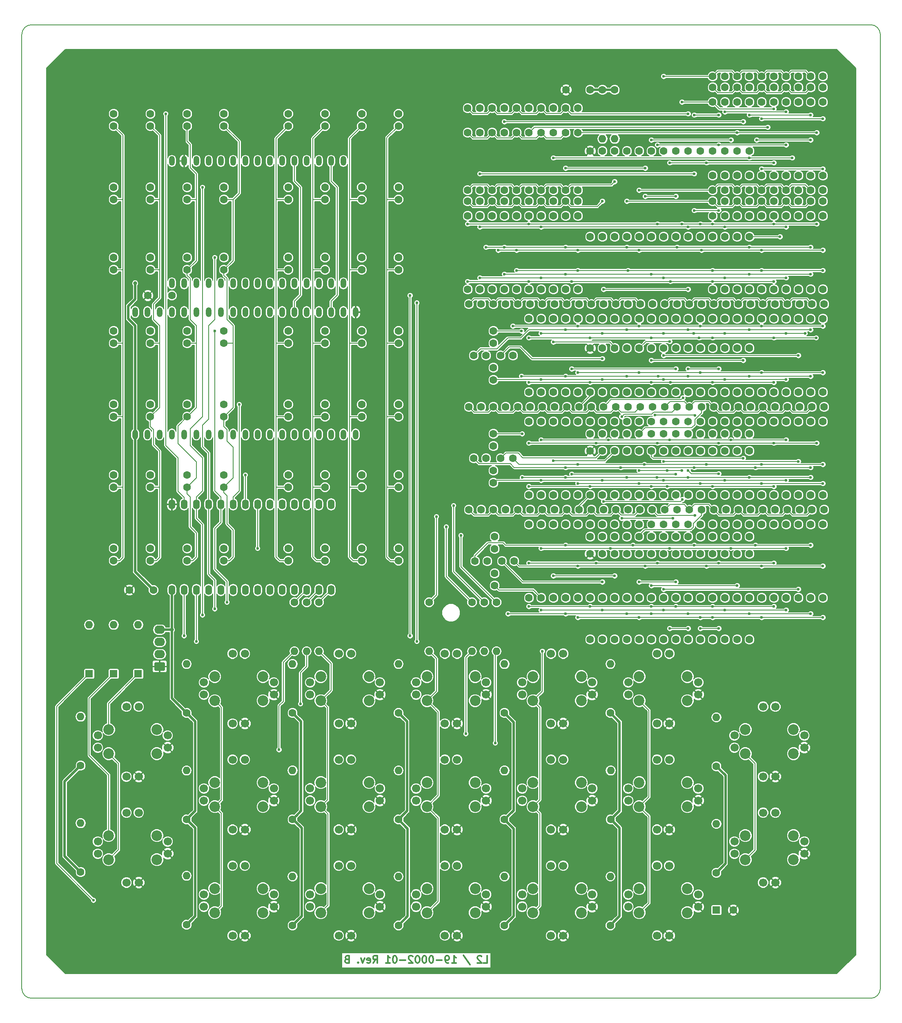
<source format=gbl>
%TF.GenerationSoftware,KiCad,Pcbnew,5.0.2-bee76a0~70~ubuntu18.10.1*%
%TF.CreationDate,2019-03-28T23:17:04+01:00*%
%TF.ProjectId,DesignData,44657369-676e-4446-9174-612e6b696361,rev?*%
%TF.SameCoordinates,PX73a20d0PYd2b6df0*%
%TF.FileFunction,Copper,L2,Bot*%
%TF.FilePolarity,Positive*%
%FSLAX46Y46*%
G04 Gerber Fmt 4.6, Leading zero omitted, Abs format (unit mm)*
G04 Created by KiCad (PCBNEW 5.0.2-bee76a0~70~ubuntu18.10.1) date Do 28 Mär 2019 23:17:04 CET*
%MOMM*%
%LPD*%
G01*
G04 APERTURE LIST*
%TA.AperFunction,NonConductor*%
%ADD10C,0.150000*%
%TD*%
%TA.AperFunction,NonConductor*%
%ADD11C,0.300000*%
%TD*%
%TA.AperFunction,ComponentPad*%
%ADD12C,1.600000*%
%TD*%
%TA.AperFunction,ComponentPad*%
%ADD13O,1.200000X2.000000*%
%TD*%
%TA.AperFunction,ComponentPad*%
%ADD14O,1.400000X2.000000*%
%TD*%
%TA.AperFunction,Conductor*%
%ADD15C,0.100000*%
%TD*%
%TA.AperFunction,ComponentPad*%
%ADD16C,1.740000*%
%TD*%
%TA.AperFunction,ComponentPad*%
%ADD17O,2.200000X1.740000*%
%TD*%
%TA.AperFunction,ComponentPad*%
%ADD18O,1.600000X1.600000*%
%TD*%
%TA.AperFunction,ComponentPad*%
%ADD19C,2.200000*%
%TD*%
%TA.AperFunction,ComponentPad*%
%ADD20C,1.700000*%
%TD*%
%TA.AperFunction,ComponentPad*%
%ADD21R,1.600000X1.600000*%
%TD*%
%TA.AperFunction,ViaPad*%
%ADD22C,0.600000*%
%TD*%
%TA.AperFunction,ViaPad*%
%ADD23C,0.800000*%
%TD*%
%TA.AperFunction,Conductor*%
%ADD24C,0.200000*%
%TD*%
%TA.AperFunction,Conductor*%
%ADD25C,0.500000*%
%TD*%
G04 APERTURE END LIST*
D10*
X178000000Y2000000D02*
G75*
G02X176000000Y0I-2000000J0D01*
G01*
X176000000Y202000000D02*
G75*
G02X178000000Y200000000I0J-2000000D01*
G01*
X0Y200000000D02*
G75*
G02X2000000Y202000000I2000000J0D01*
G01*
X2000000Y0D02*
G75*
G02X0Y2000000I0J2000000D01*
G01*
X0Y200000000D02*
X0Y2000000D01*
X176000000Y202000000D02*
X2000000Y202000000D01*
X178000000Y2000000D02*
X178000000Y200000000D01*
X2000000Y0D02*
X176000000Y0D01*
D11*
X95752285Y7322429D02*
X96466571Y7322429D01*
X96466571Y8822429D01*
X95323714Y8679572D02*
X95252285Y8751000D01*
X95109428Y8822429D01*
X94752285Y8822429D01*
X94609428Y8751000D01*
X94538000Y8679572D01*
X94466571Y8536715D01*
X94466571Y8393858D01*
X94538000Y8179572D01*
X95395142Y7322429D01*
X94466571Y7322429D01*
X91609428Y8893858D02*
X92895142Y6965286D01*
X89180857Y7322429D02*
X90038000Y7322429D01*
X89609428Y7322429D02*
X89609428Y8822429D01*
X89752285Y8608143D01*
X89895142Y8465286D01*
X90038000Y8393858D01*
X88466571Y7322429D02*
X88180857Y7322429D01*
X88038000Y7393858D01*
X87966571Y7465286D01*
X87823714Y7679572D01*
X87752285Y7965286D01*
X87752285Y8536715D01*
X87823714Y8679572D01*
X87895142Y8751000D01*
X88038000Y8822429D01*
X88323714Y8822429D01*
X88466571Y8751000D01*
X88538000Y8679572D01*
X88609428Y8536715D01*
X88609428Y8179572D01*
X88538000Y8036715D01*
X88466571Y7965286D01*
X88323714Y7893858D01*
X88038000Y7893858D01*
X87895142Y7965286D01*
X87823714Y8036715D01*
X87752285Y8179572D01*
X87109428Y7893858D02*
X85966571Y7893858D01*
X84966571Y8822429D02*
X84823714Y8822429D01*
X84680857Y8751000D01*
X84609428Y8679572D01*
X84538000Y8536715D01*
X84466571Y8251000D01*
X84466571Y7893858D01*
X84538000Y7608143D01*
X84609428Y7465286D01*
X84680857Y7393858D01*
X84823714Y7322429D01*
X84966571Y7322429D01*
X85109428Y7393858D01*
X85180857Y7465286D01*
X85252285Y7608143D01*
X85323714Y7893858D01*
X85323714Y8251000D01*
X85252285Y8536715D01*
X85180857Y8679572D01*
X85109428Y8751000D01*
X84966571Y8822429D01*
X83538000Y8822429D02*
X83395142Y8822429D01*
X83252285Y8751000D01*
X83180857Y8679572D01*
X83109428Y8536715D01*
X83038000Y8251000D01*
X83038000Y7893858D01*
X83109428Y7608143D01*
X83180857Y7465286D01*
X83252285Y7393858D01*
X83395142Y7322429D01*
X83538000Y7322429D01*
X83680857Y7393858D01*
X83752285Y7465286D01*
X83823714Y7608143D01*
X83895142Y7893858D01*
X83895142Y8251000D01*
X83823714Y8536715D01*
X83752285Y8679572D01*
X83680857Y8751000D01*
X83538000Y8822429D01*
X82109428Y8822429D02*
X81966571Y8822429D01*
X81823714Y8751000D01*
X81752285Y8679572D01*
X81680857Y8536715D01*
X81609428Y8251000D01*
X81609428Y7893858D01*
X81680857Y7608143D01*
X81752285Y7465286D01*
X81823714Y7393858D01*
X81966571Y7322429D01*
X82109428Y7322429D01*
X82252285Y7393858D01*
X82323714Y7465286D01*
X82395142Y7608143D01*
X82466571Y7893858D01*
X82466571Y8251000D01*
X82395142Y8536715D01*
X82323714Y8679572D01*
X82252285Y8751000D01*
X82109428Y8822429D01*
X81038000Y8679572D02*
X80966571Y8751000D01*
X80823714Y8822429D01*
X80466571Y8822429D01*
X80323714Y8751000D01*
X80252285Y8679572D01*
X80180857Y8536715D01*
X80180857Y8393858D01*
X80252285Y8179572D01*
X81109428Y7322429D01*
X80180857Y7322429D01*
X79538000Y7893858D02*
X78395142Y7893858D01*
X77395142Y8822429D02*
X77252285Y8822429D01*
X77109428Y8751000D01*
X77038000Y8679572D01*
X76966571Y8536715D01*
X76895142Y8251000D01*
X76895142Y7893858D01*
X76966571Y7608143D01*
X77038000Y7465286D01*
X77109428Y7393858D01*
X77252285Y7322429D01*
X77395142Y7322429D01*
X77538000Y7393858D01*
X77609428Y7465286D01*
X77680857Y7608143D01*
X77752285Y7893858D01*
X77752285Y8251000D01*
X77680857Y8536715D01*
X77609428Y8679572D01*
X77538000Y8751000D01*
X77395142Y8822429D01*
X75466571Y7322429D02*
X76323714Y7322429D01*
X75895142Y7322429D02*
X75895142Y8822429D01*
X76038000Y8608143D01*
X76180857Y8465286D01*
X76323714Y8393858D01*
X72823714Y7322429D02*
X73323714Y8036715D01*
X73680857Y7322429D02*
X73680857Y8822429D01*
X73109428Y8822429D01*
X72966571Y8751000D01*
X72895142Y8679572D01*
X72823714Y8536715D01*
X72823714Y8322429D01*
X72895142Y8179572D01*
X72966571Y8108143D01*
X73109428Y8036715D01*
X73680857Y8036715D01*
X71609428Y7393858D02*
X71752285Y7322429D01*
X72038000Y7322429D01*
X72180857Y7393858D01*
X72252285Y7536715D01*
X72252285Y8108143D01*
X72180857Y8251000D01*
X72038000Y8322429D01*
X71752285Y8322429D01*
X71609428Y8251000D01*
X71538000Y8108143D01*
X71538000Y7965286D01*
X72252285Y7822429D01*
X71038000Y8322429D02*
X70680857Y7322429D01*
X70323714Y8322429D01*
X69752285Y7465286D02*
X69680857Y7393858D01*
X69752285Y7322429D01*
X69823714Y7393858D01*
X69752285Y7465286D01*
X69752285Y7322429D01*
X67395142Y8108143D02*
X67180857Y8036715D01*
X67109428Y7965286D01*
X67038000Y7822429D01*
X67038000Y7608143D01*
X67109428Y7465286D01*
X67180857Y7393858D01*
X67323714Y7322429D01*
X67895142Y7322429D01*
X67895142Y8822429D01*
X67395142Y8822429D01*
X67252285Y8751000D01*
X67180857Y8679572D01*
X67109428Y8536715D01*
X67109428Y8393858D01*
X67180857Y8251000D01*
X67252285Y8179572D01*
X67395142Y8108143D01*
X67895142Y8108143D01*
D12*
%TO.P,U201,10*%
%TO.N,/Display_HT16K33_2/Seg_G*%
X105156000Y119634000D03*
%TO.P,U201,9*%
%TO.N,/Display_HT16K33_2/Seg_F*%
X107696000Y119634000D03*
%TO.P,U201,8*%
%TO.N,/Display_HT16K33_2/COM_1*%
X110236000Y119634000D03*
%TO.P,U201,7*%
%TO.N,/Display_HT16K33_2/Seg_A*%
X112776000Y119634000D03*
%TO.P,U201,6*%
%TO.N,/Display_HT16K33_2/Seg_B*%
X115316000Y119634000D03*
%TO.P,U201,5*%
%TO.N,/Display_HT16K33_2/Seg_DP*%
X115316000Y104394000D03*
%TO.P,U201,4*%
%TO.N,/Display_HT16K33_2/Seg_C*%
X112776000Y104394000D03*
%TO.P,U201,3*%
%TO.N,/Display_HT16K33_2/COM_1*%
X110236000Y104394000D03*
%TO.P,U201,2*%
%TO.N,/Display_HT16K33_2/Seg_D*%
X107696000Y104394000D03*
%TO.P,U201,1*%
%TO.N,/Display_HT16K33_2/Seg_E*%
X105156000Y104394000D03*
%TD*%
%TO.P,U202,10*%
%TO.N,/Display_HT16K33_2/Seg_G*%
X117856000Y119634000D03*
%TO.P,U202,9*%
%TO.N,/Display_HT16K33_2/Seg_F*%
X120396000Y119634000D03*
%TO.P,U202,8*%
%TO.N,/Display_HT16K33_2/COM_2*%
X122936000Y119634000D03*
%TO.P,U202,7*%
%TO.N,/Display_HT16K33_2/Seg_A*%
X125476000Y119634000D03*
%TO.P,U202,6*%
%TO.N,/Display_HT16K33_2/Seg_B*%
X128016000Y119634000D03*
%TO.P,U202,5*%
%TO.N,/Display_HT16K33_2/Seg_DP*%
X128016000Y104394000D03*
%TO.P,U202,4*%
%TO.N,/Display_HT16K33_2/Seg_C*%
X125476000Y104394000D03*
%TO.P,U202,3*%
%TO.N,/Display_HT16K33_2/COM_2*%
X122936000Y104394000D03*
%TO.P,U202,2*%
%TO.N,/Display_HT16K33_2/Seg_D*%
X120396000Y104394000D03*
%TO.P,U202,1*%
%TO.N,/Display_HT16K33_2/Seg_E*%
X117856000Y104394000D03*
%TD*%
%TO.P,U200,15*%
%TO.N,/Display_HT16K33_2/K8*%
X150876000Y95758000D03*
%TO.P,U200,19*%
%TO.N,/Display_HT16K33_2/Seg_G*%
X140716000Y95758000D03*
%TO.P,U200,18*%
%TO.N,/Display_HT16K33_2/Seg_DP*%
X143256000Y95758000D03*
%TO.P,U200,17*%
%TO.N,/Display_HT16K33_2/K6*%
X145796000Y95758000D03*
%TO.P,U200,16*%
%TO.N,/Display_HT16K33_2/K7*%
X148336000Y95758000D03*
%TO.P,U200,14*%
%TO.N,/Display_HT16K33_2/K9*%
X150876000Y113538000D03*
%TO.P,U200,13*%
%TO.N,/Display_HT16K33_2/K10*%
X148336000Y113538000D03*
%TO.P,U200,12*%
%TO.N,/Display_HT16K33_2/K11*%
X145796000Y113538000D03*
%TO.P,U200,28*%
%TO.N,VCC*%
X117856000Y95758000D03*
%TO.P,U200,27*%
%TO.N,SDA*%
X120396000Y95758000D03*
%TO.P,U200,24*%
%TO.N,/Display_HT16K33_2/Seg_B*%
X128016000Y95758000D03*
%TO.P,U200,21*%
%TO.N,/Display_HT16K33_2/Seg_E*%
X135636000Y95758000D03*
%TO.P,U200,22*%
%TO.N,/Display_HT16K33_2/Seg_D*%
X133096000Y95758000D03*
%TO.P,U200,25*%
%TO.N,/Display_HT16K33_2/Seg_A*%
X125476000Y95758000D03*
%TO.P,U200,23*%
%TO.N,/Display_HT16K33_2/Seg_C*%
X130556000Y95758000D03*
%TO.P,U200,20*%
%TO.N,/Display_HT16K33_2/Seg_F*%
X138176000Y95758000D03*
%TO.P,U200,26*%
%TO.N,SCL*%
X122936000Y95758000D03*
%TO.P,U200,11*%
%TO.N,/Display_HT16K33_2/K12*%
X143256000Y113538000D03*
%TO.P,U200,10*%
%TO.N,/Display_HT16K33_2/K13*%
X140716000Y113538000D03*
%TO.P,U200,9*%
%TO.N,/Display_HT16K33_2/COM_7*%
X138176000Y113538000D03*
%TO.P,U200,8*%
%TO.N,/Display_HT16K33_2/COM_6*%
X135636000Y113538000D03*
%TO.P,U200,7*%
%TO.N,/Display_HT16K33_2/COM_5*%
X133096000Y113538000D03*
%TO.P,U200,6*%
%TO.N,/Display_HT16K33_2/COM_4*%
X130556000Y113538000D03*
%TO.P,U200,5*%
%TO.N,/Display_HT16K33_2/COM_3*%
X128016000Y113538000D03*
%TO.P,U200,4*%
%TO.N,/Display_HT16K33_2/COM_2*%
X125476000Y113538000D03*
%TO.P,U200,3*%
%TO.N,/Display_HT16K33_2/COM_1*%
X122936000Y113538000D03*
%TO.P,U200,2*%
%TO.N,/Display_HT16K33_2/COM_0*%
X120396000Y113538000D03*
%TO.P,U200,1*%
%TO.N,GND*%
X117856000Y113538000D03*
%TD*%
%TO.P,U300,15*%
%TO.N,/Display_HT16K33_3/K8*%
X150876000Y117094000D03*
%TO.P,U300,19*%
%TO.N,/Display_HT16K33_3/Seg_G*%
X140716000Y117094000D03*
%TO.P,U300,18*%
%TO.N,/Display_HT16K33_3/Seg_DP*%
X143256000Y117094000D03*
%TO.P,U300,17*%
%TO.N,/Display_HT16K33_3/K6*%
X145796000Y117094000D03*
%TO.P,U300,16*%
%TO.N,/Display_HT16K33_3/K7*%
X148336000Y117094000D03*
%TO.P,U300,14*%
%TO.N,/Display_HT16K33_3/K9*%
X150876000Y134874000D03*
%TO.P,U300,13*%
%TO.N,/Display_HT16K33_3/K10*%
X148336000Y134874000D03*
%TO.P,U300,12*%
%TO.N,/Display_HT16K33_3/K11*%
X145796000Y134874000D03*
%TO.P,U300,28*%
%TO.N,VCC*%
X117856000Y117094000D03*
%TO.P,U300,27*%
%TO.N,SDA*%
X120396000Y117094000D03*
%TO.P,U300,24*%
%TO.N,/Display_HT16K33_3/Seg_B*%
X128016000Y117094000D03*
%TO.P,U300,21*%
%TO.N,/Display_HT16K33_3/Seg_E*%
X135636000Y117094000D03*
%TO.P,U300,22*%
%TO.N,/Display_HT16K33_3/Seg_D*%
X133096000Y117094000D03*
%TO.P,U300,25*%
%TO.N,/Display_HT16K33_3/Seg_A*%
X125476000Y117094000D03*
%TO.P,U300,23*%
%TO.N,/Display_HT16K33_3/Seg_C*%
X130556000Y117094000D03*
%TO.P,U300,20*%
%TO.N,/Display_HT16K33_3/Seg_F*%
X138176000Y117094000D03*
%TO.P,U300,26*%
%TO.N,SCL*%
X122936000Y117094000D03*
%TO.P,U300,11*%
%TO.N,/Display_HT16K33_3/K12*%
X143256000Y134874000D03*
%TO.P,U300,10*%
%TO.N,/Display_HT16K33_3/K13*%
X140716000Y134874000D03*
%TO.P,U300,9*%
%TO.N,/Display_HT16K33_3/COM_7*%
X138176000Y134874000D03*
%TO.P,U300,8*%
%TO.N,/Display_HT16K33_3/COM_6*%
X135636000Y134874000D03*
%TO.P,U300,7*%
%TO.N,/Display_HT16K33_3/COM_5*%
X133096000Y134874000D03*
%TO.P,U300,6*%
%TO.N,/Display_HT16K33_3/COM_4*%
X130556000Y134874000D03*
%TO.P,U300,5*%
%TO.N,/Display_HT16K33_3/COM_3*%
X128016000Y134874000D03*
%TO.P,U300,4*%
%TO.N,/Display_HT16K33_3/COM_2*%
X125476000Y134874000D03*
%TO.P,U300,3*%
%TO.N,/Display_HT16K33_3/COM_1*%
X122936000Y134874000D03*
%TO.P,U300,2*%
%TO.N,/Display_HT16K33_3/COM_0*%
X120396000Y134874000D03*
%TO.P,U300,1*%
%TO.N,GND*%
X117856000Y134874000D03*
%TD*%
D13*
%TO.P,U2,1*%
%TO.N,Net-(U2-Pad1)*%
X66675000Y148336000D03*
%TO.P,U2,2*%
%TO.N,Net-(U2-Pad2)*%
X64135000Y148336000D03*
%TO.P,U2,3*%
%TO.N,Net-(U2-Pad3)*%
X61595000Y148336000D03*
%TO.P,U2,4*%
%TO.N,Net-(U2-Pad4)*%
X59055000Y148336000D03*
%TO.P,U2,5*%
%TO.N,Net-(U2-Pad5)*%
X56515000Y148336000D03*
%TO.P,U2,6*%
%TO.N,N/C*%
X53975000Y148336000D03*
%TO.P,U2,7*%
%TO.N,Net-(U2-Pad7)*%
X51435000Y148336000D03*
%TO.P,U2,8*%
%TO.N,Net-(U2-Pad8)*%
X48895000Y148336000D03*
%TO.P,U2,30*%
%TO.N,Net-(U2-Pad30)*%
X66675000Y173736000D03*
%TO.P,U2,9*%
%TO.N,Net-(U2-Pad9)*%
X46355000Y148336000D03*
%TO.P,U2,29*%
%TO.N,SCL*%
X64135000Y173736000D03*
%TO.P,U2,10*%
%TO.N,Net-(U2-Pad10)*%
X43815000Y148336000D03*
%TO.P,U2,28*%
%TO.N,Net-(U2-Pad28)*%
X61595000Y173736000D03*
%TO.P,U2,11*%
%TO.N,Net-(U2-Pad11)*%
X41275000Y148336000D03*
%TO.P,U2,27*%
%TO.N,Net-(U2-Pad27)*%
X59055000Y173736000D03*
%TO.P,U2,12*%
%TO.N,Net-(U2-Pad12)*%
X38735000Y148336000D03*
%TO.P,U2,26*%
%TO.N,SDA*%
X56515000Y173736000D03*
%TO.P,U2,13*%
%TO.N,Net-(U2-Pad13)*%
X36195000Y148336000D03*
%TO.P,U2,25*%
%TO.N,Net-(U2-Pad25)*%
X53975000Y173736000D03*
%TO.P,U2,14*%
%TO.N,Net-(U2-Pad14)*%
X33655000Y148336000D03*
%TO.P,U2,24*%
%TO.N,Net-(U2-Pad24)*%
X51435000Y173736000D03*
%TO.P,U2,15*%
%TO.N,VCC*%
X31115000Y148336000D03*
%TO.P,U2,23*%
%TO.N,Net-(U2-Pad23)*%
X48895000Y173736000D03*
%TO.P,U2,22*%
%TO.N,Net-(U2-Pad22)*%
X46355000Y173736000D03*
%TO.P,U2,21*%
%TO.N,Net-(U2-Pad21)*%
X43815000Y173736000D03*
%TO.P,U2,20*%
%TO.N,Net-(U2-Pad20)*%
X41275000Y173736000D03*
%TO.P,U2,19*%
%TO.N,Net-(U2-Pad19)*%
X38735000Y173736000D03*
%TO.P,U2,18*%
%TO.N,Net-(U2-Pad18)*%
X36195000Y173736000D03*
%TO.P,U2,17*%
%TO.N,GND*%
X33655000Y173736000D03*
%TO.P,U2,16*%
%TO.N,Net-(U2-Pad16)*%
X31115000Y173736000D03*
%TD*%
D12*
%TO.P,U400,15*%
%TO.N,/Display_HT16K33_4/LED_3*%
X150876000Y157988000D03*
%TO.P,U400,19*%
%TO.N,/Display_HT16K33_4/Seg_G*%
X140716000Y157988000D03*
%TO.P,U400,18*%
%TO.N,/Display_HT16K33_4/Seg_DP*%
X143256000Y157988000D03*
%TO.P,U400,17*%
%TO.N,/Display_HT16K33_4/LED_1*%
X145796000Y157988000D03*
%TO.P,U400,16*%
%TO.N,/Display_HT16K33_4/LED_2*%
X148336000Y157988000D03*
%TO.P,U400,14*%
%TO.N,/Display_HT16K33_4/LED_4*%
X150876000Y175768000D03*
%TO.P,U400,13*%
%TO.N,/Display_HT16K33_4/LED_5*%
X148336000Y175768000D03*
%TO.P,U400,12*%
%TO.N,Net-(U400-Pad12)*%
X145796000Y175768000D03*
%TO.P,U400,28*%
%TO.N,VCC*%
X117856000Y157988000D03*
%TO.P,U400,27*%
%TO.N,SDA*%
X120396000Y157988000D03*
%TO.P,U400,24*%
%TO.N,/Display_HT16K33_4/Seg_B*%
X128016000Y157988000D03*
%TO.P,U400,21*%
%TO.N,/Display_HT16K33_4/Seg_E*%
X135636000Y157988000D03*
%TO.P,U400,22*%
%TO.N,/Display_HT16K33_4/Seg_D*%
X133096000Y157988000D03*
%TO.P,U400,25*%
%TO.N,/Display_HT16K33_4/Seg_A*%
X125476000Y157988000D03*
%TO.P,U400,23*%
%TO.N,/Display_HT16K33_4/Seg_C*%
X130556000Y157988000D03*
%TO.P,U400,20*%
%TO.N,/Display_HT16K33_4/Seg_F*%
X138176000Y157988000D03*
%TO.P,U400,26*%
%TO.N,SCL*%
X122936000Y157988000D03*
%TO.P,U400,11*%
%TO.N,Net-(U400-Pad11)*%
X143256000Y175768000D03*
%TO.P,U400,10*%
%TO.N,Net-(U400-Pad10)*%
X140716000Y175768000D03*
%TO.P,U400,9*%
%TO.N,/Display_HT16K33_4/COM_7*%
X138176000Y175768000D03*
%TO.P,U400,8*%
%TO.N,/Display_HT16K33_4/COM_6*%
X135636000Y175768000D03*
%TO.P,U400,7*%
%TO.N,/Display_HT16K33_4/COM_5*%
X133096000Y175768000D03*
%TO.P,U400,6*%
%TO.N,/Display_HT16K33_4/COM_4*%
X130556000Y175768000D03*
%TO.P,U400,5*%
%TO.N,/Display_HT16K33_4/COM_3*%
X128016000Y175768000D03*
%TO.P,U400,4*%
%TO.N,/Display_HT16K33_4/COM_2*%
X125476000Y175768000D03*
%TO.P,U400,3*%
%TO.N,/Display_HT16K33_4/COM_1*%
X122936000Y175768000D03*
%TO.P,U400,2*%
%TO.N,/Display_HT16K33_4/COM_0*%
X120396000Y175768000D03*
%TO.P,U400,1*%
%TO.N,GND*%
X117856000Y175768000D03*
%TD*%
%TO.P,U100,15*%
%TO.N,/Display_HT16K33_1/K8*%
X150876000Y74422000D03*
%TO.P,U100,19*%
%TO.N,/Display_HT16K33_1/Seg_G*%
X140716000Y74422000D03*
%TO.P,U100,18*%
%TO.N,/Display_HT16K33_1/Seg_DP*%
X143256000Y74422000D03*
%TO.P,U100,17*%
%TO.N,/Display_HT16K33_1/K6*%
X145796000Y74422000D03*
%TO.P,U100,16*%
%TO.N,/Display_HT16K33_1/K7*%
X148336000Y74422000D03*
%TO.P,U100,14*%
%TO.N,/Display_HT16K33_1/K9*%
X150876000Y92202000D03*
%TO.P,U100,13*%
%TO.N,/Display_HT16K33_1/K10*%
X148336000Y92202000D03*
%TO.P,U100,12*%
%TO.N,/Display_HT16K33_1/K11*%
X145796000Y92202000D03*
%TO.P,U100,28*%
%TO.N,VCC*%
X117856000Y74422000D03*
%TO.P,U100,27*%
%TO.N,SDA*%
X120396000Y74422000D03*
%TO.P,U100,24*%
%TO.N,/Display_HT16K33_1/Seg_B*%
X128016000Y74422000D03*
%TO.P,U100,21*%
%TO.N,/Display_HT16K33_1/Seg_E*%
X135636000Y74422000D03*
%TO.P,U100,22*%
%TO.N,/Display_HT16K33_1/Seg_D*%
X133096000Y74422000D03*
%TO.P,U100,25*%
%TO.N,/Display_HT16K33_1/Seg_A*%
X125476000Y74422000D03*
%TO.P,U100,23*%
%TO.N,/Display_HT16K33_1/Seg_C*%
X130556000Y74422000D03*
%TO.P,U100,20*%
%TO.N,/Display_HT16K33_1/Seg_F*%
X138176000Y74422000D03*
%TO.P,U100,26*%
%TO.N,SCL*%
X122936000Y74422000D03*
%TO.P,U100,11*%
%TO.N,/Display_HT16K33_1/K12*%
X143256000Y92202000D03*
%TO.P,U100,10*%
%TO.N,/Display_HT16K33_1/K13*%
X140716000Y92202000D03*
%TO.P,U100,9*%
%TO.N,/Display_HT16K33_1/COM_7*%
X138176000Y92202000D03*
%TO.P,U100,8*%
%TO.N,/Display_HT16K33_1/COM_6*%
X135636000Y92202000D03*
%TO.P,U100,7*%
%TO.N,/Display_HT16K33_1/COM_5*%
X133096000Y92202000D03*
%TO.P,U100,6*%
%TO.N,/Display_HT16K33_1/COM_4*%
X130556000Y92202000D03*
%TO.P,U100,5*%
%TO.N,/Display_HT16K33_1/COM_3*%
X128016000Y92202000D03*
%TO.P,U100,4*%
%TO.N,/Display_HT16K33_1/COM_2*%
X125476000Y92202000D03*
%TO.P,U100,3*%
%TO.N,/Display_HT16K33_1/COM_1*%
X122936000Y92202000D03*
%TO.P,U100,2*%
%TO.N,/Display_HT16K33_1/COM_0*%
X120396000Y92202000D03*
%TO.P,U100,1*%
%TO.N,GND*%
X117856000Y92202000D03*
%TD*%
D13*
%TO.P,U1,38*%
%TO.N,GND*%
X69215000Y142367000D03*
%TO.P,U1,1*%
%TO.N,Net-(U1-Pad1)*%
X69215000Y116967000D03*
%TO.P,U1,37*%
%TO.N,Net-(U1-Pad37)*%
X66675000Y142367000D03*
%TO.P,U1,2*%
%TO.N,Net-(U1-Pad2)*%
X66675000Y116967000D03*
%TO.P,U1,36*%
%TO.N,SCL*%
X64135000Y142367000D03*
%TO.P,U1,3*%
%TO.N,Net-(U1-Pad3)*%
X64135000Y116967000D03*
%TO.P,U1,35*%
%TO.N,Net-(U1-Pad35)*%
X61595000Y142367000D03*
%TO.P,U1,4*%
%TO.N,Net-(U1-Pad4)*%
X61595000Y116967000D03*
%TO.P,U1,34*%
%TO.N,Net-(U1-Pad34)*%
X59055000Y142367000D03*
%TO.P,U1,5*%
%TO.N,Net-(U1-Pad5)*%
X59055000Y116967000D03*
%TO.P,U1,33*%
%TO.N,SDA*%
X56515000Y142367000D03*
%TO.P,U1,6*%
%TO.N,Net-(U1-Pad6)*%
X56515000Y116967000D03*
%TO.P,U1,32*%
%TO.N,Net-(U1-Pad32)*%
X53975000Y142367000D03*
%TO.P,U1,7*%
%TO.N,Net-(U1-Pad7)*%
X53975000Y116967000D03*
%TO.P,U1,31*%
%TO.N,Net-(U1-Pad31)*%
X51435000Y142367000D03*
%TO.P,U1,8*%
%TO.N,Net-(U1-Pad8)*%
X51435000Y116967000D03*
%TO.P,U1,30*%
%TO.N,Net-(U1-Pad30)*%
X48895000Y142367000D03*
%TO.P,U1,9*%
%TO.N,Net-(U1-Pad9)*%
X48895000Y116967000D03*
%TO.P,U1,29*%
%TO.N,Net-(U1-Pad29)*%
X46355000Y142367000D03*
%TO.P,U1,10*%
%TO.N,Net-(U1-Pad10)*%
X46355000Y116967000D03*
%TO.P,U1,28*%
%TO.N,Net-(U1-Pad28)*%
X43815000Y142367000D03*
%TO.P,U1,11*%
%TO.N,Net-(U1-Pad11)*%
X43815000Y116967000D03*
%TO.P,U1,27*%
%TO.N,Net-(U1-Pad27)*%
X41275000Y142367000D03*
%TO.P,U1,12*%
%TO.N,Net-(U1-Pad12)*%
X41275000Y116967000D03*
%TO.P,U1,26*%
%TO.N,Net-(U1-Pad26)*%
X38735000Y142367000D03*
%TO.P,U1,13*%
%TO.N,Net-(U1-Pad13)*%
X38735000Y116967000D03*
%TO.P,U1,25*%
%TO.N,Net-(U1-Pad25)*%
X36195000Y142367000D03*
%TO.P,U1,14*%
%TO.N,Net-(U1-Pad14)*%
X36195000Y116967000D03*
%TO.P,U1,24*%
%TO.N,Net-(U1-Pad24)*%
X33655000Y142367000D03*
%TO.P,U1,15*%
%TO.N,Net-(U1-Pad15)*%
X33655000Y116967000D03*
%TO.P,U1,23*%
%TO.N,Net-(U1-Pad23)*%
X31115000Y142367000D03*
%TO.P,U1,16*%
%TO.N,Net-(U1-Pad16)*%
X31115000Y116967000D03*
%TO.P,U1,22*%
%TO.N,Net-(U1-Pad22)*%
X28575000Y142367000D03*
%TO.P,U1,17*%
%TO.N,Net-(U1-Pad17)*%
X28575000Y116967000D03*
%TO.P,U1,21*%
%TO.N,Net-(U1-Pad21)*%
X26035000Y142367000D03*
%TO.P,U1,18*%
%TO.N,Net-(U1-Pad18)*%
X26035000Y116967000D03*
%TO.P,U1,20*%
%TO.N,Net-(U1-Pad20)*%
X23495000Y142367000D03*
%TO.P,U1,19*%
%TO.N,VCC*%
X23495000Y116967000D03*
%TD*%
D14*
%TO.P,U106,15*%
%TO.N,/LED_Key_HT16K33/K8*%
X64135000Y84709000D03*
%TO.P,U106,19*%
%TO.N,/LED_Key_HT16K33/LED_6*%
X53975000Y84709000D03*
%TO.P,U106,18*%
%TO.N,/LED_Key_HT16K33/LED_7*%
X56515000Y84709000D03*
%TO.P,U106,17*%
%TO.N,/LED_Key_HT16K33/K6*%
X59055000Y84709000D03*
%TO.P,U106,16*%
%TO.N,/LED_Key_HT16K33/K7*%
X61595000Y84709000D03*
%TO.P,U106,14*%
%TO.N,/LED_Key_HT16K33/K9*%
X64135000Y102489000D03*
%TO.P,U106,13*%
%TO.N,/LED_Key_HT16K33/K10*%
X61595000Y102489000D03*
%TO.P,U106,12*%
%TO.N,/LED_Key_HT16K33/K11*%
X59055000Y102489000D03*
%TO.P,U106,28*%
%TO.N,VCC*%
X31115000Y84709000D03*
%TO.P,U106,27*%
%TO.N,SDA*%
X33655000Y84709000D03*
%TO.P,U106,24*%
%TO.N,/LED_Key_HT16K33/LED_1*%
X41275000Y84709000D03*
%TO.P,U106,21*%
%TO.N,/LED_Key_HT16K33/LED_4*%
X48895000Y84709000D03*
%TO.P,U106,22*%
%TO.N,/LED_Key_HT16K33/LED_3*%
X46355000Y84709000D03*
%TO.P,U106,25*%
%TO.N,/LED_Key_HT16K33/LED_0*%
X38735000Y84709000D03*
%TO.P,U106,23*%
%TO.N,/LED_Key_HT16K33/LED_2*%
X43815000Y84709000D03*
%TO.P,U106,20*%
%TO.N,/LED_Key_HT16K33/LED_5*%
X51435000Y84709000D03*
%TO.P,U106,26*%
%TO.N,SCL*%
X36195000Y84709000D03*
%TO.P,U106,11*%
%TO.N,/LED_Key_HT16K33/K12*%
X56515000Y102489000D03*
%TO.P,U106,10*%
%TO.N,/LED_Key_HT16K33/K13*%
X53975000Y102489000D03*
%TO.P,U106,9*%
%TO.N,/LED_Key_HT16K33/COM_7*%
X51435000Y102489000D03*
%TO.P,U106,8*%
%TO.N,/LED_Key_HT16K33/COM_6*%
X48895000Y102489000D03*
%TO.P,U106,7*%
%TO.N,/LED_Key_HT16K33/COM_5*%
X46355000Y102489000D03*
%TO.P,U106,6*%
%TO.N,/LED_Key_HT16K33/COM_4*%
X43815000Y102489000D03*
%TO.P,U106,5*%
%TO.N,/LED_Key_HT16K33/COM_3*%
X41275000Y102489000D03*
%TO.P,U106,4*%
%TO.N,/LED_Key_HT16K33/COM_2*%
X38735000Y102489000D03*
%TO.P,U106,3*%
%TO.N,/LED_Key_HT16K33/COM_1*%
X36195000Y102489000D03*
%TO.P,U106,2*%
%TO.N,/LED_Key_HT16K33/COM_0*%
X33655000Y102489000D03*
%TO.P,U106,1*%
%TO.N,GND*%
X31115000Y102489000D03*
%TD*%
D15*
%TO.N,GND*%
%TO.C,J1*%
G36*
X29449505Y69702796D02*
X29473773Y69699196D01*
X29497572Y69693235D01*
X29520671Y69684970D01*
X29542850Y69674480D01*
X29563893Y69661868D01*
X29583599Y69647253D01*
X29601777Y69630777D01*
X29618253Y69612599D01*
X29632868Y69592893D01*
X29645480Y69571850D01*
X29655970Y69549671D01*
X29664235Y69526572D01*
X29670196Y69502773D01*
X29673796Y69478505D01*
X29675000Y69454001D01*
X29675000Y68213999D01*
X29673796Y68189495D01*
X29670196Y68165227D01*
X29664235Y68141428D01*
X29655970Y68118329D01*
X29645480Y68096150D01*
X29632868Y68075107D01*
X29618253Y68055401D01*
X29601777Y68037223D01*
X29583599Y68020747D01*
X29563893Y68006132D01*
X29542850Y67993520D01*
X29520671Y67983030D01*
X29497572Y67974765D01*
X29473773Y67968804D01*
X29449505Y67965204D01*
X29425001Y67964000D01*
X27724999Y67964000D01*
X27700495Y67965204D01*
X27676227Y67968804D01*
X27652428Y67974765D01*
X27629329Y67983030D01*
X27607150Y67993520D01*
X27586107Y68006132D01*
X27566401Y68020747D01*
X27548223Y68037223D01*
X27531747Y68055401D01*
X27517132Y68075107D01*
X27504520Y68096150D01*
X27494030Y68118329D01*
X27485765Y68141428D01*
X27479804Y68165227D01*
X27476204Y68189495D01*
X27475000Y68213999D01*
X27475000Y69454001D01*
X27476204Y69478505D01*
X27479804Y69502773D01*
X27485765Y69526572D01*
X27494030Y69549671D01*
X27504520Y69571850D01*
X27517132Y69592893D01*
X27531747Y69612599D01*
X27548223Y69630777D01*
X27566401Y69647253D01*
X27586107Y69661868D01*
X27607150Y69674480D01*
X27629329Y69684970D01*
X27652428Y69693235D01*
X27676227Y69699196D01*
X27700495Y69702796D01*
X27724999Y69704000D01*
X29425001Y69704000D01*
X29449505Y69702796D01*
X29449505Y69702796D01*
G37*
D16*
%TD*%
%TO.P,J1,1*%
%TO.N,GND*%
X28575000Y68834000D03*
D17*
%TO.P,J1,2*%
%TO.N,SCL*%
X28575000Y71374000D03*
%TO.P,J1,3*%
%TO.N,SDA*%
X28575000Y73914000D03*
%TO.P,J1,4*%
%TO.N,VCC*%
X28575000Y76454000D03*
%TD*%
D12*
%TO.P,R104,1*%
%TO.N,/LED_Key_HT16K33/K9*%
X84455000Y82169000D03*
D18*
%TO.P,R104,2*%
%TO.N,Net-(R104-Pad2)*%
X84455000Y72009000D03*
%TD*%
%TO.P,R107,2*%
%TO.N,Net-(R107-Pad2)*%
X98425000Y72009000D03*
D12*
%TO.P,R107,1*%
%TO.N,/LED_Key_HT16K33/K12*%
X98425000Y82169000D03*
%TD*%
%TO.P,R106,1*%
%TO.N,/LED_Key_HT16K33/K11*%
X93345000Y82169000D03*
D18*
%TO.P,R106,2*%
%TO.N,Net-(R106-Pad2)*%
X93345000Y72009000D03*
%TD*%
%TO.P,R105,2*%
%TO.N,Net-(R105-Pad2)*%
X95885000Y72009000D03*
D12*
%TO.P,R105,1*%
%TO.N,/LED_Key_HT16K33/K10*%
X95885000Y82169000D03*
%TD*%
%TO.P,R103,1*%
%TO.N,/LED_Key_HT16K33/K8*%
X61595000Y82169000D03*
D18*
%TO.P,R103,2*%
%TO.N,Net-(R103-Pad2)*%
X61595000Y72009000D03*
%TD*%
%TO.P,R102,2*%
%TO.N,Net-(R102-Pad2)*%
X59055000Y72009000D03*
D12*
%TO.P,R102,1*%
%TO.N,/LED_Key_HT16K33/K7*%
X59055000Y82169000D03*
%TD*%
%TO.P,R101,1*%
%TO.N,/LED_Key_HT16K33/K6*%
X56515000Y82169000D03*
D18*
%TO.P,R101,2*%
%TO.N,Net-(R101-Pad2)*%
X56515000Y72009000D03*
%TD*%
D19*
%TO.P,SW23,1*%
%TO.N,Net-(R103-Pad2)*%
X62000000Y39750000D03*
X72000000Y39750000D03*
%TO.P,SW23,2*%
%TO.N,/LED_Key_HT16K33/KS_2*%
X72000000Y44750000D03*
X62000000Y44750000D03*
%TD*%
%TO.P,SW35,2*%
%TO.N,/LED_Key_HT16K33/KS_3*%
X106000000Y22750000D03*
X116000000Y22750000D03*
%TO.P,SW35,1*%
%TO.N,Net-(R105-Pad2)*%
X116000000Y17750000D03*
X106000000Y17750000D03*
%TD*%
%TO.P,SW34,1*%
%TO.N,Net-(R104-Pad2)*%
X84000000Y17750000D03*
X94000000Y17750000D03*
%TO.P,SW34,2*%
%TO.N,/LED_Key_HT16K33/KS_3*%
X94000000Y22750000D03*
X84000000Y22750000D03*
%TD*%
%TO.P,SW33,2*%
%TO.N,/LED_Key_HT16K33/KS_3*%
X62000000Y22750000D03*
X72000000Y22750000D03*
%TO.P,SW33,1*%
%TO.N,Net-(R103-Pad2)*%
X72000000Y17750000D03*
X62000000Y17750000D03*
%TD*%
%TO.P,SW32,1*%
%TO.N,Net-(R102-Pad2)*%
X40000000Y17750000D03*
X50000000Y17750000D03*
%TO.P,SW32,2*%
%TO.N,/LED_Key_HT16K33/KS_3*%
X50000000Y22750000D03*
X40000000Y22750000D03*
%TD*%
%TO.P,SW27,2*%
%TO.N,/LED_Key_HT16K33/KS_2*%
X150000000Y33750000D03*
X160000000Y33750000D03*
%TO.P,SW27,1*%
%TO.N,Net-(R107-Pad2)*%
X160000000Y28750000D03*
X150000000Y28750000D03*
%TD*%
%TO.P,SW26,1*%
%TO.N,Net-(R106-Pad2)*%
X128000000Y39750000D03*
X138000000Y39750000D03*
%TO.P,SW26,2*%
%TO.N,/LED_Key_HT16K33/KS_2*%
X138000000Y44750000D03*
X128000000Y44750000D03*
%TD*%
%TO.P,SW25,2*%
%TO.N,/LED_Key_HT16K33/KS_2*%
X106000000Y44750000D03*
X116000000Y44750000D03*
%TO.P,SW25,1*%
%TO.N,Net-(R105-Pad2)*%
X116000000Y39750000D03*
X106000000Y39750000D03*
%TD*%
%TO.P,SW24,1*%
%TO.N,Net-(R104-Pad2)*%
X84000000Y39750000D03*
X94000000Y39750000D03*
%TO.P,SW24,2*%
%TO.N,/LED_Key_HT16K33/KS_2*%
X94000000Y44750000D03*
X84000000Y44750000D03*
%TD*%
%TO.P,SW22,2*%
%TO.N,/LED_Key_HT16K33/KS_2*%
X40000000Y44750000D03*
X50000000Y44750000D03*
%TO.P,SW22,1*%
%TO.N,Net-(R102-Pad2)*%
X50000000Y39750000D03*
X40000000Y39750000D03*
%TD*%
%TO.P,SW21,1*%
%TO.N,Net-(R101-Pad2)*%
X18000000Y28750000D03*
X28000000Y28750000D03*
%TO.P,SW21,2*%
%TO.N,/LED_Key_HT16K33/KS_2*%
X28000000Y33750000D03*
X18000000Y33750000D03*
%TD*%
%TO.P,SW17,2*%
%TO.N,/LED_Key_HT16K33/KS_1*%
X150000000Y55750000D03*
X160000000Y55750000D03*
%TO.P,SW17,1*%
%TO.N,Net-(R107-Pad2)*%
X160000000Y50750000D03*
X150000000Y50750000D03*
%TD*%
%TO.P,SW16,1*%
%TO.N,Net-(R106-Pad2)*%
X128000000Y61750000D03*
X138000000Y61750000D03*
%TO.P,SW16,2*%
%TO.N,/LED_Key_HT16K33/KS_1*%
X138000000Y66750000D03*
X128000000Y66750000D03*
%TD*%
%TO.P,SW15,2*%
%TO.N,/LED_Key_HT16K33/KS_1*%
X106000000Y66750000D03*
X116000000Y66750000D03*
%TO.P,SW15,1*%
%TO.N,Net-(R105-Pad2)*%
X116000000Y61750000D03*
X106000000Y61750000D03*
%TD*%
%TO.P,SW14,1*%
%TO.N,Net-(R104-Pad2)*%
X84000000Y61750000D03*
X94000000Y61750000D03*
%TO.P,SW14,2*%
%TO.N,/LED_Key_HT16K33/KS_1*%
X94000000Y66750000D03*
X84000000Y66750000D03*
%TD*%
%TO.P,SW13,2*%
%TO.N,/LED_Key_HT16K33/KS_1*%
X62000000Y66750000D03*
X72000000Y66750000D03*
%TO.P,SW13,1*%
%TO.N,Net-(R103-Pad2)*%
X72000000Y61750000D03*
X62000000Y61750000D03*
%TD*%
%TO.P,SW12,1*%
%TO.N,Net-(R102-Pad2)*%
X40000000Y61750000D03*
X50000000Y61750000D03*
%TO.P,SW12,2*%
%TO.N,/LED_Key_HT16K33/KS_1*%
X50000000Y66750000D03*
X40000000Y66750000D03*
%TD*%
%TO.P,SW11,2*%
%TO.N,/LED_Key_HT16K33/KS_1*%
X18000000Y55750000D03*
X28000000Y55750000D03*
%TO.P,SW11,1*%
%TO.N,Net-(R101-Pad2)*%
X28000000Y50750000D03*
X18000000Y50750000D03*
%TD*%
%TO.P,SW36,1*%
%TO.N,Net-(R106-Pad2)*%
X128000000Y17750000D03*
X138000000Y17750000D03*
%TO.P,SW36,2*%
%TO.N,/LED_Key_HT16K33/KS_3*%
X138000000Y22750000D03*
X128000000Y22750000D03*
%TD*%
D12*
%TO.P,R811,1*%
%TO.N,VCC*%
X34163000Y15240000D03*
D18*
%TO.P,R811,2*%
%TO.N,Net-(D811-Pad2)*%
X34163000Y25400000D03*
%TD*%
%TO.P,R821,2*%
%TO.N,Net-(D821-Pad2)*%
X56134000Y25273000D03*
D12*
%TO.P,R821,1*%
%TO.N,VCC*%
X56134000Y15113000D03*
%TD*%
%TO.P,R831,1*%
%TO.N,VCC*%
X78105000Y15113000D03*
D18*
%TO.P,R831,2*%
%TO.N,Net-(D831-Pad2)*%
X78105000Y25273000D03*
%TD*%
%TO.P,R841,2*%
%TO.N,Net-(D841-Pad2)*%
X100076000Y25273000D03*
D12*
%TO.P,R841,1*%
%TO.N,VCC*%
X100076000Y15113000D03*
%TD*%
%TO.P,R851,1*%
%TO.N,VCC*%
X122047000Y15113000D03*
D18*
%TO.P,R851,2*%
%TO.N,Net-(D851-Pad2)*%
X122047000Y25273000D03*
%TD*%
D20*
%TO.P,D834,1*%
%TO.N,GND*%
X90250000Y13000000D03*
%TO.P,D834,2*%
%TO.N,Net-(D833-Pad1)*%
X87710000Y13000000D03*
%TD*%
%TO.P,D811,2*%
%TO.N,Net-(D811-Pad2)*%
X43710000Y27500000D03*
%TO.P,D811,1*%
%TO.N,Net-(D811-Pad1)*%
X46250000Y27500000D03*
%TD*%
%TO.P,D814,1*%
%TO.N,GND*%
X46250000Y13000000D03*
%TO.P,D814,2*%
%TO.N,Net-(D813-Pad1)*%
X43710000Y13000000D03*
%TD*%
%TO.P,D821,2*%
%TO.N,Net-(D821-Pad2)*%
X65710000Y27500000D03*
%TO.P,D821,1*%
%TO.N,Net-(D821-Pad1)*%
X68250000Y27500000D03*
%TD*%
%TO.P,D822,1*%
%TO.N,GND*%
X74250000Y19000000D03*
%TO.P,D822,2*%
%TO.N,Net-(D821-Pad1)*%
X74250000Y21540000D03*
%TD*%
%TO.P,D823,2*%
%TO.N,Net-(D821-Pad2)*%
X59750000Y21540000D03*
%TO.P,D823,1*%
%TO.N,Net-(D823-Pad1)*%
X59750000Y19000000D03*
%TD*%
%TO.P,D824,1*%
%TO.N,GND*%
X68250000Y13000000D03*
%TO.P,D824,2*%
%TO.N,Net-(D823-Pad1)*%
X65710000Y13000000D03*
%TD*%
%TO.P,D831,2*%
%TO.N,Net-(D831-Pad2)*%
X87710000Y27500000D03*
%TO.P,D831,1*%
%TO.N,Net-(D831-Pad1)*%
X90250000Y27500000D03*
%TD*%
%TO.P,D832,1*%
%TO.N,GND*%
X96250000Y19000000D03*
%TO.P,D832,2*%
%TO.N,Net-(D831-Pad1)*%
X96250000Y21540000D03*
%TD*%
%TO.P,D833,2*%
%TO.N,Net-(D831-Pad2)*%
X81750000Y21540000D03*
%TO.P,D833,1*%
%TO.N,Net-(D833-Pad1)*%
X81750000Y19000000D03*
%TD*%
%TO.P,D812,1*%
%TO.N,GND*%
X52250000Y19000000D03*
%TO.P,D812,2*%
%TO.N,Net-(D811-Pad1)*%
X52250000Y21540000D03*
%TD*%
%TO.P,D841,2*%
%TO.N,Net-(D841-Pad2)*%
X109710000Y27500000D03*
%TO.P,D841,1*%
%TO.N,Net-(D841-Pad1)*%
X112250000Y27500000D03*
%TD*%
%TO.P,D842,1*%
%TO.N,GND*%
X118250000Y19000000D03*
%TO.P,D842,2*%
%TO.N,Net-(D841-Pad1)*%
X118250000Y21540000D03*
%TD*%
%TO.P,D843,2*%
%TO.N,Net-(D841-Pad2)*%
X103750000Y21540000D03*
%TO.P,D843,1*%
%TO.N,Net-(D843-Pad1)*%
X103750000Y19000000D03*
%TD*%
%TO.P,D844,1*%
%TO.N,GND*%
X112250000Y13000000D03*
%TO.P,D844,2*%
%TO.N,Net-(D843-Pad1)*%
X109710000Y13000000D03*
%TD*%
%TO.P,D851,2*%
%TO.N,Net-(D851-Pad2)*%
X131700000Y27500000D03*
%TO.P,D851,1*%
%TO.N,Net-(D851-Pad1)*%
X134240000Y27500000D03*
%TD*%
%TO.P,D852,1*%
%TO.N,GND*%
X140250000Y18960000D03*
%TO.P,D852,2*%
%TO.N,Net-(D851-Pad1)*%
X140250000Y21500000D03*
%TD*%
%TO.P,D853,2*%
%TO.N,Net-(D851-Pad2)*%
X125750000Y21540000D03*
%TO.P,D853,1*%
%TO.N,Net-(D853-Pad1)*%
X125750000Y19000000D03*
%TD*%
%TO.P,D813,1*%
%TO.N,Net-(D813-Pad1)*%
X37750000Y19000000D03*
%TO.P,D813,2*%
%TO.N,Net-(D811-Pad2)*%
X37750000Y21540000D03*
%TD*%
%TO.P,D854,2*%
%TO.N,Net-(D853-Pad1)*%
X131710000Y13000000D03*
%TO.P,D854,1*%
%TO.N,GND*%
X134250000Y13000000D03*
%TD*%
D18*
%TO.P,R701,2*%
%TO.N,Net-(D701-Pad2)*%
X12192000Y36322000D03*
D12*
%TO.P,R701,1*%
%TO.N,VCC*%
X12192000Y26162000D03*
%TD*%
%TO.P,R761,1*%
%TO.N,VCC*%
X144018000Y26035000D03*
D18*
%TO.P,R761,2*%
%TO.N,Net-(D761-Pad2)*%
X144018000Y36195000D03*
%TD*%
%TO.P,R751,2*%
%TO.N,Net-(D751-Pad2)*%
X122100000Y47244000D03*
D12*
%TO.P,R751,1*%
%TO.N,VCC*%
X122100000Y37084000D03*
%TD*%
%TO.P,R741,1*%
%TO.N,VCC*%
X100076000Y37084000D03*
D18*
%TO.P,R741,2*%
%TO.N,Net-(D741-Pad2)*%
X100076000Y47244000D03*
%TD*%
%TO.P,R731,2*%
%TO.N,Net-(D731-Pad2)*%
X78105000Y47260000D03*
D12*
%TO.P,R731,1*%
%TO.N,VCC*%
X78105000Y37100000D03*
%TD*%
%TO.P,R721,1*%
%TO.N,VCC*%
X56134000Y37084000D03*
D18*
%TO.P,R721,2*%
%TO.N,Net-(D721-Pad2)*%
X56134000Y47244000D03*
%TD*%
%TO.P,R711,2*%
%TO.N,Net-(D711-Pad2)*%
X34163000Y47244000D03*
D12*
%TO.P,R711,1*%
%TO.N,VCC*%
X34163000Y37084000D03*
%TD*%
%TO.P,R661,1*%
%TO.N,VCC*%
X144018000Y48133000D03*
D18*
%TO.P,R661,2*%
%TO.N,Net-(D661-Pad2)*%
X144018000Y58293000D03*
%TD*%
D20*
%TO.P,D764,1*%
%TO.N,GND*%
X156250000Y24000000D03*
%TO.P,D764,2*%
%TO.N,Net-(D763-Pad1)*%
X153710000Y24000000D03*
%TD*%
%TO.P,D712,2*%
%TO.N,Net-(D711-Pad1)*%
X52250000Y43540000D03*
%TO.P,D712,1*%
%TO.N,GND*%
X52250000Y41000000D03*
%TD*%
%TO.P,D713,1*%
%TO.N,Net-(D713-Pad1)*%
X37750000Y41000000D03*
%TO.P,D713,2*%
%TO.N,Net-(D711-Pad2)*%
X37750000Y43540000D03*
%TD*%
%TO.P,D714,2*%
%TO.N,Net-(D713-Pad1)*%
X43710000Y35000000D03*
%TO.P,D714,1*%
%TO.N,GND*%
X46250000Y35000000D03*
%TD*%
%TO.P,D721,1*%
%TO.N,Net-(D721-Pad1)*%
X68250000Y49500000D03*
%TO.P,D721,2*%
%TO.N,Net-(D721-Pad2)*%
X65710000Y49500000D03*
%TD*%
%TO.P,D722,2*%
%TO.N,Net-(D721-Pad1)*%
X74250000Y43540000D03*
%TO.P,D722,1*%
%TO.N,GND*%
X74250000Y41000000D03*
%TD*%
%TO.P,D723,1*%
%TO.N,Net-(D723-Pad1)*%
X59750000Y41010000D03*
%TO.P,D723,2*%
%TO.N,Net-(D721-Pad2)*%
X59750000Y43550000D03*
%TD*%
%TO.P,D724,2*%
%TO.N,Net-(D723-Pad1)*%
X65710000Y35000000D03*
%TO.P,D724,1*%
%TO.N,GND*%
X68250000Y35000000D03*
%TD*%
%TO.P,D731,1*%
%TO.N,Net-(D731-Pad1)*%
X90250000Y49500000D03*
%TO.P,D731,2*%
%TO.N,Net-(D731-Pad2)*%
X87710000Y49500000D03*
%TD*%
%TO.P,D732,2*%
%TO.N,Net-(D731-Pad1)*%
X96250000Y43540000D03*
%TO.P,D732,1*%
%TO.N,GND*%
X96250000Y41000000D03*
%TD*%
%TO.P,D733,1*%
%TO.N,Net-(D733-Pad1)*%
X81750000Y41000000D03*
%TO.P,D733,2*%
%TO.N,Net-(D731-Pad2)*%
X81750000Y43540000D03*
%TD*%
%TO.P,D662,2*%
%TO.N,Net-(D661-Pad1)*%
X162250000Y54540000D03*
%TO.P,D662,1*%
%TO.N,GND*%
X162250000Y52000000D03*
%TD*%
%TO.P,D663,1*%
%TO.N,Net-(D663-Pad1)*%
X147750000Y52000000D03*
%TO.P,D663,2*%
%TO.N,Net-(D661-Pad2)*%
X147750000Y54540000D03*
%TD*%
%TO.P,D763,2*%
%TO.N,Net-(D761-Pad2)*%
X147750000Y32540000D03*
%TO.P,D763,1*%
%TO.N,Net-(D763-Pad1)*%
X147750000Y30000000D03*
%TD*%
%TO.P,D762,1*%
%TO.N,GND*%
X162250000Y30000000D03*
%TO.P,D762,2*%
%TO.N,Net-(D761-Pad1)*%
X162250000Y32540000D03*
%TD*%
%TO.P,D761,2*%
%TO.N,Net-(D761-Pad2)*%
X153710000Y38500000D03*
%TO.P,D761,1*%
%TO.N,Net-(D761-Pad1)*%
X156250000Y38500000D03*
%TD*%
%TO.P,D754,1*%
%TO.N,GND*%
X134250000Y35000000D03*
%TO.P,D754,2*%
%TO.N,Net-(D753-Pad1)*%
X131710000Y35000000D03*
%TD*%
%TO.P,D753,2*%
%TO.N,Net-(D751-Pad2)*%
X125750000Y43540000D03*
%TO.P,D753,1*%
%TO.N,Net-(D753-Pad1)*%
X125750000Y41000000D03*
%TD*%
%TO.P,D711,1*%
%TO.N,Net-(D711-Pad1)*%
X46250000Y49500000D03*
%TO.P,D711,2*%
%TO.N,Net-(D711-Pad2)*%
X43710000Y49500000D03*
%TD*%
%TO.P,D741,2*%
%TO.N,Net-(D741-Pad2)*%
X109710000Y49500000D03*
%TO.P,D741,1*%
%TO.N,Net-(D741-Pad1)*%
X112250000Y49500000D03*
%TD*%
%TO.P,D742,1*%
%TO.N,GND*%
X118250000Y41000000D03*
%TO.P,D742,2*%
%TO.N,Net-(D741-Pad1)*%
X118250000Y43540000D03*
%TD*%
%TO.P,D734,2*%
%TO.N,Net-(D733-Pad1)*%
X87710000Y35000000D03*
%TO.P,D734,1*%
%TO.N,GND*%
X90250000Y35000000D03*
%TD*%
%TO.P,D744,1*%
%TO.N,GND*%
X112250000Y35000000D03*
%TO.P,D744,2*%
%TO.N,Net-(D743-Pad1)*%
X109710000Y35000000D03*
%TD*%
%TO.P,D704,2*%
%TO.N,Net-(D703-Pad1)*%
X21710000Y24000000D03*
%TO.P,D704,1*%
%TO.N,GND*%
X24250000Y24000000D03*
%TD*%
%TO.P,D752,1*%
%TO.N,GND*%
X140250000Y41000000D03*
%TO.P,D752,2*%
%TO.N,Net-(D751-Pad1)*%
X140250000Y43540000D03*
%TD*%
%TO.P,D751,2*%
%TO.N,Net-(D751-Pad2)*%
X131710000Y49500000D03*
%TO.P,D751,1*%
%TO.N,Net-(D751-Pad1)*%
X134250000Y49500000D03*
%TD*%
%TO.P,D743,1*%
%TO.N,Net-(D743-Pad1)*%
X103750000Y41000000D03*
%TO.P,D743,2*%
%TO.N,Net-(D741-Pad2)*%
X103750000Y43540000D03*
%TD*%
%TO.P,D661,2*%
%TO.N,Net-(D661-Pad2)*%
X153710000Y60500000D03*
%TO.P,D661,1*%
%TO.N,Net-(D661-Pad1)*%
X156250000Y60500000D03*
%TD*%
%TO.P,D702,1*%
%TO.N,GND*%
X30250000Y30000000D03*
%TO.P,D702,2*%
%TO.N,Net-(D701-Pad1)*%
X30250000Y32540000D03*
%TD*%
%TO.P,D701,2*%
%TO.N,Net-(D701-Pad2)*%
X21710000Y38500000D03*
%TO.P,D701,1*%
%TO.N,Net-(D701-Pad1)*%
X24250000Y38500000D03*
%TD*%
%TO.P,D664,1*%
%TO.N,GND*%
X156250000Y46000000D03*
%TO.P,D664,2*%
%TO.N,Net-(D663-Pad1)*%
X153710000Y46000000D03*
%TD*%
%TO.P,D703,2*%
%TO.N,Net-(D701-Pad2)*%
X15750000Y32540000D03*
%TO.P,D703,1*%
%TO.N,Net-(D703-Pad1)*%
X15750000Y30000000D03*
%TD*%
%TO.P,D604,1*%
%TO.N,GND*%
X24240000Y46000000D03*
%TO.P,D604,2*%
%TO.N,Net-(D603-Pad1)*%
X21700000Y46000000D03*
%TD*%
%TO.P,D602,1*%
%TO.N,GND*%
X30250000Y52000000D03*
%TO.P,D602,2*%
%TO.N,Net-(D601-Pad1)*%
X30250000Y54540000D03*
%TD*%
%TO.P,D601,1*%
%TO.N,Net-(D601-Pad1)*%
X24250000Y60500000D03*
%TO.P,D601,2*%
%TO.N,Net-(D601-Pad2)*%
X21710000Y60500000D03*
%TD*%
%TO.P,D633,1*%
%TO.N,Net-(D633-Pad1)*%
X81750000Y63000000D03*
%TO.P,D633,2*%
%TO.N,Net-(D631-Pad2)*%
X81750000Y65540000D03*
%TD*%
%TO.P,D641,1*%
%TO.N,Net-(D641-Pad1)*%
X112250000Y71500000D03*
%TO.P,D641,2*%
%TO.N,Net-(D641-Pad2)*%
X109710000Y71500000D03*
%TD*%
%TO.P,D643,1*%
%TO.N,Net-(D643-Pad1)*%
X103750000Y63000000D03*
%TO.P,D643,2*%
%TO.N,Net-(D641-Pad2)*%
X103750000Y65540000D03*
%TD*%
%TO.P,D644,1*%
%TO.N,GND*%
X112240000Y57000000D03*
%TO.P,D644,2*%
%TO.N,Net-(D643-Pad1)*%
X109700000Y57000000D03*
%TD*%
%TO.P,D651,1*%
%TO.N,Net-(D651-Pad1)*%
X134250000Y71500000D03*
%TO.P,D651,2*%
%TO.N,Net-(D651-Pad2)*%
X131710000Y71500000D03*
%TD*%
%TO.P,D652,1*%
%TO.N,GND*%
X140250000Y63000000D03*
%TO.P,D652,2*%
%TO.N,Net-(D651-Pad1)*%
X140250000Y65540000D03*
%TD*%
%TO.P,D653,1*%
%TO.N,Net-(D653-Pad1)*%
X125750000Y63000000D03*
%TO.P,D653,2*%
%TO.N,Net-(D651-Pad2)*%
X125750000Y65540000D03*
%TD*%
%TO.P,D654,1*%
%TO.N,GND*%
X134250000Y57000000D03*
%TO.P,D654,2*%
%TO.N,Net-(D653-Pad1)*%
X131710000Y57000000D03*
%TD*%
%TO.P,D603,1*%
%TO.N,Net-(D603-Pad1)*%
X15750000Y52000000D03*
%TO.P,D603,2*%
%TO.N,Net-(D601-Pad2)*%
X15750000Y54540000D03*
%TD*%
%TO.P,D634,1*%
%TO.N,GND*%
X90250000Y57000000D03*
%TO.P,D634,2*%
%TO.N,Net-(D633-Pad1)*%
X87710000Y57000000D03*
%TD*%
%TO.P,D632,1*%
%TO.N,GND*%
X96250000Y63000000D03*
%TO.P,D632,2*%
%TO.N,Net-(D631-Pad1)*%
X96250000Y65540000D03*
%TD*%
%TO.P,D631,1*%
%TO.N,Net-(D631-Pad1)*%
X90250000Y71500000D03*
%TO.P,D631,2*%
%TO.N,Net-(D631-Pad2)*%
X87710000Y71500000D03*
%TD*%
%TO.P,D624,1*%
%TO.N,GND*%
X68250000Y57000000D03*
%TO.P,D624,2*%
%TO.N,Net-(D623-Pad1)*%
X65710000Y57000000D03*
%TD*%
%TO.P,D623,1*%
%TO.N,Net-(D623-Pad1)*%
X59750000Y63000000D03*
%TO.P,D623,2*%
%TO.N,Net-(D621-Pad2)*%
X59750000Y65540000D03*
%TD*%
%TO.P,D622,1*%
%TO.N,GND*%
X74250000Y63000000D03*
%TO.P,D622,2*%
%TO.N,Net-(D621-Pad1)*%
X74250000Y65540000D03*
%TD*%
%TO.P,D642,1*%
%TO.N,GND*%
X118250000Y63000000D03*
%TO.P,D642,2*%
%TO.N,Net-(D641-Pad1)*%
X118250000Y65540000D03*
%TD*%
%TO.P,D621,1*%
%TO.N,Net-(D621-Pad1)*%
X68250000Y71500000D03*
%TO.P,D621,2*%
%TO.N,Net-(D621-Pad2)*%
X65710000Y71500000D03*
%TD*%
%TO.P,D614,1*%
%TO.N,GND*%
X46250000Y57000000D03*
%TO.P,D614,2*%
%TO.N,Net-(D613-Pad1)*%
X43710000Y57000000D03*
%TD*%
%TO.P,D613,1*%
%TO.N,Net-(D613-Pad1)*%
X37750000Y63000000D03*
%TO.P,D613,2*%
%TO.N,Net-(D611-Pad2)*%
X37750000Y65540000D03*
%TD*%
%TO.P,D612,1*%
%TO.N,GND*%
X52250000Y63000000D03*
%TO.P,D612,2*%
%TO.N,Net-(D611-Pad1)*%
X52250000Y65540000D03*
%TD*%
%TO.P,D611,1*%
%TO.N,Net-(D611-Pad1)*%
X46250000Y71500000D03*
%TO.P,D611,2*%
%TO.N,Net-(D611-Pad2)*%
X43710000Y71500000D03*
%TD*%
D12*
%TO.P,R611,1*%
%TO.N,VCC*%
X34163000Y59182000D03*
D18*
%TO.P,R611,2*%
%TO.N,Net-(D611-Pad2)*%
X34163000Y69342000D03*
%TD*%
%TO.P,R631,2*%
%TO.N,Net-(D631-Pad2)*%
X78105000Y69342000D03*
D12*
%TO.P,R631,1*%
%TO.N,VCC*%
X78105000Y59182000D03*
%TD*%
%TO.P,R641,1*%
%TO.N,VCC*%
X100076000Y59182000D03*
D18*
%TO.P,R641,2*%
%TO.N,Net-(D641-Pad2)*%
X100076000Y69342000D03*
%TD*%
%TO.P,R651,2*%
%TO.N,Net-(D651-Pad2)*%
X122047000Y69342000D03*
D12*
%TO.P,R651,1*%
%TO.N,VCC*%
X122047000Y59182000D03*
%TD*%
%TO.P,R621,1*%
%TO.N,VCC*%
X56134000Y59182000D03*
D18*
%TO.P,R621,2*%
%TO.N,Net-(D621-Pad2)*%
X56134000Y69342000D03*
%TD*%
D12*
%TO.P,R601,1*%
%TO.N,VCC*%
X12192000Y48260000D03*
D18*
%TO.P,R601,2*%
%TO.N,Net-(D601-Pad2)*%
X12192000Y58420000D03*
%TD*%
D12*
%TO.P,D561,2*%
%TO.N,/Display_HT16K33_4/LED_1*%
X94996000Y179578000D03*
%TO.P,D561,1*%
%TO.N,/Display_HT16K33_4/COM_6*%
X92456000Y179578000D03*
%TD*%
%TO.P,D562,1*%
%TO.N,/Display_HT16K33_4/COM_6*%
X97536000Y179578000D03*
%TO.P,D562,2*%
%TO.N,/Display_HT16K33_4/LED_2*%
X100076000Y179578000D03*
%TD*%
%TO.P,D563,2*%
%TO.N,/Display_HT16K33_4/LED_3*%
X105156000Y179578000D03*
%TO.P,D563,1*%
%TO.N,/Display_HT16K33_4/COM_6*%
X102616000Y179578000D03*
%TD*%
%TO.P,D564,1*%
%TO.N,/Display_HT16K33_4/COM_6*%
X107696000Y179578000D03*
%TO.P,D564,2*%
%TO.N,/Display_HT16K33_4/LED_4*%
X110236000Y179578000D03*
%TD*%
%TO.P,D565,2*%
%TO.N,/Display_HT16K33_4/LED_5*%
X115316000Y179578000D03*
%TO.P,D565,1*%
%TO.N,/Display_HT16K33_4/COM_6*%
X112776000Y179578000D03*
%TD*%
%TO.P,D571,1*%
%TO.N,/Display_HT16K33_4/COM_7*%
X92456000Y184658000D03*
%TO.P,D571,2*%
%TO.N,/Display_HT16K33_4/LED_1*%
X94996000Y184658000D03*
%TD*%
%TO.P,D572,2*%
%TO.N,/Display_HT16K33_4/LED_2*%
X100076000Y184658000D03*
%TO.P,D572,1*%
%TO.N,/Display_HT16K33_4/COM_7*%
X97536000Y184658000D03*
%TD*%
%TO.P,D573,1*%
%TO.N,/Display_HT16K33_4/COM_7*%
X102616000Y184658000D03*
%TO.P,D573,2*%
%TO.N,/Display_HT16K33_4/LED_3*%
X105156000Y184658000D03*
%TD*%
%TO.P,D574,2*%
%TO.N,/Display_HT16K33_4/LED_4*%
X110236000Y184658000D03*
%TO.P,D574,1*%
%TO.N,/Display_HT16K33_4/COM_7*%
X107696000Y184658000D03*
%TD*%
%TO.P,D575,1*%
%TO.N,/Display_HT16K33_4/COM_7*%
X112776000Y184658000D03*
%TO.P,D575,2*%
%TO.N,/Display_HT16K33_4/LED_5*%
X115316000Y184658000D03*
%TD*%
D18*
%TO.P,R1,2*%
%TO.N,SDA*%
X120396000Y178308000D03*
D12*
%TO.P,R1,1*%
%TO.N,VCC*%
X120396000Y188468000D03*
%TD*%
%TO.P,R2,1*%
%TO.N,VCC*%
X122936000Y188468000D03*
D18*
%TO.P,R2,2*%
%TO.N,SCL*%
X122936000Y178308000D03*
%TD*%
D21*
%TO.P,C1,1*%
%TO.N,VCC*%
X144018000Y18288000D03*
D12*
%TO.P,C1,2*%
%TO.N,GND*%
X147518000Y18288000D03*
%TD*%
%TO.P,C12,1*%
%TO.N,VCC*%
X27305000Y84709000D03*
%TO.P,C12,2*%
%TO.N,GND*%
X22305000Y84709000D03*
%TD*%
%TO.P,C13,2*%
%TO.N,GND*%
X112856000Y188468000D03*
%TO.P,C13,1*%
%TO.N,VCC*%
X117856000Y188468000D03*
%TD*%
%TO.P,C11,1*%
%TO.N,VCC*%
X31115000Y145796000D03*
%TO.P,C11,2*%
%TO.N,GND*%
X26115000Y145796000D03*
%TD*%
D21*
%TO.P,D2,1*%
%TO.N,/LED_Key_HT16K33/KS_2*%
X19050000Y67310000D03*
D18*
%TO.P,D2,2*%
%TO.N,/LED_Key_HT16K33/COM_2*%
X19050000Y77470000D03*
%TD*%
D12*
%TO.P,U401,10*%
%TO.N,/Display_HT16K33_4/Seg_G*%
X92456000Y162306000D03*
%TO.P,U401,9*%
%TO.N,/Display_HT16K33_4/Seg_F*%
X94996000Y162306000D03*
%TO.P,U401,8*%
%TO.N,/Display_HT16K33_4/COM_0*%
X97536000Y162306000D03*
%TO.P,U401,7*%
%TO.N,/Display_HT16K33_4/Seg_A*%
X100076000Y162306000D03*
%TO.P,U401,6*%
%TO.N,/Display_HT16K33_4/Seg_B*%
X102616000Y162306000D03*
%TO.P,U401,5*%
%TO.N,/Display_HT16K33_4/Seg_DP*%
X102616000Y147066000D03*
%TO.P,U401,4*%
%TO.N,/Display_HT16K33_4/Seg_C*%
X100076000Y147066000D03*
%TO.P,U401,3*%
%TO.N,/Display_HT16K33_4/COM_0*%
X97536000Y147066000D03*
%TO.P,U401,2*%
%TO.N,/Display_HT16K33_4/Seg_D*%
X94996000Y147066000D03*
%TO.P,U401,1*%
%TO.N,/Display_HT16K33_4/Seg_E*%
X92456000Y147066000D03*
%TD*%
%TO.P,U102,10*%
%TO.N,/Display_HT16K33_1/Seg_G*%
X117856000Y98298000D03*
%TO.P,U102,9*%
%TO.N,/Display_HT16K33_1/Seg_F*%
X120396000Y98298000D03*
%TO.P,U102,8*%
%TO.N,/Display_HT16K33_1/COM_2*%
X122936000Y98298000D03*
%TO.P,U102,7*%
%TO.N,/Display_HT16K33_1/Seg_A*%
X125476000Y98298000D03*
%TO.P,U102,6*%
%TO.N,/Display_HT16K33_1/Seg_B*%
X128016000Y98298000D03*
%TO.P,U102,5*%
%TO.N,/Display_HT16K33_1/Seg_DP*%
X128016000Y83058000D03*
%TO.P,U102,4*%
%TO.N,/Display_HT16K33_1/Seg_C*%
X125476000Y83058000D03*
%TO.P,U102,3*%
%TO.N,/Display_HT16K33_1/COM_2*%
X122936000Y83058000D03*
%TO.P,U102,2*%
%TO.N,/Display_HT16K33_1/Seg_D*%
X120396000Y83058000D03*
%TO.P,U102,1*%
%TO.N,/Display_HT16K33_1/Seg_E*%
X117856000Y83058000D03*
%TD*%
%TO.P,U103,10*%
%TO.N,/Display_HT16K33_1/Seg_G*%
X130556000Y98298000D03*
%TO.P,U103,9*%
%TO.N,/Display_HT16K33_1/Seg_F*%
X133096000Y98298000D03*
%TO.P,U103,8*%
%TO.N,/Display_HT16K33_1/COM_3*%
X135636000Y98298000D03*
%TO.P,U103,7*%
%TO.N,/Display_HT16K33_1/Seg_A*%
X138176000Y98298000D03*
%TO.P,U103,6*%
%TO.N,/Display_HT16K33_1/Seg_B*%
X140716000Y98298000D03*
%TO.P,U103,5*%
%TO.N,/Display_HT16K33_1/Seg_DP*%
X140716000Y83058000D03*
%TO.P,U103,4*%
%TO.N,/Display_HT16K33_1/Seg_C*%
X138176000Y83058000D03*
%TO.P,U103,3*%
%TO.N,/Display_HT16K33_1/COM_3*%
X135636000Y83058000D03*
%TO.P,U103,2*%
%TO.N,/Display_HT16K33_1/Seg_D*%
X133096000Y83058000D03*
%TO.P,U103,1*%
%TO.N,/Display_HT16K33_1/Seg_E*%
X130556000Y83058000D03*
%TD*%
%TO.P,U104,10*%
%TO.N,/Display_HT16K33_1/Seg_G*%
X143256000Y98298000D03*
%TO.P,U104,9*%
%TO.N,/Display_HT16K33_1/Seg_F*%
X145796000Y98298000D03*
%TO.P,U104,8*%
%TO.N,/Display_HT16K33_1/COM_4*%
X148336000Y98298000D03*
%TO.P,U104,7*%
%TO.N,/Display_HT16K33_1/Seg_A*%
X150876000Y98298000D03*
%TO.P,U104,6*%
%TO.N,/Display_HT16K33_1/Seg_B*%
X153416000Y98298000D03*
%TO.P,U104,5*%
%TO.N,/Display_HT16K33_1/Seg_DP*%
X153416000Y83058000D03*
%TO.P,U104,4*%
%TO.N,/Display_HT16K33_1/Seg_C*%
X150876000Y83058000D03*
%TO.P,U104,3*%
%TO.N,/Display_HT16K33_1/COM_4*%
X148336000Y83058000D03*
%TO.P,U104,2*%
%TO.N,/Display_HT16K33_1/Seg_D*%
X145796000Y83058000D03*
%TO.P,U104,1*%
%TO.N,/Display_HT16K33_1/Seg_E*%
X143256000Y83058000D03*
%TD*%
%TO.P,U105,10*%
%TO.N,/Display_HT16K33_1/Seg_G*%
X155956000Y98298000D03*
%TO.P,U105,9*%
%TO.N,/Display_HT16K33_1/Seg_F*%
X158496000Y98298000D03*
%TO.P,U105,8*%
%TO.N,/Display_HT16K33_1/COM_5*%
X161036000Y98298000D03*
%TO.P,U105,7*%
%TO.N,/Display_HT16K33_1/Seg_A*%
X163576000Y98298000D03*
%TO.P,U105,6*%
%TO.N,/Display_HT16K33_1/Seg_B*%
X166116000Y98298000D03*
%TO.P,U105,5*%
%TO.N,/Display_HT16K33_1/Seg_DP*%
X166116000Y83058000D03*
%TO.P,U105,4*%
%TO.N,/Display_HT16K33_1/Seg_C*%
X163576000Y83058000D03*
%TO.P,U105,3*%
%TO.N,/Display_HT16K33_1/COM_5*%
X161036000Y83058000D03*
%TO.P,U105,2*%
%TO.N,/Display_HT16K33_1/Seg_D*%
X158496000Y83058000D03*
%TO.P,U105,1*%
%TO.N,/Display_HT16K33_1/Seg_E*%
X155956000Y83058000D03*
%TD*%
%TO.P,U203,10*%
%TO.N,/Display_HT16K33_2/Seg_G*%
X130556000Y119634000D03*
%TO.P,U203,9*%
%TO.N,/Display_HT16K33_2/Seg_F*%
X133096000Y119634000D03*
%TO.P,U203,8*%
%TO.N,/Display_HT16K33_2/COM_3*%
X135636000Y119634000D03*
%TO.P,U203,7*%
%TO.N,/Display_HT16K33_2/Seg_A*%
X138176000Y119634000D03*
%TO.P,U203,6*%
%TO.N,/Display_HT16K33_2/Seg_B*%
X140716000Y119634000D03*
%TO.P,U203,5*%
%TO.N,/Display_HT16K33_2/Seg_DP*%
X140716000Y104394000D03*
%TO.P,U203,4*%
%TO.N,/Display_HT16K33_2/Seg_C*%
X138176000Y104394000D03*
%TO.P,U203,3*%
%TO.N,/Display_HT16K33_2/COM_3*%
X135636000Y104394000D03*
%TO.P,U203,2*%
%TO.N,/Display_HT16K33_2/Seg_D*%
X133096000Y104394000D03*
%TO.P,U203,1*%
%TO.N,/Display_HT16K33_2/Seg_E*%
X130556000Y104394000D03*
%TD*%
%TO.P,U204,10*%
%TO.N,/Display_HT16K33_2/Seg_G*%
X143256000Y119634000D03*
%TO.P,U204,9*%
%TO.N,/Display_HT16K33_2/Seg_F*%
X145796000Y119634000D03*
%TO.P,U204,8*%
%TO.N,/Display_HT16K33_2/COM_4*%
X148336000Y119634000D03*
%TO.P,U204,7*%
%TO.N,/Display_HT16K33_2/Seg_A*%
X150876000Y119634000D03*
%TO.P,U204,6*%
%TO.N,/Display_HT16K33_2/Seg_B*%
X153416000Y119634000D03*
%TO.P,U204,5*%
%TO.N,/Display_HT16K33_2/Seg_DP*%
X153416000Y104394000D03*
%TO.P,U204,4*%
%TO.N,/Display_HT16K33_2/Seg_C*%
X150876000Y104394000D03*
%TO.P,U204,3*%
%TO.N,/Display_HT16K33_2/COM_4*%
X148336000Y104394000D03*
%TO.P,U204,2*%
%TO.N,/Display_HT16K33_2/Seg_D*%
X145796000Y104394000D03*
%TO.P,U204,1*%
%TO.N,/Display_HT16K33_2/Seg_E*%
X143256000Y104394000D03*
%TD*%
%TO.P,U205,10*%
%TO.N,/Display_HT16K33_2/Seg_G*%
X155956000Y119634000D03*
%TO.P,U205,9*%
%TO.N,/Display_HT16K33_2/Seg_F*%
X158496000Y119634000D03*
%TO.P,U205,8*%
%TO.N,/Display_HT16K33_2/COM_5*%
X161036000Y119634000D03*
%TO.P,U205,7*%
%TO.N,/Display_HT16K33_2/Seg_A*%
X163576000Y119634000D03*
%TO.P,U205,6*%
%TO.N,/Display_HT16K33_2/Seg_B*%
X166116000Y119634000D03*
%TO.P,U205,5*%
%TO.N,/Display_HT16K33_2/Seg_DP*%
X166116000Y104394000D03*
%TO.P,U205,4*%
%TO.N,/Display_HT16K33_2/Seg_C*%
X163576000Y104394000D03*
%TO.P,U205,3*%
%TO.N,/Display_HT16K33_2/COM_5*%
X161036000Y104394000D03*
%TO.P,U205,2*%
%TO.N,/Display_HT16K33_2/Seg_D*%
X158496000Y104394000D03*
%TO.P,U205,1*%
%TO.N,/Display_HT16K33_2/Seg_E*%
X155956000Y104394000D03*
%TD*%
%TO.P,U101,10*%
%TO.N,/Display_HT16K33_1/Seg_G*%
X105156000Y98298000D03*
%TO.P,U101,9*%
%TO.N,/Display_HT16K33_1/Seg_F*%
X107696000Y98298000D03*
%TO.P,U101,8*%
%TO.N,/Display_HT16K33_1/COM_1*%
X110236000Y98298000D03*
%TO.P,U101,7*%
%TO.N,/Display_HT16K33_1/Seg_A*%
X112776000Y98298000D03*
%TO.P,U101,6*%
%TO.N,/Display_HT16K33_1/Seg_B*%
X115316000Y98298000D03*
%TO.P,U101,5*%
%TO.N,/Display_HT16K33_1/Seg_DP*%
X115316000Y83058000D03*
%TO.P,U101,4*%
%TO.N,/Display_HT16K33_1/Seg_C*%
X112776000Y83058000D03*
%TO.P,U101,3*%
%TO.N,/Display_HT16K33_1/COM_1*%
X110236000Y83058000D03*
%TO.P,U101,2*%
%TO.N,/Display_HT16K33_1/Seg_D*%
X107696000Y83058000D03*
%TO.P,U101,1*%
%TO.N,/Display_HT16K33_1/Seg_E*%
X105156000Y83058000D03*
%TD*%
%TO.P,U301,10*%
%TO.N,/Display_HT16K33_3/Seg_G*%
X105156000Y140970000D03*
%TO.P,U301,9*%
%TO.N,/Display_HT16K33_3/Seg_F*%
X107696000Y140970000D03*
%TO.P,U301,8*%
%TO.N,/Display_HT16K33_3/COM_1*%
X110236000Y140970000D03*
%TO.P,U301,7*%
%TO.N,/Display_HT16K33_3/Seg_A*%
X112776000Y140970000D03*
%TO.P,U301,6*%
%TO.N,/Display_HT16K33_3/Seg_B*%
X115316000Y140970000D03*
%TO.P,U301,5*%
%TO.N,/Display_HT16K33_3/Seg_DP*%
X115316000Y125730000D03*
%TO.P,U301,4*%
%TO.N,/Display_HT16K33_3/Seg_C*%
X112776000Y125730000D03*
%TO.P,U301,3*%
%TO.N,/Display_HT16K33_3/COM_1*%
X110236000Y125730000D03*
%TO.P,U301,2*%
%TO.N,/Display_HT16K33_3/Seg_D*%
X107696000Y125730000D03*
%TO.P,U301,1*%
%TO.N,/Display_HT16K33_3/Seg_E*%
X105156000Y125730000D03*
%TD*%
%TO.P,U302,10*%
%TO.N,/Display_HT16K33_3/Seg_G*%
X117856000Y140970000D03*
%TO.P,U302,9*%
%TO.N,/Display_HT16K33_3/Seg_F*%
X120396000Y140970000D03*
%TO.P,U302,8*%
%TO.N,/Display_HT16K33_3/COM_2*%
X122936000Y140970000D03*
%TO.P,U302,7*%
%TO.N,/Display_HT16K33_3/Seg_A*%
X125476000Y140970000D03*
%TO.P,U302,6*%
%TO.N,/Display_HT16K33_3/Seg_B*%
X128016000Y140970000D03*
%TO.P,U302,5*%
%TO.N,/Display_HT16K33_3/Seg_DP*%
X128016000Y125730000D03*
%TO.P,U302,4*%
%TO.N,/Display_HT16K33_3/Seg_C*%
X125476000Y125730000D03*
%TO.P,U302,3*%
%TO.N,/Display_HT16K33_3/COM_2*%
X122936000Y125730000D03*
%TO.P,U302,2*%
%TO.N,/Display_HT16K33_3/Seg_D*%
X120396000Y125730000D03*
%TO.P,U302,1*%
%TO.N,/Display_HT16K33_3/Seg_E*%
X117856000Y125730000D03*
%TD*%
%TO.P,U303,10*%
%TO.N,/Display_HT16K33_3/Seg_G*%
X130556000Y140970000D03*
%TO.P,U303,9*%
%TO.N,/Display_HT16K33_3/Seg_F*%
X133096000Y140970000D03*
%TO.P,U303,8*%
%TO.N,/Display_HT16K33_3/COM_3*%
X135636000Y140970000D03*
%TO.P,U303,7*%
%TO.N,/Display_HT16K33_3/Seg_A*%
X138176000Y140970000D03*
%TO.P,U303,6*%
%TO.N,/Display_HT16K33_3/Seg_B*%
X140716000Y140970000D03*
%TO.P,U303,5*%
%TO.N,/Display_HT16K33_3/Seg_DP*%
X140716000Y125730000D03*
%TO.P,U303,4*%
%TO.N,/Display_HT16K33_3/Seg_C*%
X138176000Y125730000D03*
%TO.P,U303,3*%
%TO.N,/Display_HT16K33_3/COM_3*%
X135636000Y125730000D03*
%TO.P,U303,2*%
%TO.N,/Display_HT16K33_3/Seg_D*%
X133096000Y125730000D03*
%TO.P,U303,1*%
%TO.N,/Display_HT16K33_3/Seg_E*%
X130556000Y125730000D03*
%TD*%
%TO.P,U304,10*%
%TO.N,/Display_HT16K33_3/Seg_G*%
X143256000Y140970000D03*
%TO.P,U304,9*%
%TO.N,/Display_HT16K33_3/Seg_F*%
X145796000Y140970000D03*
%TO.P,U304,8*%
%TO.N,/Display_HT16K33_3/COM_4*%
X148336000Y140970000D03*
%TO.P,U304,7*%
%TO.N,/Display_HT16K33_3/Seg_A*%
X150876000Y140970000D03*
%TO.P,U304,6*%
%TO.N,/Display_HT16K33_3/Seg_B*%
X153416000Y140970000D03*
%TO.P,U304,5*%
%TO.N,/Display_HT16K33_3/Seg_DP*%
X153416000Y125730000D03*
%TO.P,U304,4*%
%TO.N,/Display_HT16K33_3/Seg_C*%
X150876000Y125730000D03*
%TO.P,U304,3*%
%TO.N,/Display_HT16K33_3/COM_4*%
X148336000Y125730000D03*
%TO.P,U304,2*%
%TO.N,/Display_HT16K33_3/Seg_D*%
X145796000Y125730000D03*
%TO.P,U304,1*%
%TO.N,/Display_HT16K33_3/Seg_E*%
X143256000Y125730000D03*
%TD*%
%TO.P,U305,10*%
%TO.N,/Display_HT16K33_3/Seg_G*%
X155956000Y140970000D03*
%TO.P,U305,9*%
%TO.N,/Display_HT16K33_3/Seg_F*%
X158496000Y140970000D03*
%TO.P,U305,8*%
%TO.N,/Display_HT16K33_3/COM_5*%
X161036000Y140970000D03*
%TO.P,U305,7*%
%TO.N,/Display_HT16K33_3/Seg_A*%
X163576000Y140970000D03*
%TO.P,U305,6*%
%TO.N,/Display_HT16K33_3/Seg_B*%
X166116000Y140970000D03*
%TO.P,U305,5*%
%TO.N,/Display_HT16K33_3/Seg_DP*%
X166116000Y125730000D03*
%TO.P,U305,4*%
%TO.N,/Display_HT16K33_3/Seg_C*%
X163576000Y125730000D03*
%TO.P,U305,3*%
%TO.N,/Display_HT16K33_3/COM_5*%
X161036000Y125730000D03*
%TO.P,U305,2*%
%TO.N,/Display_HT16K33_3/Seg_D*%
X158496000Y125730000D03*
%TO.P,U305,1*%
%TO.N,/Display_HT16K33_3/Seg_E*%
X155956000Y125730000D03*
%TD*%
%TO.P,U402,10*%
%TO.N,/Display_HT16K33_4/Seg_G*%
X105156000Y162306000D03*
%TO.P,U402,9*%
%TO.N,/Display_HT16K33_4/Seg_F*%
X107696000Y162306000D03*
%TO.P,U402,8*%
%TO.N,/Display_HT16K33_4/COM_1*%
X110236000Y162306000D03*
%TO.P,U402,7*%
%TO.N,/Display_HT16K33_4/Seg_A*%
X112776000Y162306000D03*
%TO.P,U402,6*%
%TO.N,/Display_HT16K33_4/Seg_B*%
X115316000Y162306000D03*
%TO.P,U402,5*%
%TO.N,/Display_HT16K33_4/Seg_DP*%
X115316000Y147066000D03*
%TO.P,U402,4*%
%TO.N,/Display_HT16K33_4/Seg_C*%
X112776000Y147066000D03*
%TO.P,U402,3*%
%TO.N,/Display_HT16K33_4/COM_1*%
X110236000Y147066000D03*
%TO.P,U402,2*%
%TO.N,/Display_HT16K33_4/Seg_D*%
X107696000Y147066000D03*
%TO.P,U402,1*%
%TO.N,/Display_HT16K33_4/Seg_E*%
X105156000Y147066000D03*
%TD*%
%TO.P,U403,10*%
%TO.N,/Display_HT16K33_4/Seg_G*%
X143256000Y162306000D03*
%TO.P,U403,9*%
%TO.N,/Display_HT16K33_4/Seg_F*%
X145796000Y162306000D03*
%TO.P,U403,8*%
%TO.N,/Display_HT16K33_4/COM_2*%
X148336000Y162306000D03*
%TO.P,U403,7*%
%TO.N,/Display_HT16K33_4/Seg_A*%
X150876000Y162306000D03*
%TO.P,U403,6*%
%TO.N,/Display_HT16K33_4/Seg_B*%
X153416000Y162306000D03*
%TO.P,U403,5*%
%TO.N,/Display_HT16K33_4/Seg_DP*%
X153416000Y147066000D03*
%TO.P,U403,4*%
%TO.N,/Display_HT16K33_4/Seg_C*%
X150876000Y147066000D03*
%TO.P,U403,3*%
%TO.N,/Display_HT16K33_4/COM_2*%
X148336000Y147066000D03*
%TO.P,U403,2*%
%TO.N,/Display_HT16K33_4/Seg_D*%
X145796000Y147066000D03*
%TO.P,U403,1*%
%TO.N,/Display_HT16K33_4/Seg_E*%
X143256000Y147066000D03*
%TD*%
%TO.P,U404,10*%
%TO.N,/Display_HT16K33_4/Seg_G*%
X155956000Y162306000D03*
%TO.P,U404,9*%
%TO.N,/Display_HT16K33_4/Seg_F*%
X158496000Y162306000D03*
%TO.P,U404,8*%
%TO.N,/Display_HT16K33_4/COM_3*%
X161036000Y162306000D03*
%TO.P,U404,7*%
%TO.N,/Display_HT16K33_4/Seg_A*%
X163576000Y162306000D03*
%TO.P,U404,6*%
%TO.N,/Display_HT16K33_4/Seg_B*%
X166116000Y162306000D03*
%TO.P,U404,5*%
%TO.N,/Display_HT16K33_4/Seg_DP*%
X166116000Y147066000D03*
%TO.P,U404,4*%
%TO.N,/Display_HT16K33_4/Seg_C*%
X163576000Y147066000D03*
%TO.P,U404,3*%
%TO.N,/Display_HT16K33_4/COM_3*%
X161036000Y147066000D03*
%TO.P,U404,2*%
%TO.N,/Display_HT16K33_4/Seg_D*%
X158496000Y147066000D03*
%TO.P,U404,1*%
%TO.N,/Display_HT16K33_4/Seg_E*%
X155956000Y147066000D03*
%TD*%
%TO.P,U405,10*%
%TO.N,/Display_HT16K33_4/Seg_G*%
X143256000Y185928000D03*
%TO.P,U405,9*%
%TO.N,/Display_HT16K33_4/Seg_F*%
X145796000Y185928000D03*
%TO.P,U405,8*%
%TO.N,/Display_HT16K33_4/COM_4*%
X148336000Y185928000D03*
%TO.P,U405,7*%
%TO.N,/Display_HT16K33_4/Seg_A*%
X150876000Y185928000D03*
%TO.P,U405,6*%
%TO.N,/Display_HT16K33_4/Seg_B*%
X153416000Y185928000D03*
%TO.P,U405,5*%
%TO.N,/Display_HT16K33_4/Seg_DP*%
X153416000Y170688000D03*
%TO.P,U405,4*%
%TO.N,/Display_HT16K33_4/Seg_C*%
X150876000Y170688000D03*
%TO.P,U405,3*%
%TO.N,/Display_HT16K33_4/COM_4*%
X148336000Y170688000D03*
%TO.P,U405,2*%
%TO.N,/Display_HT16K33_4/Seg_D*%
X145796000Y170688000D03*
%TO.P,U405,1*%
%TO.N,/Display_HT16K33_4/Seg_E*%
X143256000Y170688000D03*
%TD*%
%TO.P,U406,10*%
%TO.N,/Display_HT16K33_4/Seg_G*%
X155956000Y185928000D03*
%TO.P,U406,9*%
%TO.N,/Display_HT16K33_4/Seg_F*%
X158496000Y185928000D03*
%TO.P,U406,8*%
%TO.N,/Display_HT16K33_4/COM_5*%
X161036000Y185928000D03*
%TO.P,U406,7*%
%TO.N,/Display_HT16K33_4/Seg_A*%
X163576000Y185928000D03*
%TO.P,U406,6*%
%TO.N,/Display_HT16K33_4/Seg_B*%
X166116000Y185928000D03*
%TO.P,U406,5*%
%TO.N,/Display_HT16K33_4/Seg_DP*%
X166116000Y170688000D03*
%TO.P,U406,4*%
%TO.N,/Display_HT16K33_4/Seg_C*%
X163576000Y170688000D03*
%TO.P,U406,3*%
%TO.N,/Display_HT16K33_4/COM_5*%
X161036000Y170688000D03*
%TO.P,U406,2*%
%TO.N,/Display_HT16K33_4/Seg_D*%
X158496000Y170688000D03*
%TO.P,U406,1*%
%TO.N,/Display_HT16K33_4/Seg_E*%
X155956000Y170688000D03*
%TD*%
%TO.P,D525,2*%
%TO.N,/Display_HT16K33_4/LED_5*%
X166116000Y165354000D03*
%TO.P,D525,1*%
%TO.N,/Display_HT16K33_4/COM_2*%
X163576000Y165354000D03*
%TD*%
%TO.P,D513,1*%
%TO.N,/Display_HT16K33_4/COM_1*%
X102616000Y167640000D03*
%TO.P,D513,2*%
%TO.N,/Display_HT16K33_4/LED_3*%
X105156000Y167640000D03*
%TD*%
%TO.P,D514,2*%
%TO.N,/Display_HT16K33_4/LED_4*%
X110236000Y167640000D03*
%TO.P,D514,1*%
%TO.N,/Display_HT16K33_4/COM_1*%
X107696000Y167640000D03*
%TD*%
%TO.P,D515,1*%
%TO.N,/Display_HT16K33_4/COM_1*%
X112776000Y167640000D03*
%TO.P,D515,2*%
%TO.N,/Display_HT16K33_4/LED_5*%
X115316000Y167640000D03*
%TD*%
%TO.P,D521,2*%
%TO.N,/Display_HT16K33_4/LED_1*%
X145796000Y165354000D03*
%TO.P,D521,1*%
%TO.N,/Display_HT16K33_4/COM_2*%
X143256000Y165354000D03*
%TD*%
%TO.P,D522,1*%
%TO.N,/Display_HT16K33_4/COM_2*%
X148336000Y165354000D03*
%TO.P,D522,2*%
%TO.N,/Display_HT16K33_4/LED_2*%
X150876000Y165354000D03*
%TD*%
%TO.P,D523,2*%
%TO.N,/Display_HT16K33_4/LED_3*%
X155956000Y165354000D03*
%TO.P,D523,1*%
%TO.N,/Display_HT16K33_4/COM_2*%
X153416000Y165354000D03*
%TD*%
%TO.P,D524,1*%
%TO.N,/Display_HT16K33_4/COM_2*%
X158496000Y165354000D03*
%TO.P,D524,2*%
%TO.N,/Display_HT16K33_4/LED_4*%
X161036000Y165354000D03*
%TD*%
%TO.P,D531,2*%
%TO.N,/Display_HT16K33_4/LED_1*%
X145796000Y167640000D03*
%TO.P,D531,1*%
%TO.N,/Display_HT16K33_4/COM_3*%
X143256000Y167640000D03*
%TD*%
%TO.P,D504,1*%
%TO.N,/Display_HT16K33_4/COM_0*%
X107696000Y165354000D03*
%TO.P,D504,2*%
%TO.N,/Display_HT16K33_4/LED_4*%
X110236000Y165354000D03*
%TD*%
%TO.P,D533,2*%
%TO.N,/Display_HT16K33_4/LED_3*%
X155956000Y167640000D03*
%TO.P,D533,1*%
%TO.N,/Display_HT16K33_4/COM_3*%
X153416000Y167640000D03*
%TD*%
%TO.P,D534,1*%
%TO.N,/Display_HT16K33_4/COM_3*%
X158496000Y167640000D03*
%TO.P,D534,2*%
%TO.N,/Display_HT16K33_4/LED_4*%
X161036000Y167640000D03*
%TD*%
%TO.P,D535,2*%
%TO.N,/Display_HT16K33_4/LED_5*%
X166116000Y167640000D03*
%TO.P,D535,1*%
%TO.N,/Display_HT16K33_4/COM_3*%
X163576000Y167640000D03*
%TD*%
%TO.P,D541,1*%
%TO.N,/Display_HT16K33_4/COM_4*%
X143256000Y188976000D03*
%TO.P,D541,2*%
%TO.N,/Display_HT16K33_4/LED_1*%
X145796000Y188976000D03*
%TD*%
%TO.P,D543,2*%
%TO.N,/Display_HT16K33_4/LED_3*%
X155956000Y188976000D03*
%TO.P,D543,1*%
%TO.N,/Display_HT16K33_4/COM_4*%
X153416000Y188976000D03*
%TD*%
%TO.P,D511,1*%
%TO.N,/Display_HT16K33_4/COM_1*%
X92456000Y167640000D03*
%TO.P,D511,2*%
%TO.N,/Display_HT16K33_4/LED_1*%
X94996000Y167640000D03*
%TD*%
%TO.P,D512,2*%
%TO.N,/Display_HT16K33_4/LED_2*%
X100076000Y167640000D03*
%TO.P,D512,1*%
%TO.N,/Display_HT16K33_4/COM_1*%
X97536000Y167640000D03*
%TD*%
%TO.P,D542,1*%
%TO.N,/Display_HT16K33_4/COM_4*%
X148336000Y188976000D03*
%TO.P,D542,2*%
%TO.N,/Display_HT16K33_4/LED_2*%
X150876000Y188976000D03*
%TD*%
%TO.P,D505,2*%
%TO.N,/Display_HT16K33_4/LED_5*%
X115316000Y165354000D03*
%TO.P,D505,1*%
%TO.N,/Display_HT16K33_4/COM_0*%
X112776000Y165354000D03*
%TD*%
%TO.P,D502,1*%
%TO.N,/Display_HT16K33_4/COM_0*%
X97536000Y165354000D03*
%TO.P,D502,2*%
%TO.N,/Display_HT16K33_4/LED_2*%
X100076000Y165354000D03*
%TD*%
%TO.P,D501,2*%
%TO.N,/Display_HT16K33_4/LED_1*%
X94996000Y165354000D03*
%TO.P,D501,1*%
%TO.N,/Display_HT16K33_4/COM_0*%
X92456000Y165354000D03*
%TD*%
%TO.P,D503,1*%
%TO.N,/Display_HT16K33_4/COM_0*%
X102616000Y165354000D03*
%TO.P,D503,2*%
%TO.N,/Display_HT16K33_4/LED_3*%
X105156000Y165354000D03*
%TD*%
%TO.P,D544,2*%
%TO.N,/Display_HT16K33_4/LED_4*%
X161036000Y188976000D03*
%TO.P,D544,1*%
%TO.N,/Display_HT16K33_4/COM_4*%
X158496000Y188976000D03*
%TD*%
%TO.P,D545,1*%
%TO.N,/Display_HT16K33_4/COM_4*%
X163576000Y188976000D03*
%TO.P,D545,2*%
%TO.N,/Display_HT16K33_4/LED_5*%
X166116000Y188976000D03*
%TD*%
%TO.P,D551,2*%
%TO.N,/Display_HT16K33_4/LED_1*%
X145796000Y191262000D03*
%TO.P,D551,1*%
%TO.N,/Display_HT16K33_4/COM_5*%
X143256000Y191262000D03*
%TD*%
%TO.P,D552,1*%
%TO.N,/Display_HT16K33_4/COM_5*%
X148336000Y191262000D03*
%TO.P,D552,2*%
%TO.N,/Display_HT16K33_4/LED_2*%
X150876000Y191262000D03*
%TD*%
%TO.P,D553,2*%
%TO.N,/Display_HT16K33_4/LED_3*%
X155956000Y191262000D03*
%TO.P,D553,1*%
%TO.N,/Display_HT16K33_4/COM_5*%
X153416000Y191262000D03*
%TD*%
%TO.P,D554,1*%
%TO.N,/Display_HT16K33_4/COM_5*%
X158496000Y191262000D03*
%TO.P,D554,2*%
%TO.N,/Display_HT16K33_4/LED_4*%
X161036000Y191262000D03*
%TD*%
%TO.P,D555,2*%
%TO.N,/Display_HT16K33_4/LED_5*%
X166116000Y191262000D03*
%TO.P,D555,1*%
%TO.N,/Display_HT16K33_4/COM_5*%
X163576000Y191262000D03*
%TD*%
%TO.P,D532,1*%
%TO.N,/Display_HT16K33_4/COM_3*%
X148336000Y167640000D03*
%TO.P,D532,2*%
%TO.N,/Display_HT16K33_4/LED_2*%
X150876000Y167640000D03*
%TD*%
%TO.P,D57,2*%
%TO.N,/LED_Key_HT16K33/LED_6*%
X70485000Y120650000D03*
%TO.P,D57,1*%
%TO.N,/LED_Key_HT16K33/COM_4*%
X70485000Y123190000D03*
%TD*%
%TO.P,D55,1*%
%TO.N,/LED_Key_HT16K33/COM_4*%
X55245000Y123190000D03*
%TO.P,D55,2*%
%TO.N,/LED_Key_HT16K33/LED_4*%
X55245000Y120650000D03*
%TD*%
%TO.P,D54,2*%
%TO.N,/LED_Key_HT16K33/LED_3*%
X41910000Y120650000D03*
%TO.P,D54,1*%
%TO.N,/LED_Key_HT16K33/COM_4*%
X41910000Y123190000D03*
%TD*%
%TO.P,D53,1*%
%TO.N,/LED_Key_HT16K33/COM_4*%
X34290000Y123190000D03*
%TO.P,D53,2*%
%TO.N,/LED_Key_HT16K33/LED_2*%
X34290000Y120650000D03*
%TD*%
%TO.P,D51,2*%
%TO.N,/LED_Key_HT16K33/LED_0*%
X19050000Y120650000D03*
%TO.P,D51,1*%
%TO.N,/LED_Key_HT16K33/COM_4*%
X19050000Y123190000D03*
%TD*%
%TO.P,D52,1*%
%TO.N,/LED_Key_HT16K33/COM_4*%
X26670000Y123190000D03*
%TO.P,D52,2*%
%TO.N,/LED_Key_HT16K33/LED_1*%
X26670000Y120650000D03*
%TD*%
%TO.P,D56,2*%
%TO.N,/LED_Key_HT16K33/LED_5*%
X62865000Y120650000D03*
%TO.P,D56,1*%
%TO.N,/LED_Key_HT16K33/COM_4*%
X62865000Y123190000D03*
%TD*%
%TO.P,D67,1*%
%TO.N,/LED_Key_HT16K33/COM_5*%
X70485000Y108585000D03*
%TO.P,D67,2*%
%TO.N,/LED_Key_HT16K33/LED_6*%
X70485000Y106045000D03*
%TD*%
%TO.P,D66,2*%
%TO.N,/LED_Key_HT16K33/LED_5*%
X62865000Y106045000D03*
%TO.P,D66,1*%
%TO.N,/LED_Key_HT16K33/COM_5*%
X62865000Y108585000D03*
%TD*%
%TO.P,D65,1*%
%TO.N,/LED_Key_HT16K33/COM_5*%
X55245000Y108585000D03*
%TO.P,D65,2*%
%TO.N,/LED_Key_HT16K33/LED_4*%
X55245000Y106045000D03*
%TD*%
%TO.P,D68,2*%
%TO.N,/LED_Key_HT16K33/LED_7*%
X78105000Y106045000D03*
%TO.P,D68,1*%
%TO.N,/LED_Key_HT16K33/COM_5*%
X78105000Y108585000D03*
%TD*%
%TO.P,D78,1*%
%TO.N,/LED_Key_HT16K33/COM_6*%
X78105000Y93345000D03*
%TO.P,D78,2*%
%TO.N,/LED_Key_HT16K33/LED_7*%
X78105000Y90805000D03*
%TD*%
%TO.P,D77,2*%
%TO.N,/LED_Key_HT16K33/LED_6*%
X70485000Y90805000D03*
%TO.P,D77,1*%
%TO.N,/LED_Key_HT16K33/COM_6*%
X70485000Y93345000D03*
%TD*%
%TO.P,D76,1*%
%TO.N,/LED_Key_HT16K33/COM_6*%
X62865000Y93345000D03*
%TO.P,D76,2*%
%TO.N,/LED_Key_HT16K33/LED_5*%
X62865000Y90805000D03*
%TD*%
%TO.P,D75,2*%
%TO.N,/LED_Key_HT16K33/LED_4*%
X55245000Y90805000D03*
%TO.P,D75,1*%
%TO.N,/LED_Key_HT16K33/COM_6*%
X55245000Y93345000D03*
%TD*%
%TO.P,D74,1*%
%TO.N,/LED_Key_HT16K33/COM_6*%
X41910000Y93345000D03*
%TO.P,D74,2*%
%TO.N,/LED_Key_HT16K33/LED_3*%
X41910000Y90805000D03*
%TD*%
%TO.P,D73,2*%
%TO.N,/LED_Key_HT16K33/LED_2*%
X34290000Y90805000D03*
%TO.P,D73,1*%
%TO.N,/LED_Key_HT16K33/COM_6*%
X34290000Y93345000D03*
%TD*%
%TO.P,D72,1*%
%TO.N,/LED_Key_HT16K33/COM_6*%
X26670000Y93345000D03*
%TO.P,D72,2*%
%TO.N,/LED_Key_HT16K33/LED_1*%
X26670000Y90805000D03*
%TD*%
%TO.P,D71,2*%
%TO.N,/LED_Key_HT16K33/LED_0*%
X19050000Y90805000D03*
%TO.P,D71,1*%
%TO.N,/LED_Key_HT16K33/COM_6*%
X19050000Y93345000D03*
%TD*%
%TO.P,D64,1*%
%TO.N,/LED_Key_HT16K33/COM_5*%
X41910000Y108585000D03*
%TO.P,D64,2*%
%TO.N,/LED_Key_HT16K33/LED_3*%
X41910000Y106045000D03*
%TD*%
%TO.P,D63,2*%
%TO.N,/LED_Key_HT16K33/LED_2*%
X34290000Y106045000D03*
%TO.P,D63,1*%
%TO.N,/LED_Key_HT16K33/COM_5*%
X34290000Y108585000D03*
%TD*%
%TO.P,D62,1*%
%TO.N,/LED_Key_HT16K33/COM_5*%
X26670000Y108585000D03*
%TO.P,D62,2*%
%TO.N,/LED_Key_HT16K33/LED_1*%
X26670000Y106045000D03*
%TD*%
%TO.P,D61,2*%
%TO.N,/LED_Key_HT16K33/LED_0*%
X19050000Y106045000D03*
%TO.P,D61,1*%
%TO.N,/LED_Key_HT16K33/COM_5*%
X19050000Y108585000D03*
%TD*%
%TO.P,D58,1*%
%TO.N,/LED_Key_HT16K33/COM_4*%
X78105000Y123190000D03*
%TO.P,D58,2*%
%TO.N,/LED_Key_HT16K33/LED_7*%
X78105000Y120650000D03*
%TD*%
D21*
%TO.P,D3,1*%
%TO.N,/LED_Key_HT16K33/KS_3*%
X13970000Y67310000D03*
D18*
%TO.P,D3,2*%
%TO.N,/LED_Key_HT16K33/COM_3*%
X13970000Y77470000D03*
%TD*%
%TO.P,D1,2*%
%TO.N,/LED_Key_HT16K33/COM_1*%
X24130000Y77470000D03*
D21*
%TO.P,D1,1*%
%TO.N,/LED_Key_HT16K33/KS_1*%
X24130000Y67310000D03*
%TD*%
D12*
%TO.P,D34,2*%
%TO.N,/LED_Key_HT16K33/LED_3*%
X41910000Y151130000D03*
%TO.P,D34,1*%
%TO.N,/LED_Key_HT16K33/COM_2*%
X41910000Y153670000D03*
%TD*%
%TO.P,D45,1*%
%TO.N,/LED_Key_HT16K33/COM_3*%
X55245000Y138430000D03*
%TO.P,D45,2*%
%TO.N,/LED_Key_HT16K33/LED_4*%
X55245000Y135890000D03*
%TD*%
%TO.P,D35,2*%
%TO.N,/LED_Key_HT16K33/LED_4*%
X55245000Y151130000D03*
%TO.P,D35,1*%
%TO.N,/LED_Key_HT16K33/COM_2*%
X55245000Y153670000D03*
%TD*%
%TO.P,D36,1*%
%TO.N,/LED_Key_HT16K33/COM_2*%
X62865000Y153670000D03*
%TO.P,D36,2*%
%TO.N,/LED_Key_HT16K33/LED_5*%
X62865000Y151130000D03*
%TD*%
%TO.P,D37,2*%
%TO.N,/LED_Key_HT16K33/LED_6*%
X70485000Y151130000D03*
%TO.P,D37,1*%
%TO.N,/LED_Key_HT16K33/COM_2*%
X70485000Y153670000D03*
%TD*%
%TO.P,D38,1*%
%TO.N,/LED_Key_HT16K33/COM_2*%
X78105000Y153670000D03*
%TO.P,D38,2*%
%TO.N,/LED_Key_HT16K33/LED_7*%
X78105000Y151130000D03*
%TD*%
%TO.P,D41,2*%
%TO.N,/LED_Key_HT16K33/LED_0*%
X19050000Y135890000D03*
%TO.P,D41,1*%
%TO.N,/LED_Key_HT16K33/COM_3*%
X19050000Y138430000D03*
%TD*%
%TO.P,D42,1*%
%TO.N,/LED_Key_HT16K33/COM_3*%
X26670000Y138430000D03*
%TO.P,D42,2*%
%TO.N,/LED_Key_HT16K33/LED_1*%
X26670000Y135890000D03*
%TD*%
%TO.P,D43,2*%
%TO.N,/LED_Key_HT16K33/LED_2*%
X34290000Y135890000D03*
%TO.P,D43,1*%
%TO.N,/LED_Key_HT16K33/COM_3*%
X34290000Y138430000D03*
%TD*%
%TO.P,D44,1*%
%TO.N,/LED_Key_HT16K33/COM_3*%
X41910000Y138430000D03*
%TO.P,D44,2*%
%TO.N,/LED_Key_HT16K33/LED_3*%
X41910000Y135890000D03*
%TD*%
%TO.P,D46,2*%
%TO.N,/LED_Key_HT16K33/LED_5*%
X62865000Y135890000D03*
%TO.P,D46,1*%
%TO.N,/LED_Key_HT16K33/COM_3*%
X62865000Y138430000D03*
%TD*%
%TO.P,D47,1*%
%TO.N,/LED_Key_HT16K33/COM_3*%
X70485000Y138430000D03*
%TO.P,D47,2*%
%TO.N,/LED_Key_HT16K33/LED_6*%
X70485000Y135890000D03*
%TD*%
%TO.P,D48,2*%
%TO.N,/LED_Key_HT16K33/LED_7*%
X78105000Y135890000D03*
%TO.P,D48,1*%
%TO.N,/LED_Key_HT16K33/COM_3*%
X78105000Y138430000D03*
%TD*%
%TO.P,D33,1*%
%TO.N,/LED_Key_HT16K33/COM_2*%
X34290000Y153670000D03*
%TO.P,D33,2*%
%TO.N,/LED_Key_HT16K33/LED_2*%
X34290000Y151130000D03*
%TD*%
%TO.P,D22,2*%
%TO.N,/LED_Key_HT16K33/LED_1*%
X26670000Y165735000D03*
%TO.P,D22,1*%
%TO.N,/LED_Key_HT16K33/COM_1*%
X26670000Y168275000D03*
%TD*%
%TO.P,D21,1*%
%TO.N,/LED_Key_HT16K33/COM_1*%
X19050000Y168275000D03*
%TO.P,D21,2*%
%TO.N,/LED_Key_HT16K33/LED_0*%
X19050000Y165735000D03*
%TD*%
%TO.P,D23,2*%
%TO.N,/LED_Key_HT16K33/LED_2*%
X34290000Y165735000D03*
%TO.P,D23,1*%
%TO.N,/LED_Key_HT16K33/COM_1*%
X34290000Y168275000D03*
%TD*%
%TO.P,D24,1*%
%TO.N,/LED_Key_HT16K33/COM_1*%
X41910000Y168275000D03*
%TO.P,D24,2*%
%TO.N,/LED_Key_HT16K33/LED_3*%
X41910000Y165735000D03*
%TD*%
%TO.P,D25,2*%
%TO.N,/LED_Key_HT16K33/LED_4*%
X55245000Y165735000D03*
%TO.P,D25,1*%
%TO.N,/LED_Key_HT16K33/COM_1*%
X55245000Y168275000D03*
%TD*%
%TO.P,D26,1*%
%TO.N,/LED_Key_HT16K33/COM_1*%
X62865000Y168275000D03*
%TO.P,D26,2*%
%TO.N,/LED_Key_HT16K33/LED_5*%
X62865000Y165735000D03*
%TD*%
%TO.P,D27,2*%
%TO.N,/LED_Key_HT16K33/LED_6*%
X70485000Y165735000D03*
%TO.P,D27,1*%
%TO.N,/LED_Key_HT16K33/COM_1*%
X70485000Y168275000D03*
%TD*%
%TO.P,D28,1*%
%TO.N,/LED_Key_HT16K33/COM_1*%
X78105000Y168275000D03*
%TO.P,D28,2*%
%TO.N,/LED_Key_HT16K33/LED_7*%
X78105000Y165735000D03*
%TD*%
%TO.P,D31,2*%
%TO.N,/LED_Key_HT16K33/LED_0*%
X19050000Y151130000D03*
%TO.P,D31,1*%
%TO.N,/LED_Key_HT16K33/COM_2*%
X19050000Y153670000D03*
%TD*%
%TO.P,D32,1*%
%TO.N,/LED_Key_HT16K33/COM_2*%
X26670000Y153670000D03*
%TO.P,D32,2*%
%TO.N,/LED_Key_HT16K33/LED_1*%
X26670000Y151130000D03*
%TD*%
%TO.P,D18,2*%
%TO.N,/LED_Key_HT16K33/LED_7*%
X78105000Y180975000D03*
%TO.P,D18,1*%
%TO.N,/LED_Key_HT16K33/COM_0*%
X78105000Y183515000D03*
%TD*%
%TO.P,D11,1*%
%TO.N,/LED_Key_HT16K33/COM_0*%
X19050000Y183515000D03*
%TO.P,D11,2*%
%TO.N,/LED_Key_HT16K33/LED_0*%
X19050000Y180975000D03*
%TD*%
%TO.P,D12,2*%
%TO.N,/LED_Key_HT16K33/LED_1*%
X26670000Y180975000D03*
%TO.P,D12,1*%
%TO.N,/LED_Key_HT16K33/COM_0*%
X26670000Y183515000D03*
%TD*%
%TO.P,D13,1*%
%TO.N,/LED_Key_HT16K33/COM_0*%
X34290000Y183515000D03*
%TO.P,D13,2*%
%TO.N,/LED_Key_HT16K33/LED_2*%
X34290000Y180975000D03*
%TD*%
%TO.P,D14,2*%
%TO.N,/LED_Key_HT16K33/LED_3*%
X41910000Y180975000D03*
%TO.P,D14,1*%
%TO.N,/LED_Key_HT16K33/COM_0*%
X41910000Y183515000D03*
%TD*%
%TO.P,D15,1*%
%TO.N,/LED_Key_HT16K33/COM_0*%
X55245000Y183515000D03*
%TO.P,D15,2*%
%TO.N,/LED_Key_HT16K33/LED_4*%
X55245000Y180975000D03*
%TD*%
%TO.P,D16,2*%
%TO.N,/LED_Key_HT16K33/LED_5*%
X62865000Y180975000D03*
%TO.P,D16,1*%
%TO.N,/LED_Key_HT16K33/COM_0*%
X62865000Y183515000D03*
%TD*%
%TO.P,D17,1*%
%TO.N,/LED_Key_HT16K33/COM_0*%
X70485000Y183515000D03*
%TO.P,D17,2*%
%TO.N,/LED_Key_HT16K33/LED_6*%
X70485000Y180975000D03*
%TD*%
%TO.P,D412,1*%
%TO.N,/Display_HT16K33_4/COM_6*%
X97790000Y144018000D03*
%TO.P,D412,2*%
%TO.N,/Display_HT16K33_4/Seg_B*%
X100330000Y144018000D03*
%TD*%
%TO.P,D216,2*%
%TO.N,/Display_HT16K33_2/Seg_F*%
X120650000Y101346000D03*
%TO.P,D216,1*%
%TO.N,/Display_HT16K33_2/COM_6*%
X118110000Y101346000D03*
%TD*%
%TO.P,D215,1*%
%TO.N,/Display_HT16K33_2/COM_6*%
X113030000Y101346000D03*
%TO.P,D215,2*%
%TO.N,/Display_HT16K33_2/Seg_E*%
X115570000Y101346000D03*
%TD*%
%TO.P,D214,2*%
%TO.N,/Display_HT16K33_2/Seg_D*%
X105410000Y101346000D03*
%TO.P,D214,1*%
%TO.N,/Display_HT16K33_2/COM_6*%
X102870000Y101346000D03*
%TD*%
%TO.P,D213,1*%
%TO.N,/Display_HT16K33_2/COM_6*%
X107950000Y101346000D03*
%TO.P,D213,2*%
%TO.N,/Display_HT16K33_2/Seg_C*%
X110490000Y101346000D03*
%TD*%
%TO.P,D212,2*%
%TO.N,/Display_HT16K33_2/Seg_B*%
X100330000Y101346000D03*
%TO.P,D212,1*%
%TO.N,/Display_HT16K33_2/COM_6*%
X97790000Y101346000D03*
%TD*%
%TO.P,D211,1*%
%TO.N,/Display_HT16K33_2/COM_6*%
X92710000Y101346000D03*
%TO.P,D211,2*%
%TO.N,/Display_HT16K33_2/Seg_A*%
X95250000Y101346000D03*
%TD*%
%TO.P,D204,2*%
%TO.N,/Display_HT16K33_2/Seg_D*%
X97790000Y106934000D03*
%TO.P,D204,1*%
%TO.N,/Display_HT16K33_2/COM_0*%
X97790000Y109474000D03*
%TD*%
%TO.P,D203,1*%
%TO.N,/Display_HT16K33_2/COM_0*%
X97790000Y114554000D03*
%TO.P,D203,2*%
%TO.N,/Display_HT16K33_2/Seg_C*%
X97790000Y117094000D03*
%TD*%
%TO.P,D202,2*%
%TO.N,/Display_HT16K33_2/Seg_B*%
X101854000Y112014000D03*
%TO.P,D202,1*%
%TO.N,/Display_HT16K33_2/COM_0*%
X99314000Y112014000D03*
%TD*%
%TO.P,D201,1*%
%TO.N,/Display_HT16K33_2/COM_0*%
X96266000Y112014000D03*
%TO.P,D201,2*%
%TO.N,/Display_HT16K33_2/Seg_A*%
X93726000Y112014000D03*
%TD*%
%TO.P,D413,1*%
%TO.N,/Display_HT16K33_4/COM_6*%
X107950000Y144018000D03*
%TO.P,D413,2*%
%TO.N,/Display_HT16K33_4/Seg_C*%
X110490000Y144018000D03*
%TD*%
%TO.P,D425,1*%
%TO.N,/Display_HT16K33_4/COM_7*%
X163830000Y144018000D03*
%TO.P,D425,2*%
%TO.N,/Display_HT16K33_4/Seg_G*%
X166370000Y144018000D03*
%TD*%
%TO.P,D424,2*%
%TO.N,/Display_HT16K33_4/Seg_F*%
X161290000Y144018000D03*
%TO.P,D424,1*%
%TO.N,/Display_HT16K33_4/COM_7*%
X158750000Y144018000D03*
%TD*%
%TO.P,D423,1*%
%TO.N,/Display_HT16K33_4/COM_7*%
X153670000Y144018000D03*
%TO.P,D423,2*%
%TO.N,/Display_HT16K33_4/Seg_E*%
X156210000Y144018000D03*
%TD*%
%TO.P,D422,2*%
%TO.N,/Display_HT16K33_4/Seg_D*%
X146050000Y144018000D03*
%TO.P,D422,1*%
%TO.N,/Display_HT16K33_4/COM_7*%
X143510000Y144018000D03*
%TD*%
%TO.P,D421,1*%
%TO.N,/Display_HT16K33_4/COM_7*%
X148590000Y144018000D03*
%TO.P,D421,2*%
%TO.N,/Display_HT16K33_4/Seg_C*%
X151130000Y144018000D03*
%TD*%
%TO.P,D420,2*%
%TO.N,/Display_HT16K33_4/Seg_B*%
X140970000Y144018000D03*
%TO.P,D420,1*%
%TO.N,/Display_HT16K33_4/COM_7*%
X138430000Y144018000D03*
%TD*%
%TO.P,D419,1*%
%TO.N,/Display_HT16K33_4/COM_7*%
X133350000Y144018000D03*
%TO.P,D419,2*%
%TO.N,/Display_HT16K33_4/Seg_A*%
X135890000Y144018000D03*
%TD*%
%TO.P,D417,1*%
%TO.N,/Display_HT16K33_4/COM_6*%
X128270000Y144018000D03*
%TO.P,D417,2*%
%TO.N,/Display_HT16K33_4/Seg_G*%
X130810000Y144018000D03*
%TD*%
%TO.P,D416,2*%
%TO.N,/Display_HT16K33_4/Seg_F*%
X120650000Y144018000D03*
%TO.P,D416,1*%
%TO.N,/Display_HT16K33_4/COM_6*%
X118110000Y144018000D03*
%TD*%
%TO.P,D415,1*%
%TO.N,/Display_HT16K33_4/COM_6*%
X113030000Y144018000D03*
%TO.P,D415,2*%
%TO.N,/Display_HT16K33_4/Seg_E*%
X115570000Y144018000D03*
%TD*%
%TO.P,D414,2*%
%TO.N,/Display_HT16K33_4/Seg_D*%
X105410000Y144018000D03*
%TO.P,D414,1*%
%TO.N,/Display_HT16K33_4/COM_6*%
X102870000Y144018000D03*
%TD*%
%TO.P,D418,1*%
%TO.N,/Display_HT16K33_4/COM_6*%
X123190000Y144018000D03*
%TO.P,D418,2*%
%TO.N,/Display_HT16K33_4/Seg_DP*%
X125730000Y144018000D03*
%TD*%
%TO.P,D320,2*%
%TO.N,/Display_HT16K33_3/Seg_B*%
X140970000Y122682000D03*
%TO.P,D320,1*%
%TO.N,/Display_HT16K33_3/COM_7*%
X138430000Y122682000D03*
%TD*%
%TO.P,D319,1*%
%TO.N,/Display_HT16K33_3/COM_7*%
X133350000Y122682000D03*
%TO.P,D319,2*%
%TO.N,/Display_HT16K33_3/Seg_A*%
X135890000Y122682000D03*
%TD*%
%TO.P,D318,2*%
%TO.N,/Display_HT16K33_3/Seg_DP*%
X125730000Y122682000D03*
%TO.P,D318,1*%
%TO.N,/Display_HT16K33_3/COM_6*%
X123190000Y122682000D03*
%TD*%
%TO.P,D317,1*%
%TO.N,/Display_HT16K33_3/COM_6*%
X128270000Y122682000D03*
%TO.P,D317,2*%
%TO.N,/Display_HT16K33_3/Seg_G*%
X130810000Y122682000D03*
%TD*%
%TO.P,D316,2*%
%TO.N,/Display_HT16K33_3/Seg_F*%
X120650000Y122682000D03*
%TO.P,D316,1*%
%TO.N,/Display_HT16K33_3/COM_6*%
X118110000Y122682000D03*
%TD*%
%TO.P,D315,1*%
%TO.N,/Display_HT16K33_3/COM_6*%
X113030000Y122682000D03*
%TO.P,D315,2*%
%TO.N,/Display_HT16K33_3/Seg_E*%
X115570000Y122682000D03*
%TD*%
%TO.P,D314,2*%
%TO.N,/Display_HT16K33_3/Seg_D*%
X105410000Y122682000D03*
%TO.P,D314,1*%
%TO.N,/Display_HT16K33_3/COM_6*%
X102870000Y122682000D03*
%TD*%
%TO.P,D313,1*%
%TO.N,/Display_HT16K33_3/COM_6*%
X107950000Y122682000D03*
%TO.P,D313,2*%
%TO.N,/Display_HT16K33_3/Seg_C*%
X110490000Y122682000D03*
%TD*%
%TO.P,D311,2*%
%TO.N,/Display_HT16K33_3/Seg_A*%
X95250000Y122682000D03*
%TO.P,D311,1*%
%TO.N,/Display_HT16K33_3/COM_6*%
X92710000Y122682000D03*
%TD*%
%TO.P,D304,1*%
%TO.N,/Display_HT16K33_3/COM_0*%
X97790000Y130810000D03*
%TO.P,D304,2*%
%TO.N,/Display_HT16K33_3/Seg_D*%
X97790000Y128270000D03*
%TD*%
%TO.P,D321,2*%
%TO.N,/Display_HT16K33_3/Seg_C*%
X151130000Y122682000D03*
%TO.P,D321,1*%
%TO.N,/Display_HT16K33_3/COM_7*%
X148590000Y122682000D03*
%TD*%
%TO.P,D302,1*%
%TO.N,/Display_HT16K33_3/COM_0*%
X99314000Y133350000D03*
%TO.P,D302,2*%
%TO.N,/Display_HT16K33_3/Seg_B*%
X101854000Y133350000D03*
%TD*%
%TO.P,D301,2*%
%TO.N,/Display_HT16K33_3/Seg_A*%
X93726000Y133350000D03*
%TO.P,D301,1*%
%TO.N,/Display_HT16K33_3/COM_0*%
X96266000Y133350000D03*
%TD*%
%TO.P,D225,1*%
%TO.N,/Display_HT16K33_2/COM_7*%
X163830000Y101346000D03*
%TO.P,D225,2*%
%TO.N,/Display_HT16K33_2/Seg_G*%
X166370000Y101346000D03*
%TD*%
%TO.P,D224,2*%
%TO.N,/Display_HT16K33_2/Seg_F*%
X161290000Y101346000D03*
%TO.P,D224,1*%
%TO.N,/Display_HT16K33_2/COM_7*%
X158750000Y101346000D03*
%TD*%
%TO.P,D223,1*%
%TO.N,/Display_HT16K33_2/COM_7*%
X153670000Y101346000D03*
%TO.P,D223,2*%
%TO.N,/Display_HT16K33_2/Seg_E*%
X156210000Y101346000D03*
%TD*%
%TO.P,D222,2*%
%TO.N,/Display_HT16K33_2/Seg_D*%
X146050000Y101346000D03*
%TO.P,D222,1*%
%TO.N,/Display_HT16K33_2/COM_7*%
X143510000Y101346000D03*
%TD*%
%TO.P,D221,1*%
%TO.N,/Display_HT16K33_2/COM_7*%
X148590000Y101346000D03*
%TO.P,D221,2*%
%TO.N,/Display_HT16K33_2/Seg_C*%
X151130000Y101346000D03*
%TD*%
%TO.P,D220,2*%
%TO.N,/Display_HT16K33_2/Seg_B*%
X140970000Y101346000D03*
%TO.P,D220,1*%
%TO.N,/Display_HT16K33_2/COM_7*%
X138430000Y101346000D03*
%TD*%
%TO.P,D219,1*%
%TO.N,/Display_HT16K33_2/COM_7*%
X133350000Y101346000D03*
%TO.P,D219,2*%
%TO.N,/Display_HT16K33_2/Seg_A*%
X135890000Y101346000D03*
%TD*%
%TO.P,D218,2*%
%TO.N,/Display_HT16K33_2/Seg_DP*%
X125730000Y101346000D03*
%TO.P,D218,1*%
%TO.N,/Display_HT16K33_2/COM_6*%
X123190000Y101346000D03*
%TD*%
%TO.P,D303,1*%
%TO.N,/Display_HT16K33_3/COM_0*%
X97790000Y135890000D03*
%TO.P,D303,2*%
%TO.N,/Display_HT16K33_3/Seg_C*%
X97790000Y138430000D03*
%TD*%
%TO.P,D104,1*%
%TO.N,/Display_HT16K33_1/COM_0*%
X98044000Y88138000D03*
%TO.P,D104,2*%
%TO.N,/Display_HT16K33_1/Seg_D*%
X98044000Y85598000D03*
%TD*%
%TO.P,D103,2*%
%TO.N,/Display_HT16K33_1/Seg_C*%
X98044000Y95758000D03*
%TO.P,D103,1*%
%TO.N,/Display_HT16K33_1/COM_0*%
X98044000Y93218000D03*
%TD*%
%TO.P,D217,1*%
%TO.N,/Display_HT16K33_2/COM_6*%
X128143000Y101346000D03*
%TO.P,D217,2*%
%TO.N,/Display_HT16K33_2/Seg_G*%
X130683000Y101346000D03*
%TD*%
%TO.P,D102,2*%
%TO.N,/Display_HT16K33_1/Seg_B*%
X102108000Y90678000D03*
%TO.P,D102,1*%
%TO.N,/Display_HT16K33_1/COM_0*%
X99568000Y90678000D03*
%TD*%
%TO.P,D101,1*%
%TO.N,/Display_HT16K33_1/COM_0*%
X96520000Y90678000D03*
%TO.P,D101,2*%
%TO.N,/Display_HT16K33_1/Seg_A*%
X93980000Y90678000D03*
%TD*%
%TO.P,D312,2*%
%TO.N,/Display_HT16K33_3/Seg_B*%
X100330000Y122682000D03*
%TO.P,D312,1*%
%TO.N,/Display_HT16K33_3/COM_6*%
X97790000Y122682000D03*
%TD*%
%TO.P,D411,1*%
%TO.N,/Display_HT16K33_4/COM_6*%
X92710000Y144018000D03*
%TO.P,D411,2*%
%TO.N,/Display_HT16K33_4/Seg_A*%
X95250000Y144018000D03*
%TD*%
%TO.P,D325,2*%
%TO.N,/Display_HT16K33_3/Seg_G*%
X166370000Y122682000D03*
%TO.P,D325,1*%
%TO.N,/Display_HT16K33_3/COM_7*%
X163830000Y122682000D03*
%TD*%
%TO.P,D324,1*%
%TO.N,/Display_HT16K33_3/COM_7*%
X158750000Y122682000D03*
%TO.P,D324,2*%
%TO.N,/Display_HT16K33_3/Seg_F*%
X161290000Y122682000D03*
%TD*%
%TO.P,D323,2*%
%TO.N,/Display_HT16K33_3/Seg_E*%
X156210000Y122682000D03*
%TO.P,D323,1*%
%TO.N,/Display_HT16K33_3/COM_7*%
X153670000Y122682000D03*
%TD*%
%TO.P,D322,1*%
%TO.N,/Display_HT16K33_3/COM_7*%
X143510000Y122682000D03*
%TO.P,D322,2*%
%TO.N,/Display_HT16K33_3/Seg_D*%
X146050000Y122682000D03*
%TD*%
D22*
%TO.N,GND*%
X153416000Y169291000D03*
X163576000Y169291000D03*
X162306000Y163449000D03*
X155956000Y159385000D03*
X154051000Y159385000D03*
X152781000Y159385000D03*
X151511000Y156591000D03*
X146431000Y159385000D03*
X115316000Y124206000D03*
X115570000Y142494000D03*
X118110000Y145542000D03*
X126746000Y125349000D03*
X133858000Y126873000D03*
X129921000Y126873000D03*
X136398000Y126873000D03*
X133096000Y171704000D03*
X136271000Y171704000D03*
X135001000Y171704000D03*
X149606000Y166497000D03*
X89027000Y193294000D03*
X9144000Y196596000D03*
X5461000Y192786000D03*
X168783000Y196596000D03*
X172593000Y192786000D03*
X172466000Y80010000D03*
X172593000Y9144000D03*
X168783000Y5461000D03*
X9144000Y5461000D03*
X5461000Y9144000D03*
X5588000Y79883000D03*
X138811000Y171704000D03*
X137541000Y171704000D03*
X140716000Y171704000D03*
X141986000Y153162000D03*
X126746000Y167640000D03*
X89027000Y82677000D03*
X41275000Y86487000D03*
X38735000Y86487000D03*
X117856000Y88646000D03*
X126111000Y91059000D03*
X129921000Y91059000D03*
X131191000Y91059000D03*
X132461000Y91059000D03*
X133731000Y91059000D03*
X141351000Y91059000D03*
X147066000Y91059000D03*
X152146000Y91059000D03*
X142748000Y99949000D03*
X143383000Y102870000D03*
X142748000Y121158000D03*
X143383000Y124206000D03*
X122682000Y142494000D03*
X156591000Y172720000D03*
X161671000Y172720000D03*
X114681000Y127000000D03*
X118618000Y127000000D03*
X117856000Y109474000D03*
X141097000Y109474000D03*
X147066000Y114554000D03*
X137506010Y91059000D03*
X36195000Y115316000D03*
X38735000Y115316000D03*
X31115000Y118618000D03*
X28575000Y115316000D03*
X36195000Y149987000D03*
X38735000Y149987000D03*
X41275000Y149987000D03*
X66675000Y146685000D03*
X66675000Y149987000D03*
X59055000Y149987000D03*
X59055000Y146685000D03*
X43815000Y118618000D03*
X35560000Y101092000D03*
%TO.N,/Display_HT16K33_2/Seg_E*%
X133858000Y106172000D03*
X130556000Y106172000D03*
X143256000Y106172000D03*
X117856000Y106172000D03*
X105156000Y106172000D03*
X155956000Y106172000D03*
%TO.N,/Display_HT16K33_2/Seg_D*%
X133096000Y107442000D03*
X145796000Y107442000D03*
X158496000Y107442000D03*
X120396000Y107442000D03*
X107696000Y107442000D03*
%TO.N,/Display_HT16K33_2/Seg_C*%
X103759000Y117094000D03*
X131699000Y108049717D03*
X138176000Y108077000D03*
X150875996Y108077000D03*
X163576000Y108077000D03*
X125476000Y108077000D03*
X112776000Y108077000D03*
X103759000Y108077000D03*
%TO.N,/Display_HT16K33_2/Seg_DP*%
X115316000Y106807000D03*
X128016000Y106806996D03*
X140716000Y106807000D03*
X153416000Y106807012D03*
X166116000Y106806988D03*
%TO.N,/Display_HT16K33_2/Seg_B*%
X129116001Y110744000D03*
X141986000Y110744000D03*
X153416000Y110744000D03*
X166116000Y110744000D03*
X115316000Y110744000D03*
%TO.N,/Display_HT16K33_2/Seg_A*%
X124375999Y99568000D03*
X135001012Y99568000D03*
X152146000Y110109000D03*
X163576000Y110109000D03*
X139446000Y110109000D03*
X112776000Y110109000D03*
X124206000Y110109000D03*
%TO.N,/Display_HT16K33_2/Seg_F*%
X136990001Y103462001D03*
X120650000Y103046011D03*
X121666000Y115824000D03*
X107696000Y115824000D03*
X134366000Y115824000D03*
X147066002Y115824000D03*
X158496000Y115824000D03*
%TO.N,/Display_HT16K33_2/Seg_G*%
X119126000Y115189000D03*
X131826000Y115189000D03*
X105156000Y115189000D03*
X144526000Y115189000D03*
X155955998Y115189000D03*
X164846000Y115189000D03*
X139573000Y100203000D03*
%TO.N,/Display_HT16K33_1/Seg_G*%
X144526000Y90297000D03*
X155956000Y90297000D03*
X131826000Y90297000D03*
X119126000Y90297000D03*
X105156000Y90297000D03*
X144526000Y76708000D03*
X140716000Y76708000D03*
%TO.N,/Display_HT16K33_1/Seg_F*%
X134366000Y76708000D03*
X138176000Y76708000D03*
X134366000Y93345004D03*
X147066000Y93345000D03*
X158496000Y93345000D03*
X122047000Y93345000D03*
X107696000Y93345002D03*
%TO.N,/Display_HT16K33_1/Seg_A*%
X152146000Y93980000D03*
X163576001Y93980000D03*
X139446000Y93980000D03*
X126746000Y93980000D03*
X112776014Y93980000D03*
%TO.N,/Display_HT16K33_1/Seg_B*%
X153416000Y89662000D03*
X115316000Y89662000D03*
X166116000Y89662000D03*
X129286000Y89662000D03*
X141986000Y89662000D03*
%TO.N,/Display_HT16K33_1/Seg_DP*%
X115316000Y78994000D03*
X128016000Y78994000D03*
X140716000Y78994000D03*
X153416000Y78994000D03*
X166116000Y78994000D03*
X143256000Y78994000D03*
%TO.N,/Display_HT16K33_1/Seg_C*%
X112776000Y79756008D03*
X125476000Y79756000D03*
X130556000Y79756000D03*
X138176000Y79756000D03*
X150876000Y79756000D03*
X163576000Y79756004D03*
X100838000Y79756000D03*
%TO.N,/Display_HT16K33_1/Seg_D*%
X107696004Y80518000D03*
X120396000Y80518000D03*
X133096000Y80518000D03*
X145796000Y80518000D03*
X158496000Y80518000D03*
%TO.N,/Display_HT16K33_1/Seg_E*%
X105156000Y81280000D03*
X117856000Y81280000D03*
X130556000Y81280000D03*
X143256000Y81280000D03*
X155956000Y81280000D03*
X135636000Y81280000D03*
%TO.N,/Display_HT16K33_1/COM_0*%
X120396000Y86360000D03*
%TO.N,/Display_HT16K33_2/COM_6*%
X114046000Y108712000D03*
X135635992Y108712000D03*
%TO.N,/Display_HT16K33_2/COM_7*%
X144526000Y108839000D03*
X138176000Y109474000D03*
%TO.N,/Display_HT16K33_4/COM_6*%
X135636000Y166370000D03*
X129286000Y166370000D03*
X129285994Y172212000D03*
X112776000Y172212000D03*
%TO.N,/Display_HT16K33_4/Seg_G*%
X92456000Y160655000D03*
X105156000Y160655000D03*
X143256000Y160655000D03*
X155956000Y160655000D03*
X140716000Y160655000D03*
X131826000Y160655000D03*
X164846000Y160655000D03*
X155956000Y184531000D03*
X136906000Y160655000D03*
X136906000Y185928000D03*
%TO.N,/Display_HT16K33_3/Seg_B*%
X115316000Y139446000D03*
X128016000Y139446000D03*
X140716000Y139446000D03*
X153416000Y139446000D03*
X166116000Y139446000D03*
X101854000Y139446000D03*
%TO.N,/Display_HT16K33_3/COM_7*%
X138176000Y130556000D03*
X144526008Y130556000D03*
%TO.N,/Display_HT16K33_3/Seg_C*%
X112776000Y129032026D03*
X125476000Y129032006D03*
X131953000Y129032000D03*
X138176000Y129032000D03*
X150876000Y129032004D03*
X163576000Y129032000D03*
X103632000Y129032000D03*
X103632000Y138430000D03*
%TO.N,/Display_HT16K33_3/Seg_D*%
X120396000Y128397000D03*
X107695996Y128397000D03*
X133096000Y128396996D03*
X145796000Y128397006D03*
X158496000Y128396990D03*
%TO.N,/Display_HT16K33_3/Seg_E*%
X117856000Y127762000D03*
X105156000Y127761990D03*
X130556000Y127762012D03*
X134492992Y127762000D03*
X143256000Y127762010D03*
X155956000Y127762000D03*
%TO.N,/Display_HT16K33_3/Seg_F*%
X107696000Y137922000D03*
X120396000Y137922000D03*
X133096000Y137922000D03*
X145796000Y137922000D03*
X158496000Y137922000D03*
X139319000Y137922000D03*
X162433000Y137922000D03*
X137075999Y124587004D03*
%TO.N,/Display_HT16K33_3/Seg_G*%
X105156000Y137033000D03*
X117856000Y137033000D03*
X130556000Y137033000D03*
X143256000Y137033000D03*
X155956000Y137033000D03*
X140462000Y137033000D03*
X164719000Y137033000D03*
X131318000Y120981977D03*
X139562727Y120957246D03*
%TO.N,/Display_HT16K33_3/Seg_DP*%
X115316000Y129794000D03*
X128016000Y129794000D03*
X140716000Y129794000D03*
X153416000Y129794000D03*
X166116000Y129794000D03*
%TO.N,/Display_HT16K33_4/COM_7*%
X138176000Y183514998D03*
%TO.N,/Display_HT16K33_4/Seg_D*%
X94996000Y149479000D03*
X107696000Y149479000D03*
X145796000Y149479000D03*
X158496000Y149479000D03*
X133096000Y149479000D03*
X158496000Y177038000D03*
X144526000Y177038000D03*
X131826000Y177038000D03*
%TO.N,/Display_HT16K33_4/Seg_B*%
X102616000Y155194000D03*
X128016000Y155194000D03*
X153416000Y155194000D03*
X166116000Y155194000D03*
X115316000Y155194000D03*
X140970000Y155194000D03*
X98806000Y155194000D03*
X153416000Y182499000D03*
X166116000Y182499000D03*
%TO.N,/Display_HT16K33_4/Seg_C*%
X100076000Y150241000D03*
X112776000Y150241000D03*
X150876000Y150241000D03*
X163576000Y150241000D03*
X130556000Y150241000D03*
X152400000Y178054000D03*
X163576000Y178054000D03*
%TO.N,/Display_HT16K33_4/Seg_E*%
X92456000Y148717000D03*
X105156000Y148717000D03*
X143256000Y148717000D03*
X155956000Y148717000D03*
X134493000Y148717000D03*
X114046000Y148717000D03*
X134366000Y173355000D03*
X141986000Y173355000D03*
X155956000Y173355000D03*
%TO.N,/Display_HT16K33_4/Seg_DP*%
X102616000Y151003000D03*
X115316000Y151003000D03*
X153416000Y151003000D03*
X166116000Y151003000D03*
X143256000Y151003000D03*
X125730000Y151003000D03*
X166116012Y172085000D03*
X153416000Y172085012D03*
%TO.N,/Display_HT16K33_4/Seg_A*%
X100076000Y155829000D03*
X112776000Y155829000D03*
X150876000Y155829000D03*
X163576000Y155829000D03*
X125476000Y155829000D03*
X135890000Y155829000D03*
X96266000Y155829000D03*
X150876000Y183261000D03*
X163575980Y183261000D03*
%TO.N,/Display_HT16K33_4/Seg_F*%
X94996000Y160020000D03*
X107696000Y160020000D03*
X145796000Y160020000D03*
X158496000Y160020000D03*
X138176000Y160020000D03*
X120650000Y147066000D03*
X138176000Y147066000D03*
X145796000Y183896000D03*
X158496000Y183896000D03*
%TO.N,/Display_HT16K33_3/Seg_A*%
X112776000Y138684000D03*
X125476000Y138684000D03*
X138176000Y138684000D03*
X150876000Y138684000D03*
X163576000Y138684000D03*
X124375999Y120650000D03*
%TO.N,/Display_HT16K33_3/COM_6*%
X135636000Y130556000D03*
X114046006Y130556006D03*
%TO.N,/Display_HT16K33_3/COM_0*%
X120396000Y132715000D03*
%TO.N,/Display_HT16K33_1/COM_1*%
X122936000Y87630000D03*
X110236000Y87630000D03*
%TO.N,/Display_HT16K33_4/COM_5*%
X133096000Y191262000D03*
%TO.N,/Display_HT16K33_4/COM_4*%
X130556000Y178054000D03*
%TO.N,/Display_HT16K33_4/COM_3*%
X128016000Y167640000D03*
%TO.N,/Display_HT16K33_4/COM_2*%
X125476000Y165354000D03*
%TO.N,/Display_HT16K33_4/COM_1*%
X122936000Y169418006D03*
%TO.N,/Display_HT16K33_4/COM_0*%
X120396000Y165354000D03*
%TO.N,/Display_HT16K33_3/COM_5*%
X133096000Y133350000D03*
X161036000Y133350000D03*
%TO.N,/Display_HT16K33_3/COM_4*%
X130556000Y132334000D03*
%TO.N,/Display_HT16K33_4/COM_4*%
X147065992Y178054000D03*
%TO.N,/Display_HT16K33_3/COM_4*%
X149606002Y132334000D03*
%TO.N,/Display_HT16K33_3/COM_3*%
X134366000Y136271000D03*
%TO.N,/Display_HT16K33_3/COM_1*%
X122936000Y135128000D03*
X110236000Y136144000D03*
%TO.N,/Display_HT16K33_2/COM_5*%
X133096000Y111379000D03*
X161036000Y111379000D03*
%TO.N,/Display_HT16K33_2/COM_4*%
X149605998Y112014000D03*
%TO.N,/Display_HT16K33_2/COM_3*%
X128016000Y109474000D03*
X136906000Y109474000D03*
X133858000Y109474000D03*
%TO.N,/Display_HT16K33_2/COM_1*%
X110236000Y111505996D03*
%TO.N,/Display_HT16K33_1/COM_5*%
X133096000Y84836000D03*
X161036000Y84836000D03*
%TO.N,/Display_HT16K33_1/COM_4*%
X130556000Y85598000D03*
X148336001Y85598000D03*
%TO.N,/Display_HT16K33_1/COM_3*%
X128015992Y86360000D03*
X135636004Y86360000D03*
D23*
%TO.N,VCC*%
X31115000Y76454000D03*
X23495000Y148336000D03*
D22*
%TO.N,SCL*%
X36195000Y74041000D03*
X81915000Y144272000D03*
X81915000Y74041000D03*
%TO.N,SDA*%
X33655000Y75184000D03*
X80518000Y145796000D03*
X80518000Y75184002D03*
%TO.N,/Display_HT16K33_4/LED_5*%
X148336000Y179578006D03*
X164846000Y179577998D03*
%TO.N,/Display_HT16K33_4/LED_4*%
X159766000Y174370996D03*
X150876000Y174370996D03*
X110236000Y174371000D03*
%TO.N,/Display_HT16K33_4/LED_2*%
X100076000Y181864000D03*
X149606000Y181864000D03*
%TO.N,/Display_HT16K33_4/LED_1*%
X139446000Y171069000D03*
X94996000Y171069000D03*
X144526000Y163449000D03*
X139446000Y163449000D03*
X139446000Y183261000D03*
X144526000Y183261000D03*
%TO.N,/Display_HT16K33_4/LED_3*%
X157226000Y157988000D03*
X154686000Y180721000D03*
%TO.N,/LED_Key_HT16K33/K9*%
X85979000Y99949004D03*
%TO.N,/LED_Key_HT16K33/K10*%
X89535000Y102235000D03*
%TO.N,/LED_Key_HT16K33/K11*%
X88011000Y97790000D03*
%TO.N,/LED_Key_HT16K33/K12*%
X91059000Y96012000D03*
%TO.N,/LED_Key_HT16K33/COM_6*%
X48895000Y93345000D03*
%TO.N,/LED_Key_HT16K33/COM_5*%
X46355000Y108585000D03*
%TO.N,/LED_Key_HT16K33/COM_4*%
X45085000Y123190000D03*
%TO.N,/LED_Key_HT16K33/COM_0*%
X29845000Y183515000D03*
%TO.N,/LED_Key_HT16K33/COM_1*%
X37465000Y79502000D03*
X37465000Y168275000D03*
%TO.N,/LED_Key_HT16K33/COM_3*%
X40005000Y138430000D03*
X42545000Y82169000D03*
%TO.N,/LED_Key_HT16K33/COM_2*%
X40005000Y80772000D03*
X40005000Y153670000D03*
%TO.N,/LED_Key_HT16K33/KS_3*%
X14859000Y20320000D03*
%TO.N,Net-(R106-Pad2)*%
X92075000Y54864000D03*
%TO.N,Net-(R101-Pad2)*%
X53340000Y51562000D03*
%TO.N,Net-(R102-Pad2)*%
X57785000Y61086998D03*
%TO.N,Net-(R105-Pad2)*%
X107950000Y72009000D03*
%TO.N,Net-(R107-Pad2)*%
X98171000Y52959000D03*
%TD*%
D24*
%TO.N,/Display_HT16K33_2/Seg_E*%
X133858000Y106172000D02*
X133433736Y106172000D01*
X133433736Y106172000D02*
X130556000Y106172000D01*
X142831736Y106172000D02*
X133858000Y106172000D01*
X143256000Y106172000D02*
X142831736Y106172000D01*
X117856000Y106172000D02*
X116840000Y106172000D01*
X116840000Y106172000D02*
X105156000Y106172000D01*
X115570000Y102108000D02*
X115570000Y101346000D01*
X117856000Y104394000D02*
X115570000Y102108000D01*
X130556000Y106172000D02*
X117856000Y106172000D01*
X155863999Y106079999D02*
X155956000Y106172000D01*
X143256000Y106172000D02*
X155771998Y106172000D01*
X155771998Y106172000D02*
X155863999Y106079999D01*
%TO.N,/Display_HT16K33_2/Seg_D*%
X133096000Y107442000D02*
X145796000Y107442000D01*
X145796000Y107442000D02*
X158496000Y107442000D01*
X120396000Y107442000D02*
X107696000Y107442000D01*
X98298000Y107442000D02*
X107696000Y107442000D01*
X97790000Y106934000D02*
X98298000Y107442000D01*
X120820264Y107442000D02*
X120396000Y107442000D01*
X133096000Y107442000D02*
X120820264Y107442000D01*
%TO.N,/Display_HT16K33_2/Seg_C*%
X97790000Y117094000D02*
X103759000Y117094000D01*
X131699000Y108049717D02*
X138148717Y108049717D01*
X138148717Y108049717D02*
X138176000Y108077000D01*
X150875996Y108077000D02*
X163576000Y108077000D01*
X131699000Y108049717D02*
X125503283Y108049717D01*
X125503283Y108049717D02*
X125476000Y108077000D01*
X125476000Y108077000D02*
X112776000Y108077000D01*
X112776000Y108077000D02*
X103759000Y108077000D01*
X150451732Y108077000D02*
X150875996Y108077000D01*
X138176000Y108077000D02*
X150451732Y108077000D01*
%TO.N,/Display_HT16K33_2/Seg_DP*%
X128015996Y106807000D02*
X128016000Y106806996D01*
X115316000Y106807000D02*
X128015996Y106807000D01*
X140715996Y106806996D02*
X140716000Y106807000D01*
X128016000Y106806996D02*
X140715996Y106806996D01*
X153415988Y106807000D02*
X153416000Y106807012D01*
X140716000Y106807000D02*
X153415988Y106807000D01*
X166115976Y106807012D02*
X166116000Y106806988D01*
X153416000Y106807012D02*
X166115976Y106807012D01*
%TO.N,/Display_HT16K33_2/Seg_B*%
X140970000Y100214630D02*
X140196361Y99440991D01*
X140970000Y101346000D02*
X140970000Y100214630D01*
X139276001Y98520631D02*
X140196361Y99440991D01*
X138704001Y97197999D02*
X139276001Y97769999D01*
X139276001Y97769999D02*
X139276001Y98520631D01*
X129155999Y97197999D02*
X138704001Y97197999D01*
X128016000Y96058000D02*
X129155999Y97197999D01*
X128016000Y95758000D02*
X128016000Y96058000D01*
X129116001Y110744000D02*
X141986000Y110744000D01*
X141986000Y110744000D02*
X153416000Y110744000D01*
X153416000Y110744000D02*
X166116000Y110744000D01*
X103124004Y110743996D02*
X114637732Y110743996D01*
X129116001Y110744000D02*
X115062000Y110744000D01*
X101854000Y112014000D02*
X103124004Y110743996D01*
X115062000Y110744000D02*
X115061996Y110743996D01*
X114637732Y110743996D02*
X115061996Y110743996D01*
%TO.N,/Display_HT16K33_2/Seg_A*%
X124375999Y99568000D02*
X135001012Y99568000D01*
%TO.N,/Display_HT16K33_2/COM_7*%
X138557005Y113918995D02*
X138557000Y113919000D01*
%TO.N,/Display_HT16K33_2/COM_0*%
X120775990Y113919000D02*
X120775998Y113919008D01*
%TO.N,/Display_HT16K33_2/COM_7*%
X138132736Y113919000D02*
X138557000Y113919000D01*
%TO.N,/Display_HT16K33_2/COM_6*%
X135256006Y113919008D02*
X135256014Y113919000D01*
%TO.N,/Display_HT16K33_2/Seg_A*%
X152146000Y110109000D02*
X163576000Y110109000D01*
X126746000Y110109000D02*
X139446000Y110109000D01*
X139446000Y110109000D02*
X152146000Y110109000D01*
X101303001Y110913999D02*
X94826001Y110913999D01*
X94525999Y111214001D02*
X93726000Y112014000D01*
X112776000Y110109000D02*
X102108000Y110109000D01*
X94826001Y110913999D02*
X94525999Y111214001D01*
X102108000Y110109000D02*
X101303001Y110913999D01*
X112776000Y110109000D02*
X124206000Y110109000D01*
X124206000Y110109000D02*
X126746000Y110109000D01*
%TO.N,/Display_HT16K33_2/Seg_F*%
X136574011Y103046011D02*
X136990001Y103462001D01*
X120650000Y103046011D02*
X136574011Y103046011D01*
X121666000Y115824000D02*
X107696000Y115824000D01*
X121666000Y115824000D02*
X134366000Y115824000D01*
X134366000Y115824000D02*
X147066002Y115824000D01*
X147066002Y115824000D02*
X158496000Y115824000D01*
%TO.N,/Display_HT16K33_2/Seg_G*%
X119126000Y115189000D02*
X131826000Y115189000D01*
X119126000Y115189000D02*
X105156000Y115189000D01*
X155531734Y115189000D02*
X155955998Y115189000D01*
X144526000Y115189000D02*
X155531734Y115189000D01*
X131826000Y115189000D02*
X139446046Y115189000D01*
X144526000Y115189000D02*
X139446046Y115189000D01*
X155955998Y115189000D02*
X164846000Y115189000D01*
X130683000Y101346000D02*
X131826000Y100203000D01*
X131826000Y100203000D02*
X139275734Y100203000D01*
X139275734Y100203000D02*
X139699998Y100203000D01*
%TO.N,/Display_HT16K33_1/Seg_G*%
X144526000Y76708000D02*
X144101736Y76708000D01*
X144101736Y76708000D02*
X142702000Y76708000D01*
X142702000Y76708000D02*
X140716000Y76708000D01*
X155956000Y90297000D02*
X144526000Y90297000D01*
X144526000Y90297000D02*
X131826000Y90297000D01*
X131826000Y90297000D02*
X131401736Y90297000D01*
X131401736Y90297000D02*
X119126000Y90297000D01*
X119126000Y90297000D02*
X105156000Y90297000D01*
%TO.N,/Display_HT16K33_1/Seg_F*%
X134366000Y76708000D02*
X138176000Y76708000D01*
X134366000Y93345004D02*
X147065996Y93345004D01*
X147065996Y93345004D02*
X147066000Y93345000D01*
X147066000Y93345000D02*
X158496000Y93345000D01*
X122047004Y93345004D02*
X122047000Y93345000D01*
X134366000Y93345004D02*
X122047004Y93345004D01*
X107696002Y93345000D02*
X107696000Y93345002D01*
X122047000Y93345000D02*
X107696002Y93345000D01*
%TO.N,/Display_HT16K33_1/Seg_A*%
X152146000Y93980000D02*
X163576001Y93980000D01*
X152146000Y93980000D02*
X139446000Y93980000D01*
X139446000Y93980000D02*
X126746000Y93980000D01*
X126746000Y93980000D02*
X112776014Y93980000D01*
X99822000Y94488000D02*
X100330000Y93980000D01*
X100330000Y93980000D02*
X112776014Y93980000D01*
X96658630Y94488000D02*
X99822000Y94488000D01*
X93980000Y90678000D02*
X93980000Y91809370D01*
X93980000Y91809370D02*
X96658630Y94488000D01*
%TO.N,/Display_HT16K33_1/Seg_B*%
X166116000Y89662000D02*
X153416000Y89662000D01*
X153416000Y89662000D02*
X141986000Y89662000D01*
X103124000Y89662000D02*
X102108000Y90678000D01*
X115316000Y89662000D02*
X103124000Y89662000D01*
X115316000Y89662000D02*
X129286000Y89662000D01*
X129286000Y89662000D02*
X129710264Y89662000D01*
X129710264Y89662000D02*
X141986000Y89662000D01*
%TO.N,/Display_HT16K33_1/Seg_DP*%
X115316000Y78994000D02*
X119380000Y78994000D01*
X119380000Y78994000D02*
X128016000Y78994000D01*
X128016000Y78994000D02*
X140716000Y78994000D01*
X140716000Y78994000D02*
X153416000Y78994000D01*
X153416000Y78994000D02*
X166116000Y78994000D01*
%TO.N,/Display_HT16K33_1/Seg_C*%
X112776000Y79756008D02*
X125475992Y79756008D01*
X125475992Y79756008D02*
X125476000Y79756000D01*
X125476000Y79756000D02*
X130556000Y79756000D01*
X130556000Y79756000D02*
X138176000Y79756000D01*
X138600264Y79756000D02*
X150876000Y79756000D01*
X138176000Y79756000D02*
X138600264Y79756000D01*
X163575996Y79756000D02*
X163576000Y79756004D01*
X150876000Y79756000D02*
X163575996Y79756000D01*
X100838008Y79756008D02*
X100838000Y79756000D01*
X112776000Y79756008D02*
X100838008Y79756008D01*
%TO.N,/Display_HT16K33_1/Seg_D*%
X107696004Y80518000D02*
X120396000Y80518000D01*
X120396000Y80518000D02*
X133096000Y80518000D01*
X133096000Y80518000D02*
X145796000Y80518000D01*
X145796000Y80518000D02*
X158496000Y80518000D01*
X98933000Y84709000D02*
X98044000Y85598000D01*
X107696000Y83058000D02*
X106045000Y84709000D01*
X106045000Y84709000D02*
X98933000Y84709000D01*
%TO.N,/Display_HT16K33_1/Seg_E*%
X105156000Y81280000D02*
X117856000Y81280000D01*
X117856000Y81280000D02*
X130556000Y81280000D01*
X130556000Y81280000D02*
X143256000Y81280000D01*
X143256000Y81280000D02*
X144018000Y81280000D01*
X144018000Y81280000D02*
X155956000Y81280000D01*
%TO.N,/Display_HT16K33_1/COM_0*%
X104797998Y86360000D02*
X120396000Y86360000D01*
X99568000Y90678000D02*
X103886000Y86360000D01*
X103886000Y86360000D02*
X104797998Y86360000D01*
%TO.N,/Display_HT16K33_2/COM_0*%
X103886000Y112141000D02*
X118999000Y112141000D01*
X102912999Y113114001D02*
X103886000Y112141000D01*
X99314000Y112014000D02*
X100414001Y113114001D01*
X119596001Y112738001D02*
X120396000Y113538000D01*
X118999000Y112141000D02*
X119596001Y112738001D01*
X100414001Y113114001D02*
X102912999Y113114001D01*
%TO.N,/Display_HT16K33_2/COM_6*%
X114130001Y100245999D02*
X113829999Y100546001D01*
X117009999Y100245999D02*
X114130001Y100245999D01*
X113829999Y100546001D02*
X113030000Y101346000D01*
X118110000Y101346000D02*
X117009999Y100245999D01*
X108749999Y100546001D02*
X107950000Y101346000D01*
X111929999Y100245999D02*
X109050001Y100245999D01*
X109050001Y100245999D02*
X108749999Y100546001D01*
X113030000Y101346000D02*
X111929999Y100245999D01*
X103669999Y100546001D02*
X102870000Y101346000D01*
X103970001Y100245999D02*
X103669999Y100546001D01*
X106849999Y100245999D02*
X103970001Y100245999D01*
X107950000Y101346000D02*
X106849999Y100245999D01*
X98589999Y100546001D02*
X97790000Y101346000D01*
X98890001Y100245999D02*
X98589999Y100546001D01*
X101769999Y100245999D02*
X98890001Y100245999D01*
X102870000Y101346000D02*
X101769999Y100245999D01*
X93509999Y100546001D02*
X92710000Y101346000D01*
X93810001Y100245999D02*
X93509999Y100546001D01*
X96689999Y100245999D02*
X93810001Y100245999D01*
X97790000Y101346000D02*
X96689999Y100245999D01*
X122089999Y100245999D02*
X119210001Y100245999D01*
X118909999Y100546001D02*
X118110000Y101346000D01*
X119210001Y100245999D02*
X118909999Y100546001D01*
X123190000Y101346000D02*
X122089999Y100245999D01*
X123989999Y100546001D02*
X123190000Y101346000D01*
X124290001Y100245999D02*
X123989999Y100546001D01*
X127042999Y100245999D02*
X124290001Y100245999D01*
X128143000Y101346000D02*
X127042999Y100245999D01*
X114046000Y108712000D02*
X135635992Y108712000D01*
%TO.N,/Display_HT16K33_2/COM_7*%
X137329999Y102446001D02*
X137630001Y102145999D01*
X134450001Y102446001D02*
X137329999Y102446001D01*
X137630001Y102145999D02*
X138430000Y101346000D01*
X133350000Y101346000D02*
X134450001Y102446001D01*
X142409999Y102446001D02*
X142710001Y102145999D01*
X142710001Y102145999D02*
X143510000Y101346000D01*
X139530001Y102446001D02*
X142409999Y102446001D01*
X138430000Y101346000D02*
X139530001Y102446001D01*
X147790001Y100546001D02*
X148590000Y101346000D01*
X147489999Y100245999D02*
X147790001Y100546001D01*
X144610001Y100245999D02*
X147489999Y100245999D01*
X143510000Y101346000D02*
X144610001Y100245999D01*
X149690001Y100245999D02*
X152569999Y100245999D01*
X152870001Y100546001D02*
X153670000Y101346000D01*
X152569999Y100245999D02*
X152870001Y100546001D01*
X148590000Y101346000D02*
X149690001Y100245999D01*
X157649999Y100245999D02*
X157950001Y100546001D01*
X157950001Y100546001D02*
X158750000Y101346000D01*
X154770001Y100245999D02*
X157649999Y100245999D01*
X153670000Y101346000D02*
X154770001Y100245999D01*
X163030001Y100546001D02*
X163830000Y101346000D01*
X162729999Y100245999D02*
X163030001Y100546001D01*
X159850001Y100245999D02*
X162729999Y100245999D01*
X158750000Y101346000D02*
X159850001Y100245999D01*
X144525998Y108966000D02*
X144526000Y108965998D01*
X144525998Y108839000D02*
X138811000Y108839000D01*
X138811000Y108839000D02*
X138475999Y109174001D01*
X138475999Y109174001D02*
X138176000Y109474000D01*
%TO.N,/Display_HT16K33_4/COM_6*%
X96990001Y144817999D02*
X97790000Y144018000D01*
X96689999Y145118001D02*
X96990001Y144817999D01*
X93810001Y145118001D02*
X96689999Y145118001D01*
X92710000Y144018000D02*
X93810001Y145118001D01*
X102070001Y144817999D02*
X102870000Y144018000D01*
X101769999Y145118001D02*
X102070001Y144817999D01*
X98890001Y145118001D02*
X101769999Y145118001D01*
X97790000Y144018000D02*
X98890001Y145118001D01*
X107150001Y144817999D02*
X107950000Y144018000D01*
X106849999Y145118001D02*
X107150001Y144817999D01*
X103970001Y145118001D02*
X106849999Y145118001D01*
X102870000Y144018000D02*
X103970001Y145118001D01*
X112230001Y144817999D02*
X113030000Y144018000D01*
X111929999Y145118001D02*
X112230001Y144817999D01*
X109050001Y145118001D02*
X111929999Y145118001D01*
X107950000Y144018000D02*
X109050001Y145118001D01*
X117310001Y144817999D02*
X118110000Y144018000D01*
X114130001Y145118001D02*
X117009999Y145118001D01*
X117009999Y145118001D02*
X117310001Y144817999D01*
X113030000Y144018000D02*
X114130001Y145118001D01*
X122089999Y145118001D02*
X122390001Y144817999D01*
X119210001Y145118001D02*
X122089999Y145118001D01*
X122390001Y144817999D02*
X123190000Y144018000D01*
X118110000Y144018000D02*
X119210001Y145118001D01*
X124290001Y145118001D02*
X127169999Y145118001D01*
X127470001Y144817999D02*
X128270000Y144018000D01*
X127169999Y145118001D02*
X127470001Y144817999D01*
X123190000Y144018000D02*
X124290001Y145118001D01*
X135636000Y166370000D02*
X129286000Y166370000D01*
X96736001Y178778001D02*
X97536000Y179578000D01*
X96435999Y178477999D02*
X96736001Y178778001D01*
X93556001Y178477999D02*
X96435999Y178477999D01*
X92456000Y179578000D02*
X93556001Y178477999D01*
X101515999Y178477999D02*
X101816001Y178778001D01*
X101816001Y178778001D02*
X102616000Y179578000D01*
X98636001Y178477999D02*
X101515999Y178477999D01*
X97536000Y179578000D02*
X98636001Y178477999D01*
X106896001Y178778001D02*
X107696000Y179578000D01*
X103716001Y178477999D02*
X106595999Y178477999D01*
X106595999Y178477999D02*
X106896001Y178778001D01*
X102616000Y179578000D02*
X103716001Y178477999D01*
X111675999Y178477999D02*
X111976001Y178778001D01*
X111976001Y178778001D02*
X112776000Y179578000D01*
X108796001Y178477999D02*
X111675999Y178477999D01*
X107696000Y179578000D02*
X108796001Y178477999D01*
X129285994Y172212000D02*
X112776000Y172212000D01*
%TO.N,/Display_HT16K33_4/Seg_G*%
X92456000Y160655000D02*
X92964000Y160655000D01*
X92964000Y160655000D02*
X105156000Y160655000D01*
X105156000Y160655000D02*
X106045000Y160655000D01*
X143256000Y160655000D02*
X155956000Y160655000D01*
X106045000Y160655000D02*
X131826000Y160655000D01*
X131826000Y160655000D02*
X143256000Y160655000D01*
X164846000Y160655000D02*
X155956000Y160655000D01*
X144055999Y185128001D02*
X144653000Y184531000D01*
X143256000Y185928000D02*
X144055999Y185128001D01*
X144653000Y184531000D02*
X155956000Y184531000D01*
X143256000Y185928000D02*
X136906000Y185928000D01*
%TO.N,/Display_HT16K33_3/Seg_B*%
X115316000Y139446000D02*
X116078000Y139446000D01*
X116078000Y139446000D02*
X128016000Y139446000D01*
X128016000Y139446000D02*
X140716000Y139446000D01*
X140716000Y139446000D02*
X153416000Y139446000D01*
X153416000Y139446000D02*
X166116000Y139446000D01*
X115316000Y139446000D02*
X101854000Y139446000D01*
X140970000Y121550630D02*
X140970000Y122682000D01*
X129286000Y118364000D02*
X138938000Y118364000D01*
X128016000Y117094000D02*
X129286000Y118364000D01*
X138938000Y118364000D02*
X139573000Y118999000D01*
X139573000Y118999000D02*
X139573000Y120079527D01*
X140970000Y121476527D02*
X140970000Y121550630D01*
X139573000Y120079527D02*
X140970000Y121476527D01*
%TO.N,/Display_HT16K33_3/COM_7*%
X147790001Y121882001D02*
X148590000Y122682000D01*
X147489999Y121581999D02*
X147790001Y121882001D01*
X144610001Y121581999D02*
X147489999Y121581999D01*
X143510000Y122682000D02*
X144610001Y121581999D01*
X152870001Y121882001D02*
X153670000Y122682000D01*
X152569999Y121581999D02*
X152870001Y121882001D01*
X149690001Y121581999D02*
X152569999Y121581999D01*
X148590000Y122682000D02*
X149690001Y121581999D01*
X157950001Y121882001D02*
X158750000Y122682000D01*
X157649999Y121581999D02*
X157950001Y121882001D01*
X154770001Y121581999D02*
X157649999Y121581999D01*
X153670000Y122682000D02*
X154770001Y121581999D01*
X163030001Y121882001D02*
X163830000Y122682000D01*
X162729999Y121581999D02*
X163030001Y121882001D01*
X159850001Y121581999D02*
X162729999Y121581999D01*
X158750000Y122682000D02*
X159850001Y121581999D01*
X142710001Y123481999D02*
X143510000Y122682000D01*
X139530001Y123782001D02*
X142409999Y123782001D01*
X142409999Y123782001D02*
X142710001Y123481999D01*
X138430000Y122682000D02*
X139530001Y123782001D01*
X138176000Y130556000D02*
X144526008Y130556000D01*
X137329999Y123782001D02*
X138430000Y122682000D01*
X133350000Y122682000D02*
X134450001Y123782001D01*
X134450001Y123782001D02*
X137329999Y123782001D01*
%TO.N,/Display_HT16K33_3/Seg_C*%
X112776000Y129032026D02*
X125475980Y129032026D01*
X125475980Y129032026D02*
X125476000Y129032006D01*
X138175994Y129032006D02*
X138176000Y129032000D01*
X125476000Y129032006D02*
X138175994Y129032006D01*
X150875996Y129032000D02*
X150876000Y129032004D01*
X138176000Y129032000D02*
X150875996Y129032000D01*
X163575996Y129032004D02*
X163576000Y129032000D01*
X150876000Y129032004D02*
X163575996Y129032004D01*
X112776000Y129032026D02*
X103632026Y129032026D01*
X103632026Y129032026D02*
X103632000Y129032000D01*
X103207736Y138430000D02*
X97790000Y138430000D01*
X103632000Y138430000D02*
X103207736Y138430000D01*
%TO.N,/Display_HT16K33_3/Seg_D*%
X120396000Y128397000D02*
X107695996Y128397000D01*
X120396000Y128397000D02*
X133095996Y128397000D01*
X133095996Y128397000D02*
X133096000Y128396996D01*
X145795990Y128396996D02*
X145796000Y128397006D01*
X133096000Y128396996D02*
X145795990Y128396996D01*
X145796000Y128397006D02*
X158495984Y128397006D01*
X158495984Y128397006D02*
X158496000Y128396990D01*
X97917000Y128397000D02*
X97790000Y128270000D01*
X107695996Y128397000D02*
X97917000Y128397000D01*
%TO.N,/Display_HT16K33_3/Seg_E*%
X117856000Y124968000D02*
X117856000Y125730000D01*
X115570000Y122682000D02*
X117856000Y124968000D01*
X105156010Y127762000D02*
X105156000Y127761990D01*
X117856000Y127762000D02*
X105156010Y127762000D01*
X117856000Y127762000D02*
X130555988Y127762000D01*
X130555988Y127762000D02*
X130556000Y127762012D01*
X130556000Y127762012D02*
X134492980Y127762012D01*
X134492980Y127762012D02*
X134492992Y127762000D01*
X134492992Y127762000D02*
X143255990Y127762000D01*
X143255990Y127762000D02*
X143256000Y127762010D01*
X143256000Y127762010D02*
X155955990Y127762010D01*
X155955990Y127762010D02*
X155956000Y127762000D01*
%TO.N,/Display_HT16K33_3/Seg_F*%
X107696000Y137922000D02*
X120396000Y137922000D01*
X120396000Y137922000D02*
X133096000Y137922000D01*
X133096000Y137922000D02*
X133858000Y137922000D01*
X145796000Y137922000D02*
X158496000Y137922000D01*
X139319000Y137922000D02*
X145796000Y137922000D01*
X133858000Y137922000D02*
X139319000Y137922000D01*
X162008736Y137922000D02*
X158496000Y137922000D01*
X162433000Y137922000D02*
X162008736Y137922000D01*
X136776000Y124287005D02*
X137075999Y124587004D01*
X136694995Y124206000D02*
X136776000Y124287005D01*
X121449999Y123481999D02*
X122174000Y124206000D01*
X120650000Y122682000D02*
X121449999Y123481999D01*
X122174000Y124206000D02*
X136694995Y124206000D01*
%TO.N,/Display_HT16K33_3/Seg_G*%
X105156000Y137033000D02*
X117856000Y137033000D01*
X117856000Y137033000D02*
X130556000Y137033000D01*
X143256000Y137033000D02*
X155956000Y137033000D01*
X130556000Y137033000D02*
X140462000Y137033000D01*
X140462000Y137033000D02*
X143256000Y137033000D01*
X164294736Y137033000D02*
X155956000Y137033000D01*
X164719000Y137033000D02*
X164294736Y137033000D01*
X139537996Y120981977D02*
X139562727Y120957246D01*
X131318000Y120981977D02*
X139537996Y120981977D01*
%TO.N,/Display_HT16K33_3/Seg_DP*%
X153416000Y129794000D02*
X166116000Y129794000D01*
X125730000Y123444000D02*
X125730000Y122682000D01*
X127923999Y129886001D02*
X128016000Y129794000D01*
X115316000Y129794000D02*
X127831998Y129794000D01*
X127831998Y129794000D02*
X127923999Y129886001D01*
X140291736Y129794000D02*
X140716000Y129794000D01*
X128016000Y129794000D02*
X140291736Y129794000D01*
X140716000Y129794000D02*
X153416000Y129794000D01*
%TO.N,/Display_HT16K33_4/COM_7*%
X137630001Y144817999D02*
X138430000Y144018000D01*
X134450001Y145118001D02*
X137329999Y145118001D01*
X137329999Y145118001D02*
X137630001Y144817999D01*
X133350000Y144018000D02*
X134450001Y145118001D01*
X142710001Y144817999D02*
X143510000Y144018000D01*
X142409999Y145118001D02*
X142710001Y144817999D01*
X139530001Y145118001D02*
X142409999Y145118001D01*
X138430000Y144018000D02*
X139530001Y145118001D01*
X144610001Y145118001D02*
X147489999Y145118001D01*
X147790001Y144817999D02*
X148590000Y144018000D01*
X147489999Y145118001D02*
X147790001Y144817999D01*
X143510000Y144018000D02*
X144610001Y145118001D01*
X152870001Y144817999D02*
X153670000Y144018000D01*
X152569999Y145118001D02*
X152870001Y144817999D01*
X149690001Y145118001D02*
X152569999Y145118001D01*
X148590000Y144018000D02*
X149690001Y145118001D01*
X154770001Y145118001D02*
X157649999Y145118001D01*
X157950001Y144817999D02*
X158750000Y144018000D01*
X157649999Y145118001D02*
X157950001Y144817999D01*
X153670000Y144018000D02*
X154770001Y145118001D01*
X163030001Y144817999D02*
X163830000Y144018000D01*
X159850001Y145118001D02*
X162729999Y145118001D01*
X162729999Y145118001D02*
X163030001Y144817999D01*
X158750000Y144018000D02*
X159850001Y145118001D01*
X96736001Y183858001D02*
X97536000Y184658000D01*
X96435999Y183557999D02*
X96736001Y183858001D01*
X93556001Y183557999D02*
X96435999Y183557999D01*
X92456000Y184658000D02*
X93556001Y183557999D01*
X101816001Y183858001D02*
X102616000Y184658000D01*
X101515999Y183557999D02*
X101816001Y183858001D01*
X98636001Y183557999D02*
X101515999Y183557999D01*
X97536000Y184658000D02*
X98636001Y183557999D01*
X106896001Y183858001D02*
X107696000Y184658000D01*
X106595999Y183557999D02*
X106896001Y183858001D01*
X103716001Y183557999D02*
X106595999Y183557999D01*
X102616000Y184658000D02*
X103716001Y183557999D01*
X111976001Y183858001D02*
X112776000Y184658000D01*
X111675999Y183557999D02*
X111976001Y183858001D01*
X108796001Y183557999D02*
X111675999Y183557999D01*
X107696000Y184658000D02*
X108796001Y183557999D01*
X113919002Y183514998D02*
X137751736Y183514998D01*
X137751736Y183514998D02*
X138176000Y183514998D01*
X112776000Y184658000D02*
X113919002Y183514998D01*
%TO.N,/Display_HT16K33_4/Seg_D*%
X94996000Y149479000D02*
X107696000Y149479000D01*
X107696000Y149479000D02*
X145796000Y149479000D01*
X145796000Y149479000D02*
X158496000Y149479000D01*
X158496000Y177038000D02*
X144526000Y177038000D01*
X134366000Y177038000D02*
X144526000Y177038000D01*
X131826000Y177038000D02*
X134366000Y177038000D01*
%TO.N,/Display_HT16K33_4/Seg_B*%
X102616000Y155194000D02*
X128016000Y155194000D01*
X128016000Y155194000D02*
X128651000Y155194000D01*
X128651000Y155194000D02*
X153416000Y155194000D01*
X153416000Y155194000D02*
X154305000Y155194000D01*
X154305000Y155194000D02*
X166116000Y155194000D01*
X98806000Y155194000D02*
X99441000Y155194000D01*
X99441000Y155194000D02*
X102616000Y155194000D01*
X153416000Y182499000D02*
X154178000Y182499000D01*
X154178000Y182499000D02*
X166116000Y182499000D01*
%TO.N,/Display_HT16K33_4/Seg_C*%
X100076000Y150241000D02*
X112776000Y150241000D01*
X112776000Y150241000D02*
X150876000Y150241000D01*
X150876000Y150241000D02*
X163576000Y150241000D01*
X152400000Y178054000D02*
X163576000Y178054000D01*
%TO.N,/Display_HT16K33_4/Seg_E*%
X92456000Y148717000D02*
X105156000Y148717000D01*
X143256000Y148717000D02*
X155956000Y148717000D01*
X105156000Y148717000D02*
X134493000Y148717000D01*
X134493000Y148717000D02*
X143256000Y148717000D01*
X134366000Y173355000D02*
X141986000Y173355000D01*
X141986000Y173355000D02*
X155956000Y173355000D01*
%TO.N,/Display_HT16K33_4/Seg_DP*%
X102616000Y151003000D02*
X104521000Y151003000D01*
X104521000Y151003000D02*
X115316000Y151003000D01*
X115316000Y151003000D02*
X153416000Y151003000D01*
X153416000Y151003000D02*
X166116000Y151003000D01*
X153416012Y172085000D02*
X153416000Y172085012D01*
X166116012Y172085000D02*
X153416012Y172085000D01*
%TO.N,/Display_HT16K33_4/Seg_A*%
X100076000Y155829000D02*
X112776000Y155829000D01*
X112776000Y155829000D02*
X113538000Y155829000D01*
X150876000Y155829000D02*
X163576000Y155829000D01*
X113538000Y155829000D02*
X125476000Y155829000D01*
X125476000Y155829000D02*
X150876000Y155829000D01*
X96266000Y155829000D02*
X96774000Y155829000D01*
X96774000Y155829000D02*
X100076000Y155829000D01*
X150876000Y183261000D02*
X163575980Y183261000D01*
%TO.N,/Display_HT16K33_4/Seg_F*%
X94996000Y160020000D02*
X95631000Y160020000D01*
X95631000Y160020000D02*
X107696000Y160020000D01*
X107696000Y160020000D02*
X145796000Y160020000D01*
X145796000Y160020000D02*
X158496000Y160020000D01*
X120650000Y147066000D02*
X138176000Y147066000D01*
X145796000Y183896000D02*
X158496000Y183896000D01*
%TO.N,/Display_HT16K33_3/Seg_A*%
X112776000Y138684000D02*
X125476000Y138684000D01*
X125476000Y138684000D02*
X138176000Y138684000D01*
X138176000Y138684000D02*
X138684000Y138684000D01*
X138684000Y138684000D02*
X150876000Y138684000D01*
X150876000Y138684000D02*
X163576000Y138684000D01*
X95123000Y134747000D02*
X93726000Y133350000D01*
X98552000Y134747000D02*
X95123000Y134747000D01*
X100795001Y136990001D02*
X98552000Y134747000D01*
X103462001Y136990001D02*
X100795001Y136990001D01*
X112776000Y138684000D02*
X105156000Y138684000D01*
X105156000Y138684000D02*
X103462001Y136990001D01*
X130980995Y121581999D02*
X134789999Y121581999D01*
X124907988Y121181988D02*
X130580984Y121181988D01*
X130580984Y121181988D02*
X130980995Y121581999D01*
X134789999Y121581999D02*
X135090001Y121882001D01*
X124375999Y120650000D02*
X124907988Y121181988D01*
X135090001Y121882001D02*
X135890000Y122682000D01*
%TO.N,/Display_HT16K33_3/COM_6*%
X96990001Y121882001D02*
X97790000Y122682000D01*
X96689999Y121581999D02*
X96990001Y121882001D01*
X93810001Y121581999D02*
X96689999Y121581999D01*
X92710000Y122682000D02*
X93810001Y121581999D01*
X102070001Y121882001D02*
X102870000Y122682000D01*
X101769999Y121581999D02*
X102070001Y121882001D01*
X98890001Y121581999D02*
X101769999Y121581999D01*
X97790000Y122682000D02*
X98890001Y121581999D01*
X107150001Y121882001D02*
X107950000Y122682000D01*
X106849999Y121581999D02*
X107150001Y121882001D01*
X103970001Y121581999D02*
X106849999Y121581999D01*
X102870000Y122682000D02*
X103970001Y121581999D01*
X112230001Y121882001D02*
X113030000Y122682000D01*
X111929999Y121581999D02*
X112230001Y121882001D01*
X109050001Y121581999D02*
X111929999Y121581999D01*
X107950000Y122682000D02*
X109050001Y121581999D01*
X117310001Y121882001D02*
X118110000Y122682000D01*
X117009999Y121581999D02*
X117310001Y121882001D01*
X114130001Y121581999D02*
X117009999Y121581999D01*
X113030000Y122682000D02*
X114130001Y121581999D01*
X118909999Y121882001D02*
X118110000Y122682000D01*
X119210001Y121581999D02*
X118909999Y121882001D01*
X122089999Y121581999D02*
X119210001Y121581999D01*
X123190000Y122682000D02*
X122089999Y121581999D01*
X127254000Y121666000D02*
X128270000Y122682000D01*
X127169999Y121581999D02*
X127254000Y121666000D01*
X123190000Y122682000D02*
X124290001Y121581999D01*
X124290001Y121581999D02*
X127169999Y121581999D01*
X135636000Y130556000D02*
X114470276Y130556000D01*
X114470270Y130556006D02*
X114046006Y130556006D01*
X114470276Y130556000D02*
X114470270Y130556006D01*
%TO.N,/Display_HT16K33_3/COM_0*%
X105791000Y132715000D02*
X119971736Y132715000D01*
X103378000Y135128000D02*
X105791000Y132715000D01*
X119971736Y132715000D02*
X120396000Y132715000D01*
X101092000Y135128000D02*
X103378000Y135128000D01*
X99314000Y133350000D02*
X101092000Y135128000D01*
%TO.N,/Display_HT16K33_1/COM_1*%
X110236000Y87630000D02*
X112776000Y87630000D01*
X122936000Y87630000D02*
X112776000Y87630000D01*
%TO.N,/Display_HT16K33_4/COM_5*%
X147536001Y192061999D02*
X148336000Y191262000D01*
X144356001Y192362001D02*
X147235999Y192362001D01*
X147235999Y192362001D02*
X147536001Y192061999D01*
X143256000Y191262000D02*
X144356001Y192362001D01*
X152616001Y192061999D02*
X153416000Y191262000D01*
X152315999Y192362001D02*
X152616001Y192061999D01*
X149436001Y192362001D02*
X152315999Y192362001D01*
X148336000Y191262000D02*
X149436001Y192362001D01*
X157696001Y192061999D02*
X158496000Y191262000D01*
X157395999Y192362001D02*
X157696001Y192061999D01*
X154516001Y192362001D02*
X157395999Y192362001D01*
X153416000Y191262000D02*
X154516001Y192362001D01*
X162475999Y192362001D02*
X162776001Y192061999D01*
X159596001Y192362001D02*
X162475999Y192362001D01*
X162776001Y192061999D02*
X163576000Y191262000D01*
X158496000Y191262000D02*
X159596001Y192362001D01*
X133096000Y191262000D02*
X143256000Y191262000D01*
%TO.N,/Display_HT16K33_4/COM_4*%
X147536001Y188176001D02*
X148336000Y188976000D01*
X147235999Y187875999D02*
X147536001Y188176001D01*
X144356001Y187875999D02*
X147235999Y187875999D01*
X143256000Y188976000D02*
X144356001Y187875999D01*
X152616001Y188176001D02*
X153416000Y188976000D01*
X152315999Y187875999D02*
X152616001Y188176001D01*
X149436001Y187875999D02*
X152315999Y187875999D01*
X148336000Y188976000D02*
X149436001Y187875999D01*
X157696001Y188176001D02*
X158496000Y188976000D01*
X154516001Y187875999D02*
X157395999Y187875999D01*
X157395999Y187875999D02*
X157696001Y188176001D01*
X153416000Y188976000D02*
X154516001Y187875999D01*
X162475999Y187875999D02*
X162776001Y188176001D01*
X162776001Y188176001D02*
X163576000Y188976000D01*
X159596001Y187875999D02*
X162475999Y187875999D01*
X158496000Y188976000D02*
X159596001Y187875999D01*
%TO.N,/Display_HT16K33_4/COM_3*%
X147536001Y168439999D02*
X148336000Y167640000D01*
X147235999Y168740001D02*
X147536001Y168439999D01*
X144356001Y168740001D02*
X147235999Y168740001D01*
X143256000Y167640000D02*
X144356001Y168740001D01*
X152616001Y168439999D02*
X153416000Y167640000D01*
X152315999Y168740001D02*
X152616001Y168439999D01*
X149436001Y168740001D02*
X152315999Y168740001D01*
X148336000Y167640000D02*
X149436001Y168740001D01*
X157395999Y168740001D02*
X157696001Y168439999D01*
X154516001Y168740001D02*
X157395999Y168740001D01*
X157696001Y168439999D02*
X158496000Y167640000D01*
X153416000Y167640000D02*
X154516001Y168740001D01*
X162776001Y168439999D02*
X163576000Y167640000D01*
X162433000Y168783000D02*
X162776001Y168439999D01*
X159639000Y168783000D02*
X162433000Y168783000D01*
X158496000Y167640000D02*
X159639000Y168783000D01*
X143256000Y167640000D02*
X128016000Y167640000D01*
%TO.N,/Display_HT16K33_4/COM_2*%
X147536001Y164554001D02*
X148336000Y165354000D01*
X147235999Y164253999D02*
X147536001Y164554001D01*
X144356001Y164253999D02*
X147235999Y164253999D01*
X143256000Y165354000D02*
X144356001Y164253999D01*
X152616001Y164554001D02*
X153416000Y165354000D01*
X152315999Y164253999D02*
X152616001Y164554001D01*
X149436001Y164253999D02*
X152315999Y164253999D01*
X148336000Y165354000D02*
X149436001Y164253999D01*
X157696001Y164554001D02*
X158496000Y165354000D01*
X154516001Y164253999D02*
X157395999Y164253999D01*
X157395999Y164253999D02*
X157696001Y164554001D01*
X153416000Y165354000D02*
X154516001Y164253999D01*
X162776001Y164554001D02*
X163576000Y165354000D01*
X162475999Y164253999D02*
X162776001Y164554001D01*
X159596001Y164253999D02*
X162475999Y164253999D01*
X158496000Y165354000D02*
X159596001Y164253999D01*
X143256000Y165354000D02*
X125476000Y165354000D01*
%TO.N,/Display_HT16K33_4/COM_1*%
X96736001Y168439999D02*
X97536000Y167640000D01*
X96435999Y168740001D02*
X96736001Y168439999D01*
X93556001Y168740001D02*
X96435999Y168740001D01*
X92456000Y167640000D02*
X93556001Y168740001D01*
X101816001Y168439999D02*
X102616000Y167640000D01*
X98636001Y168740001D02*
X101515999Y168740001D01*
X101515999Y168740001D02*
X101816001Y168439999D01*
X97536000Y167640000D02*
X98636001Y168740001D01*
X106896001Y168439999D02*
X107696000Y167640000D01*
X106595999Y168740001D02*
X106896001Y168439999D01*
X103716001Y168740001D02*
X106595999Y168740001D01*
X102616000Y167640000D02*
X103716001Y168740001D01*
X111976001Y168439999D02*
X112776000Y167640000D01*
X111675999Y168740001D02*
X111976001Y168439999D01*
X108796001Y168740001D02*
X111675999Y168740001D01*
X107696000Y167640000D02*
X108796001Y168740001D01*
X122936000Y169418000D02*
X122936000Y169418006D01*
X122258001Y168740001D02*
X122936000Y169418000D01*
X112776000Y167640000D02*
X113876001Y168740001D01*
X113876001Y168740001D02*
X122258001Y168740001D01*
%TO.N,/Display_HT16K33_4/COM_0*%
X96736001Y164554001D02*
X97536000Y165354000D01*
X96435999Y164253999D02*
X96736001Y164554001D01*
X93556001Y164253999D02*
X96435999Y164253999D01*
X92456000Y165354000D02*
X93556001Y164253999D01*
X101515999Y164253999D02*
X101816001Y164554001D01*
X101816001Y164554001D02*
X102616000Y165354000D01*
X98636001Y164253999D02*
X101515999Y164253999D01*
X97536000Y165354000D02*
X98636001Y164253999D01*
X106896001Y164554001D02*
X107696000Y165354000D01*
X106595999Y164253999D02*
X106896001Y164554001D01*
X103716001Y164253999D02*
X106595999Y164253999D01*
X102616000Y165354000D02*
X103716001Y164253999D01*
X111976001Y164554001D02*
X112776000Y165354000D01*
X111675999Y164253999D02*
X111976001Y164554001D01*
X108796001Y164253999D02*
X111675999Y164253999D01*
X107696000Y165354000D02*
X108796001Y164253999D01*
X112776000Y165354000D02*
X113876001Y164253999D01*
X113876001Y164253999D02*
X119295999Y164253999D01*
X119295999Y164253999D02*
X120096001Y165054001D01*
X120096001Y165054001D02*
X120396000Y165354000D01*
%TO.N,/Display_HT16K33_3/COM_5*%
X133096000Y133350000D02*
X161036000Y133350000D01*
%TO.N,/Display_HT16K33_3/COM_6*%
X135635996Y135509000D02*
X135636000Y135508996D01*
%TO.N,/Display_HT16K33_4/COM_4*%
X130980264Y178054000D02*
X147065992Y178054000D01*
X130556000Y178054000D02*
X130980264Y178054000D01*
%TO.N,/Display_HT16K33_3/COM_4*%
X130556000Y132334000D02*
X149606002Y132334000D01*
%TO.N,/Display_HT16K33_3/COM_3*%
X129413000Y136271000D02*
X128016000Y134874000D01*
X134366000Y136271000D02*
X129413000Y136271000D01*
%TO.N,/Display_HT16K33_3/COM_1*%
X110660264Y136144000D02*
X110236000Y136144000D01*
X122936000Y135128000D02*
X121920000Y136144000D01*
X121920000Y136144000D02*
X110660264Y136144000D01*
%TO.N,/Display_HT16K33_2/COM_5*%
X133096000Y111379000D02*
X161036000Y111379000D01*
%TO.N,/Display_HT16K33_2/COM_4*%
X130556000Y112406630D02*
X130948630Y112014000D01*
X130556000Y113538000D02*
X130556000Y112406630D01*
X130948630Y112014000D02*
X131953000Y112014000D01*
X149605998Y112014000D02*
X131953000Y112014000D01*
X131953000Y112014000D02*
X131840020Y112014000D01*
%TO.N,/Display_HT16K33_2/COM_3*%
X128016000Y109474000D02*
X133858000Y109474000D01*
X136906000Y109474000D02*
X133858000Y109474000D01*
%TO.N,/Display_HT16K33_2/COM_1*%
X110236000Y111505996D02*
X110236004Y111506000D01*
X122136001Y112738001D02*
X120904000Y111506000D01*
X122936000Y113538000D02*
X122136001Y112738001D01*
X110236004Y111506000D02*
X120904000Y111506000D01*
%TO.N,/Display_HT16K33_1/COM_5*%
X133096000Y84836000D02*
X161036000Y84836000D01*
%TO.N,/Display_HT16K33_1/COM_4*%
X130556000Y85598000D02*
X148336001Y85598000D01*
%TO.N,/Display_HT16K33_1/COM_3*%
X128015992Y86360000D02*
X135636004Y86360000D01*
D25*
%TO.N,VCC*%
X144817999Y26834999D02*
X144018000Y26035000D01*
X145923000Y27940000D02*
X144817999Y26834999D01*
X144018000Y48133000D02*
X145923000Y46228000D01*
X145923000Y46228000D02*
X145923000Y27940000D01*
X8890000Y29464000D02*
X11392001Y26961999D01*
X11392001Y26961999D02*
X12192000Y26162000D01*
X12192000Y48260000D02*
X8890000Y44958000D01*
X8890000Y44958000D02*
X8890000Y29464000D01*
X123952000Y38936000D02*
X122100000Y37084000D01*
X122047000Y59182000D02*
X123952000Y57277000D01*
X123952000Y57277000D02*
X123952000Y38936000D01*
X123952000Y35306000D02*
X123952000Y17018000D01*
X122846999Y15912999D02*
X122047000Y15113000D01*
X122100000Y37084000D02*
X122174000Y37084000D01*
X123952000Y17018000D02*
X122846999Y15912999D01*
X122174000Y37084000D02*
X123952000Y35306000D01*
X34962999Y37883999D02*
X34163000Y37084000D01*
X35941000Y38862000D02*
X34962999Y37883999D01*
X34163000Y59182000D02*
X35941000Y57404000D01*
X35941000Y57404000D02*
X35941000Y38862000D01*
X31115000Y76454000D02*
X31115000Y84709000D01*
X31115000Y72136000D02*
X31115000Y76454000D01*
X34163000Y59182000D02*
X31115000Y62230000D01*
X31115000Y62230000D02*
X31115000Y72136000D01*
X28575000Y76454000D02*
X31115000Y76454000D01*
X57912000Y38862000D02*
X56933999Y37883999D01*
X56134000Y59182000D02*
X57912000Y57404000D01*
X56933999Y37883999D02*
X56134000Y37084000D01*
X57912000Y57404000D02*
X57912000Y38862000D01*
X79883000Y38878000D02*
X78105000Y37100000D01*
X78105000Y59182000D02*
X79883000Y57404000D01*
X79883000Y57404000D02*
X79883000Y38878000D01*
X80010000Y17018000D02*
X78105000Y15113000D01*
X80010000Y35179000D02*
X80010000Y17018000D01*
X78105000Y37100000D02*
X78105000Y37084000D01*
X78105000Y37084000D02*
X80010000Y35179000D01*
X58039000Y17018000D02*
X56134000Y15113000D01*
X58039000Y35306000D02*
X58039000Y17018000D01*
X56134000Y37084000D02*
X56261000Y37084000D01*
X56261000Y37084000D02*
X58039000Y35306000D01*
X35941000Y35306000D02*
X34163000Y37084000D01*
X34163000Y15240000D02*
X35941000Y17018000D01*
X35941000Y17018000D02*
X35941000Y35306000D01*
X100076000Y59182000D02*
X101981000Y57277000D01*
X101981000Y38989000D02*
X100076000Y37084000D01*
X101981000Y57277000D02*
X101981000Y38989000D01*
X100875999Y15912999D02*
X100076000Y15113000D01*
X101981000Y17018000D02*
X100875999Y15912999D01*
X100076000Y37084000D02*
X101981000Y35179000D01*
X101981000Y35179000D02*
X101981000Y17018000D01*
X23495000Y88519000D02*
X27305000Y84709000D01*
X23495000Y116967000D02*
X23495000Y88519000D01*
X23495000Y116967000D02*
X23495000Y129540000D01*
X23495000Y145034000D02*
X23495000Y148336000D01*
X22098000Y140970000D02*
X22098000Y143637000D01*
X23495000Y129540000D02*
X23495000Y139573000D01*
X22098000Y143637000D02*
X23495000Y145034000D01*
X23495000Y139573000D02*
X22098000Y140970000D01*
X120396000Y188468000D02*
X122936000Y188468000D01*
X117856000Y188468000D02*
X120396000Y188468000D01*
D24*
%TO.N,SCL*%
X36195000Y84709000D02*
X36195000Y74041000D01*
X65405000Y145923000D02*
X64135000Y144653000D01*
X64135000Y144653000D02*
X64135000Y142367000D01*
X65405000Y168275000D02*
X65405000Y145923000D01*
X64135000Y171196000D02*
X64135000Y169545000D01*
X64135000Y169545000D02*
X65405000Y168275000D01*
X64135000Y171196000D02*
X64135000Y173736000D01*
X81915000Y144272000D02*
X81915000Y133350000D01*
X81915000Y133350000D02*
X81915000Y74041000D01*
%TO.N,SDA*%
X33655000Y75184000D02*
X33655000Y84709000D01*
X57785000Y145923000D02*
X56515000Y144653000D01*
X56515000Y144653000D02*
X56515000Y142367000D01*
X57785000Y168275000D02*
X57785000Y145923000D01*
X56515000Y171196000D02*
X56515000Y169545000D01*
X56515000Y169545000D02*
X57785000Y168275000D01*
X56515000Y171196000D02*
X56515000Y173736000D01*
X80518000Y145796000D02*
X80518000Y140335000D01*
X80518000Y140335000D02*
X80518000Y75184002D01*
%TO.N,/Display_HT16K33_4/LED_5*%
X115316000Y179451000D02*
X115316000Y179578000D01*
X148336000Y179451000D02*
X148336000Y179578006D01*
X148336000Y179578006D02*
X164845992Y179578006D01*
X164845992Y179578006D02*
X164846000Y179577998D01*
X115316006Y179578006D02*
X115316000Y179578000D01*
X148336000Y179578006D02*
X115316006Y179578006D01*
%TO.N,/Display_HT16K33_4/LED_4*%
X159766000Y174370996D02*
X110236004Y174370996D01*
X110236004Y174370996D02*
X110236000Y174371000D01*
%TO.N,/Display_HT16K33_4/LED_2*%
X100076000Y181864000D02*
X149606000Y181864000D01*
%TO.N,/Display_HT16K33_4/LED_1*%
X139446000Y171069000D02*
X94996000Y171069000D01*
X144526000Y163449000D02*
X139446000Y163449000D01*
X139446000Y183261000D02*
X144526000Y183261000D01*
%TO.N,/Display_HT16K33_4/LED_3*%
X150876000Y157988000D02*
X154686000Y157988000D01*
X157226000Y157988000D02*
X156801736Y157988000D01*
X156801736Y157988000D02*
X154686000Y157988000D01*
X106299000Y180721000D02*
X154686000Y180721000D01*
X105955999Y180377999D02*
X106299000Y180721000D01*
X105156000Y179578000D02*
X105955999Y180377999D01*
%TO.N,/LED_Key_HT16K33/K8*%
X62394999Y82968999D02*
X64135000Y84709000D01*
X61595000Y82169000D02*
X62394999Y82968999D01*
%TO.N,/LED_Key_HT16K33/K6*%
X57314999Y82968999D02*
X59055000Y84709000D01*
X56515000Y82169000D02*
X57314999Y82968999D01*
%TO.N,/LED_Key_HT16K33/K7*%
X59055000Y82169000D02*
X61595000Y84709000D01*
%TO.N,/LED_Key_HT16K33/K9*%
X85979000Y99524740D02*
X85979000Y99949004D01*
X84455000Y82169000D02*
X85979000Y83693000D01*
X85979000Y83693000D02*
X85979000Y99524740D01*
%TO.N,/LED_Key_HT16K33/K10*%
X89535000Y101810736D02*
X89535000Y102235000D01*
X95885000Y82169000D02*
X89535000Y88519000D01*
X89535000Y88519000D02*
X89535000Y101810736D01*
%TO.N,/LED_Key_HT16K33/K11*%
X88011000Y97365736D02*
X88011000Y97790000D01*
X93345000Y82169000D02*
X88011000Y87503000D01*
X88011000Y87503000D02*
X88011000Y97365736D01*
%TO.N,/LED_Key_HT16K33/K12*%
X91059000Y95587736D02*
X91059000Y96012000D01*
X98425000Y82169000D02*
X91059000Y89535000D01*
X91059000Y89535000D02*
X91059000Y95587736D01*
%TO.N,/LED_Key_HT16K33/COM_6*%
X48895000Y98749000D02*
X48895000Y93345000D01*
X48895000Y102489000D02*
X48895000Y98749000D01*
%TO.N,/LED_Key_HT16K33/COM_5*%
X46355000Y108160736D02*
X46355000Y108585000D01*
X46355000Y102489000D02*
X46355000Y108160736D01*
%TO.N,/LED_Key_HT16K33/COM_4*%
X45085000Y105791000D02*
X45085000Y123190000D01*
X45085000Y105283000D02*
X45085000Y105791000D01*
X43815000Y102489000D02*
X43815000Y104013000D01*
X43815000Y104013000D02*
X45085000Y105283000D01*
%TO.N,/LED_Key_HT16K33/COM_0*%
X33655000Y103886000D02*
X33655000Y102362000D01*
X32385000Y112141000D02*
X32385000Y105156000D01*
X32385000Y105156000D02*
X33655000Y103886000D01*
X29845000Y114681000D02*
X32385000Y112141000D01*
X29845000Y183515000D02*
X29845000Y114681000D01*
%TO.N,/LED_Key_HT16K33/COM_1*%
X36195000Y99568000D02*
X37465000Y98298000D01*
X36195000Y102489000D02*
X36195000Y99568000D01*
X37465000Y79502000D02*
X37465000Y98298000D01*
X36195000Y104013000D02*
X36195000Y102489000D01*
X37465000Y120650000D02*
X34925000Y118110000D01*
X37465000Y168275000D02*
X37465000Y120650000D01*
X34925000Y118110000D02*
X34925000Y114681000D01*
X37465000Y105283000D02*
X36195000Y104013000D01*
X34925000Y114681000D02*
X37465000Y112141000D01*
X37465000Y112141000D02*
X37465000Y105283000D01*
%TO.N,/LED_Key_HT16K33/COM_3*%
X40005000Y105283000D02*
X41275000Y104013000D01*
X40005000Y138430000D02*
X40005000Y105283000D01*
X41275000Y98749000D02*
X40005000Y97479000D01*
X41275000Y104013000D02*
X41275000Y98749000D01*
X42545000Y86487000D02*
X42545000Y82169000D01*
X40005000Y97479000D02*
X40005000Y89027000D01*
X40005000Y89027000D02*
X42545000Y86487000D01*
%TO.N,/LED_Key_HT16K33/COM_2*%
X38735000Y102362000D02*
X38735000Y99949000D01*
X38735000Y99949000D02*
X38735000Y88011000D01*
X40005000Y86741000D02*
X40005000Y81196264D01*
X40005000Y81196264D02*
X40005000Y80772000D01*
X38735000Y88011000D02*
X40005000Y86741000D01*
X38735000Y113157000D02*
X37465000Y114427000D01*
X38735000Y102489000D02*
X38735000Y113157000D01*
X37465000Y114427000D02*
X37465000Y118872000D01*
X37465000Y118872000D02*
X38735000Y120142000D01*
X38735000Y120142000D02*
X38735000Y139573000D01*
X40005000Y140843000D02*
X40005000Y153670000D01*
X38735000Y139573000D02*
X40005000Y140843000D01*
%TO.N,/LED_Key_HT16K33/LED_6*%
X67945000Y165735000D02*
X70485000Y165735000D01*
X70485000Y180975000D02*
X67945000Y178435000D01*
X67945000Y178435000D02*
X67945000Y165735000D01*
X67945000Y165735000D02*
X67945000Y151130000D01*
X67945000Y151130000D02*
X70485000Y151130000D01*
X67945000Y151130000D02*
X67945000Y135890000D01*
X67945000Y135890000D02*
X70485000Y135890000D01*
X67945000Y135890000D02*
X67945000Y120650000D01*
X67945000Y120650000D02*
X70485000Y120650000D01*
X67945000Y120650000D02*
X67945000Y106045000D01*
X67945000Y106045000D02*
X70485000Y106045000D01*
X70485000Y90805000D02*
X68707000Y90805000D01*
X67945000Y91567000D02*
X67945000Y106045000D01*
X68707000Y90805000D02*
X67945000Y91567000D01*
%TO.N,/LED_Key_HT16K33/LED_7*%
X75692000Y165735000D02*
X78105000Y165735000D01*
X78105000Y180975000D02*
X75692000Y178562000D01*
X75692000Y178562000D02*
X75692000Y165735000D01*
X75692000Y165735000D02*
X75692000Y151130000D01*
X75692000Y151130000D02*
X78105000Y151130000D01*
X75692000Y151130000D02*
X75692000Y135890000D01*
X75692000Y135890000D02*
X78105000Y135890000D01*
X75692000Y135890000D02*
X75692000Y120650000D01*
X75692000Y120650000D02*
X78105000Y120650000D01*
X75692000Y120650000D02*
X75692000Y106045000D01*
X75692000Y106045000D02*
X78105000Y106045000D01*
X75692000Y91567000D02*
X76454000Y90805000D01*
X76454000Y90805000D02*
X78105000Y90805000D01*
X75692000Y106045000D02*
X75692000Y91567000D01*
%TO.N,/LED_Key_HT16K33/LED_1*%
X26670000Y165735000D02*
X28575000Y165735000D01*
X26670000Y180975000D02*
X28575000Y179070000D01*
X28575000Y151130000D02*
X26670000Y151130000D01*
X28575000Y179070000D02*
X28575000Y151130000D01*
X26670000Y135890000D02*
X28575000Y135890000D01*
X26670000Y106045000D02*
X28575000Y106045000D01*
X27940000Y90805000D02*
X26670000Y90805000D01*
X28575000Y113538000D02*
X28575000Y91440000D01*
X26670000Y120650000D02*
X26670000Y118618000D01*
X26670000Y118618000D02*
X27305000Y117983000D01*
X27305000Y117983000D02*
X27305000Y114808000D01*
X27305000Y114808000D02*
X28575000Y113538000D01*
X28575000Y91440000D02*
X27940000Y90805000D01*
X28575000Y122555000D02*
X26670000Y120650000D01*
X27305000Y144018000D02*
X27305000Y140843000D01*
X28575000Y145288000D02*
X27305000Y144018000D01*
X28575000Y139573000D02*
X28575000Y122555000D01*
X27305000Y140843000D02*
X28575000Y139573000D01*
X28575000Y151130000D02*
X28575000Y145288000D01*
%TO.N,/LED_Key_HT16K33/LED_4*%
X55245000Y106045000D02*
X52705000Y106045000D01*
X52705000Y106045000D02*
X52705000Y120650000D01*
X52705000Y120650000D02*
X55245000Y120650000D01*
X52705000Y120650000D02*
X52705000Y135890000D01*
X52705000Y135890000D02*
X55245000Y135890000D01*
X52705000Y135890000D02*
X52705000Y151130000D01*
X52705000Y151130000D02*
X55245000Y151130000D01*
X52705000Y151130000D02*
X52705000Y163195000D01*
X55245000Y165735000D02*
X52705000Y165735000D01*
X52705000Y178435000D02*
X55245000Y180975000D01*
X52705000Y165735000D02*
X52705000Y178435000D01*
X52705000Y163195000D02*
X52705000Y165735000D01*
X52705000Y106045000D02*
X52705000Y91567000D01*
X53467000Y90805000D02*
X55245000Y90805000D01*
X52705000Y91567000D02*
X53467000Y90805000D01*
%TO.N,/LED_Key_HT16K33/LED_3*%
X43815000Y165735000D02*
X41910000Y165735000D01*
X41910000Y135890000D02*
X43815000Y135890000D01*
X45085000Y167005000D02*
X43815000Y165735000D01*
X41910000Y180975000D02*
X45085000Y177800000D01*
X45085000Y177800000D02*
X45085000Y167005000D01*
X43815000Y153035000D02*
X43815000Y165735000D01*
X41910000Y151130000D02*
X43815000Y153035000D01*
X42545000Y140843000D02*
X43815000Y139573000D01*
X41910000Y149987000D02*
X42545000Y149352000D01*
X41910000Y151130000D02*
X41910000Y149987000D01*
X42545000Y149352000D02*
X42545000Y140843000D01*
X41910000Y120650000D02*
X42709999Y121449999D01*
X43815000Y139573000D02*
X43815000Y122555000D01*
X42709999Y121449999D02*
X43815000Y122555000D01*
X41910000Y104913630D02*
X41910000Y106045000D01*
X41910000Y90805000D02*
X43053000Y90805000D01*
X43053000Y90805000D02*
X43815000Y91567000D01*
X43815000Y91567000D02*
X43815000Y97155000D01*
X42545000Y98425000D02*
X42545000Y104278630D01*
X43815000Y97155000D02*
X42545000Y98425000D01*
X42545000Y104278630D02*
X41910000Y104913630D01*
X42545000Y117983000D02*
X41910000Y118618000D01*
X42545000Y115570000D02*
X42545000Y117983000D01*
X41910000Y118618000D02*
X41910000Y120650000D01*
X43815000Y107950000D02*
X43815000Y114300000D01*
X43815000Y114300000D02*
X42545000Y115570000D01*
X41910000Y106045000D02*
X43815000Y107950000D01*
%TO.N,/LED_Key_HT16K33/LED_0*%
X19050000Y165735000D02*
X20955000Y165735000D01*
X20955000Y151130000D02*
X19050000Y151130000D01*
X19050000Y180975000D02*
X20955000Y179070000D01*
X20955000Y179070000D02*
X20955000Y151130000D01*
X19050000Y135890000D02*
X20955000Y135890000D01*
X19050000Y120650000D02*
X20955000Y120650000D01*
X20955000Y120650000D02*
X20955000Y151130000D01*
X19050000Y106045000D02*
X20955000Y106045000D01*
X20955000Y106045000D02*
X20955000Y120650000D01*
X20320000Y90805000D02*
X19050000Y90805000D01*
X20320000Y90805000D02*
X20955000Y91440000D01*
X20955000Y106045000D02*
X20955000Y91440000D01*
%TO.N,/LED_Key_HT16K33/LED_2*%
X36195000Y165735000D02*
X34290000Y165735000D01*
X34290000Y135890000D02*
X36195000Y135890000D01*
X36195000Y153035000D02*
X36195000Y165735000D01*
X34290000Y151130000D02*
X36195000Y153035000D01*
X34290000Y149998630D02*
X34925000Y149363630D01*
X34290000Y151130000D02*
X34290000Y149998630D01*
X34925000Y149363630D02*
X34925000Y140843000D01*
X34925000Y140843000D02*
X36195000Y139573000D01*
X35089999Y121449999D02*
X36195000Y122555000D01*
X34290000Y120650000D02*
X35089999Y121449999D01*
X36195000Y139573000D02*
X36195000Y122555000D01*
X34290000Y106045000D02*
X36195000Y107950000D01*
X35433000Y90805000D02*
X34290000Y90805000D01*
X34290000Y104648000D02*
X34925000Y104013000D01*
X34290000Y106045000D02*
X34290000Y104648000D01*
X34925000Y104013000D02*
X34925000Y97790000D01*
X36195000Y96520000D02*
X36195000Y91567000D01*
X34925000Y97790000D02*
X36195000Y96520000D01*
X36195000Y91567000D02*
X35433000Y90805000D01*
X36195000Y171069000D02*
X36195000Y165735000D01*
X34925000Y172339000D02*
X36195000Y171069000D01*
X34925000Y177165000D02*
X34925000Y172339000D01*
X34290000Y180975000D02*
X34290000Y177800000D01*
X34290000Y177800000D02*
X34925000Y177165000D01*
X34290000Y120650000D02*
X32385000Y118745000D01*
X32385000Y118745000D02*
X32385000Y115062000D01*
X32385000Y115062000D02*
X36195000Y111252000D01*
X36195000Y107950000D02*
X36195000Y111252000D01*
%TO.N,/LED_Key_HT16K33/LED_5*%
X60325000Y178435000D02*
X60325000Y170180000D01*
X62865000Y180975000D02*
X60325000Y178435000D01*
X60325000Y170180000D02*
X60325000Y165735000D01*
X60325000Y165735000D02*
X62865000Y165735000D01*
X60325000Y155575000D02*
X60325000Y165735000D01*
X60325000Y151130000D02*
X60325000Y155575000D01*
X60325000Y151130000D02*
X60325000Y146685000D01*
X61733630Y151130000D02*
X60325000Y151130000D01*
X62865000Y151130000D02*
X61733630Y151130000D01*
X62865000Y135890000D02*
X61733630Y135890000D01*
X61733630Y135890000D02*
X60325000Y135890000D01*
X60325000Y135890000D02*
X60325000Y146685000D01*
X62865000Y120650000D02*
X61733630Y120650000D01*
X61733630Y120650000D02*
X60325000Y120650000D01*
X60325000Y120650000D02*
X60325000Y135890000D01*
X61733630Y106045000D02*
X60325000Y106045000D01*
X62865000Y106045000D02*
X61733630Y106045000D01*
X60325000Y106045000D02*
X60325000Y120650000D01*
X60325000Y106045000D02*
X60325000Y91567000D01*
X61087000Y90805000D02*
X62865000Y90805000D01*
X60325000Y91567000D02*
X61087000Y90805000D01*
%TO.N,/LED_Key_HT16K33/KS_1*%
X18000000Y57305634D02*
X18000000Y55750000D01*
X18000000Y61180000D02*
X18000000Y60960000D01*
X24130000Y67310000D02*
X18000000Y61180000D01*
X18000000Y60960000D02*
X18000000Y57305634D01*
%TO.N,/LED_Key_HT16K33/KS_3*%
X14559001Y20619999D02*
X14859000Y20320000D01*
X7239000Y27940000D02*
X14559001Y20619999D01*
X13970000Y67310000D02*
X7239000Y60579000D01*
X7239000Y60579000D02*
X7239000Y27940000D01*
%TO.N,/LED_Key_HT16K33/KS_2*%
X18000000Y46389000D02*
X18000000Y33750000D01*
X13970000Y50419000D02*
X18000000Y46389000D01*
X19050000Y67310000D02*
X13970000Y62230000D01*
X13970000Y62230000D02*
X13970000Y50419000D01*
%TO.N,Net-(R106-Pad2)*%
X130048000Y37702000D02*
X129099999Y38650001D01*
X129099999Y38650001D02*
X128000000Y39750000D01*
X128000000Y17750000D02*
X130048000Y19798000D01*
X130048000Y19798000D02*
X130048000Y37702000D01*
X130048000Y59702000D02*
X129099999Y60650001D01*
X128000000Y39750000D02*
X130048000Y41798000D01*
X129099999Y60650001D02*
X128000000Y61750000D01*
X130048000Y41798000D02*
X130048000Y59702000D01*
X92075000Y70739000D02*
X93345000Y72009000D01*
X92075000Y54864000D02*
X92075000Y70739000D01*
%TO.N,Net-(R101-Pad2)*%
X54229000Y61595000D02*
X53340000Y60706000D01*
X53340000Y60706000D02*
X53340000Y51562000D01*
X19099999Y49650001D02*
X18000000Y50750000D01*
X20066000Y48684000D02*
X19099999Y49650001D01*
X18000000Y28750000D02*
X20066000Y30816000D01*
X20066000Y30816000D02*
X20066000Y48684000D01*
X56515000Y72009000D02*
X55715001Y71209001D01*
X55715001Y71209001D02*
X54229000Y69723000D01*
X54229000Y69723000D02*
X54229000Y61595000D01*
%TO.N,Net-(R102-Pad2)*%
X41099999Y38650001D02*
X40000000Y39750000D01*
X41400000Y19150000D02*
X41400000Y38350000D01*
X41400000Y38350000D02*
X41099999Y38650001D01*
X40000000Y17750000D02*
X41400000Y19150000D01*
X41099999Y60650001D02*
X40000000Y61750000D01*
X41400001Y60349999D02*
X41099999Y60650001D01*
X41400001Y41150001D02*
X41400001Y60349999D01*
X40000000Y39750000D02*
X41400001Y41150001D01*
X57785000Y61511262D02*
X57785000Y61086998D01*
X59055000Y68834000D02*
X57785000Y67564000D01*
X59055000Y72009000D02*
X59055000Y68834000D01*
X57785000Y67564000D02*
X57785000Y61511262D01*
%TO.N,Net-(R103-Pad2)*%
X63400000Y60350000D02*
X63099999Y60650001D01*
X63400000Y41150000D02*
X63400000Y60350000D01*
X63099999Y60650001D02*
X62000000Y61750000D01*
X62000000Y39750000D02*
X63400000Y41150000D01*
X63500000Y38250000D02*
X63099999Y38650001D01*
X63500000Y19304000D02*
X63500000Y38250000D01*
X63099999Y38650001D02*
X62000000Y39750000D01*
X62000000Y17750000D02*
X62000000Y17804000D01*
X62000000Y17804000D02*
X63500000Y19304000D01*
X61595000Y72136000D02*
X61595000Y72009000D01*
X64135000Y63885000D02*
X62000000Y61750000D01*
X61595000Y72009000D02*
X64135000Y69469000D01*
X64135000Y69469000D02*
X64135000Y63885000D01*
%TO.N,Net-(R104-Pad2)*%
X85099999Y60650001D02*
X84000000Y61750000D01*
X86360000Y59390000D02*
X85099999Y60650001D01*
X84000000Y39750000D02*
X86360000Y42110000D01*
X86360000Y42110000D02*
X86360000Y59390000D01*
X85099999Y38650001D02*
X84000000Y39750000D01*
X86360000Y37390000D02*
X85099999Y38650001D01*
X84000000Y17750000D02*
X86360000Y20110000D01*
X86360000Y20110000D02*
X86360000Y37390000D01*
X84000000Y61750000D02*
X85979000Y63729000D01*
X85979000Y70485000D02*
X84455000Y72009000D01*
X85979000Y63729000D02*
X85979000Y70485000D01*
%TO.N,Net-(R105-Pad2)*%
X107099999Y38650001D02*
X106000000Y39750000D01*
X107400001Y38349999D02*
X107099999Y38650001D01*
X107400001Y19150001D02*
X107400001Y38349999D01*
X106000000Y17750000D02*
X107400001Y19150001D01*
X107099999Y60650001D02*
X106000000Y61750000D01*
X107400001Y60349999D02*
X107099999Y60650001D01*
X107400001Y41150001D02*
X107400001Y60349999D01*
X106000000Y39750000D02*
X107400001Y41150001D01*
X106000000Y61750000D02*
X107950000Y63700000D01*
X107950000Y63700000D02*
X107950000Y72009000D01*
%TO.N,Net-(R107-Pad2)*%
X151099999Y49650001D02*
X150000000Y50750000D01*
X152019000Y48731000D02*
X151099999Y49650001D01*
X150000000Y28750000D02*
X152019000Y30769000D01*
X152019000Y30769000D02*
X152019000Y48731000D01*
X98171000Y71755000D02*
X98425000Y72009000D01*
X98171000Y52959000D02*
X98171000Y71755000D01*
%TD*%
%TO.N,GND*%
G36*
X172900000Y192958578D02*
X172900000Y9041422D01*
X168958578Y5100000D01*
X9041422Y5100000D01*
X5100000Y9041422D01*
X5100000Y9456000D01*
X66302286Y9456000D01*
X66302286Y6306000D01*
X97273715Y6306000D01*
X97273715Y9456000D01*
X66302286Y9456000D01*
X5100000Y9456000D01*
X5100000Y13228749D01*
X42560000Y13228749D01*
X42560000Y12771251D01*
X42735077Y12348577D01*
X43058577Y12025077D01*
X43481251Y11850000D01*
X43938749Y11850000D01*
X44361423Y12025077D01*
X44471255Y12134909D01*
X45455619Y12134909D01*
X45541902Y11940321D01*
X46001324Y11750007D01*
X46498605Y11749993D01*
X46958038Y11940281D01*
X46958098Y11940321D01*
X47044381Y12134909D01*
X46250000Y12929289D01*
X45455619Y12134909D01*
X44471255Y12134909D01*
X44684923Y12348577D01*
X44851775Y12751395D01*
X44999993Y12751395D01*
X45190281Y12291962D01*
X45190321Y12291902D01*
X45384909Y12205619D01*
X46179289Y13000000D01*
X46320711Y13000000D01*
X47115091Y12205619D01*
X47309679Y12291902D01*
X47499993Y12751324D01*
X47500006Y13228749D01*
X64560000Y13228749D01*
X64560000Y12771251D01*
X64735077Y12348577D01*
X65058577Y12025077D01*
X65481251Y11850000D01*
X65938749Y11850000D01*
X66361423Y12025077D01*
X66471255Y12134909D01*
X67455619Y12134909D01*
X67541902Y11940321D01*
X68001324Y11750007D01*
X68498605Y11749993D01*
X68958038Y11940281D01*
X68958098Y11940321D01*
X69044381Y12134909D01*
X68250000Y12929289D01*
X67455619Y12134909D01*
X66471255Y12134909D01*
X66684923Y12348577D01*
X66851775Y12751395D01*
X66999993Y12751395D01*
X67190281Y12291962D01*
X67190321Y12291902D01*
X67384909Y12205619D01*
X68179289Y13000000D01*
X68320711Y13000000D01*
X69115091Y12205619D01*
X69309679Y12291902D01*
X69499993Y12751324D01*
X69500006Y13228749D01*
X86560000Y13228749D01*
X86560000Y12771251D01*
X86735077Y12348577D01*
X87058577Y12025077D01*
X87481251Y11850000D01*
X87938749Y11850000D01*
X88361423Y12025077D01*
X88471255Y12134909D01*
X89455619Y12134909D01*
X89541902Y11940321D01*
X90001324Y11750007D01*
X90498605Y11749993D01*
X90958038Y11940281D01*
X90958098Y11940321D01*
X91044381Y12134909D01*
X90250000Y12929289D01*
X89455619Y12134909D01*
X88471255Y12134909D01*
X88684923Y12348577D01*
X88851775Y12751395D01*
X88999993Y12751395D01*
X89190281Y12291962D01*
X89190321Y12291902D01*
X89384909Y12205619D01*
X90179289Y13000000D01*
X90320711Y13000000D01*
X91115091Y12205619D01*
X91309679Y12291902D01*
X91499993Y12751324D01*
X91500006Y13228749D01*
X108560000Y13228749D01*
X108560000Y12771251D01*
X108735077Y12348577D01*
X109058577Y12025077D01*
X109481251Y11850000D01*
X109938749Y11850000D01*
X110361423Y12025077D01*
X110471255Y12134909D01*
X111455619Y12134909D01*
X111541902Y11940321D01*
X112001324Y11750007D01*
X112498605Y11749993D01*
X112958038Y11940281D01*
X112958098Y11940321D01*
X113044381Y12134909D01*
X112250000Y12929289D01*
X111455619Y12134909D01*
X110471255Y12134909D01*
X110684923Y12348577D01*
X110851775Y12751395D01*
X110999993Y12751395D01*
X111190281Y12291962D01*
X111190321Y12291902D01*
X111384909Y12205619D01*
X112179289Y13000000D01*
X112320711Y13000000D01*
X113115091Y12205619D01*
X113309679Y12291902D01*
X113499993Y12751324D01*
X113500006Y13228749D01*
X130560000Y13228749D01*
X130560000Y12771251D01*
X130735077Y12348577D01*
X131058577Y12025077D01*
X131481251Y11850000D01*
X131938749Y11850000D01*
X132361423Y12025077D01*
X132471255Y12134909D01*
X133455619Y12134909D01*
X133541902Y11940321D01*
X134001324Y11750007D01*
X134498605Y11749993D01*
X134958038Y11940281D01*
X134958098Y11940321D01*
X135044381Y12134909D01*
X134250000Y12929289D01*
X133455619Y12134909D01*
X132471255Y12134909D01*
X132684923Y12348577D01*
X132851775Y12751395D01*
X132999993Y12751395D01*
X133190281Y12291962D01*
X133190321Y12291902D01*
X133384909Y12205619D01*
X134179289Y13000000D01*
X134320711Y13000000D01*
X135115091Y12205619D01*
X135309679Y12291902D01*
X135499993Y12751324D01*
X135500007Y13248605D01*
X135309719Y13708038D01*
X135309679Y13708098D01*
X135115091Y13794381D01*
X134320711Y13000000D01*
X134179289Y13000000D01*
X133384909Y13794381D01*
X133190321Y13708098D01*
X133000007Y13248676D01*
X132999993Y12751395D01*
X132851775Y12751395D01*
X132860000Y12771251D01*
X132860000Y13228749D01*
X132684923Y13651423D01*
X132471255Y13865091D01*
X133455619Y13865091D01*
X134250000Y13070711D01*
X135044381Y13865091D01*
X134958098Y14059679D01*
X134498676Y14249993D01*
X134001395Y14250007D01*
X133541962Y14059719D01*
X133541902Y14059679D01*
X133455619Y13865091D01*
X132471255Y13865091D01*
X132361423Y13974923D01*
X131938749Y14150000D01*
X131481251Y14150000D01*
X131058577Y13974923D01*
X130735077Y13651423D01*
X130560000Y13228749D01*
X113500006Y13228749D01*
X113500007Y13248605D01*
X113309719Y13708038D01*
X113309679Y13708098D01*
X113115091Y13794381D01*
X112320711Y13000000D01*
X112179289Y13000000D01*
X111384909Y13794381D01*
X111190321Y13708098D01*
X111000007Y13248676D01*
X110999993Y12751395D01*
X110851775Y12751395D01*
X110860000Y12771251D01*
X110860000Y13228749D01*
X110684923Y13651423D01*
X110471255Y13865091D01*
X111455619Y13865091D01*
X112250000Y13070711D01*
X113044381Y13865091D01*
X112958098Y14059679D01*
X112498676Y14249993D01*
X112001395Y14250007D01*
X111541962Y14059719D01*
X111541902Y14059679D01*
X111455619Y13865091D01*
X110471255Y13865091D01*
X110361423Y13974923D01*
X109938749Y14150000D01*
X109481251Y14150000D01*
X109058577Y13974923D01*
X108735077Y13651423D01*
X108560000Y13228749D01*
X91500006Y13228749D01*
X91500007Y13248605D01*
X91309719Y13708038D01*
X91309679Y13708098D01*
X91115091Y13794381D01*
X90320711Y13000000D01*
X90179289Y13000000D01*
X89384909Y13794381D01*
X89190321Y13708098D01*
X89000007Y13248676D01*
X88999993Y12751395D01*
X88851775Y12751395D01*
X88860000Y12771251D01*
X88860000Y13228749D01*
X88684923Y13651423D01*
X88471255Y13865091D01*
X89455619Y13865091D01*
X90250000Y13070711D01*
X91044381Y13865091D01*
X90958098Y14059679D01*
X90498676Y14249993D01*
X90001395Y14250007D01*
X89541962Y14059719D01*
X89541902Y14059679D01*
X89455619Y13865091D01*
X88471255Y13865091D01*
X88361423Y13974923D01*
X87938749Y14150000D01*
X87481251Y14150000D01*
X87058577Y13974923D01*
X86735077Y13651423D01*
X86560000Y13228749D01*
X69500006Y13228749D01*
X69500007Y13248605D01*
X69309719Y13708038D01*
X69309679Y13708098D01*
X69115091Y13794381D01*
X68320711Y13000000D01*
X68179289Y13000000D01*
X67384909Y13794381D01*
X67190321Y13708098D01*
X67000007Y13248676D01*
X66999993Y12751395D01*
X66851775Y12751395D01*
X66860000Y12771251D01*
X66860000Y13228749D01*
X66684923Y13651423D01*
X66471255Y13865091D01*
X67455619Y13865091D01*
X68250000Y13070711D01*
X69044381Y13865091D01*
X68958098Y14059679D01*
X68498676Y14249993D01*
X68001395Y14250007D01*
X67541962Y14059719D01*
X67541902Y14059679D01*
X67455619Y13865091D01*
X66471255Y13865091D01*
X66361423Y13974923D01*
X65938749Y14150000D01*
X65481251Y14150000D01*
X65058577Y13974923D01*
X64735077Y13651423D01*
X64560000Y13228749D01*
X47500006Y13228749D01*
X47500007Y13248605D01*
X47309719Y13708038D01*
X47309679Y13708098D01*
X47115091Y13794381D01*
X46320711Y13000000D01*
X46179289Y13000000D01*
X45384909Y13794381D01*
X45190321Y13708098D01*
X45000007Y13248676D01*
X44999993Y12751395D01*
X44851775Y12751395D01*
X44860000Y12771251D01*
X44860000Y13228749D01*
X44684923Y13651423D01*
X44471255Y13865091D01*
X45455619Y13865091D01*
X46250000Y13070711D01*
X47044381Y13865091D01*
X46958098Y14059679D01*
X46498676Y14249993D01*
X46001395Y14250007D01*
X45541962Y14059719D01*
X45541902Y14059679D01*
X45455619Y13865091D01*
X44471255Y13865091D01*
X44361423Y13974923D01*
X43938749Y14150000D01*
X43481251Y14150000D01*
X43058577Y13974923D01*
X42735077Y13651423D01*
X42560000Y13228749D01*
X5100000Y13228749D01*
X5100000Y60579000D01*
X6831164Y60579000D01*
X6839000Y60539606D01*
X6839001Y27979399D01*
X6831164Y27940000D01*
X6862209Y27783929D01*
X6862210Y27783928D01*
X6950617Y27651616D01*
X6984017Y27629299D01*
X14259000Y20354315D01*
X14259000Y20200653D01*
X14350344Y19980127D01*
X14519127Y19811344D01*
X14739653Y19720000D01*
X14978347Y19720000D01*
X15198873Y19811344D01*
X15367656Y19980127D01*
X15459000Y20200653D01*
X15459000Y20439347D01*
X15367656Y20659873D01*
X15198873Y20828656D01*
X14978347Y20920000D01*
X14824685Y20920000D01*
X11515936Y24228749D01*
X20560000Y24228749D01*
X20560000Y23771251D01*
X20735077Y23348577D01*
X21058577Y23025077D01*
X21481251Y22850000D01*
X21938749Y22850000D01*
X22361423Y23025077D01*
X22471255Y23134909D01*
X23455619Y23134909D01*
X23541902Y22940321D01*
X24001324Y22750007D01*
X24498605Y22749993D01*
X24958038Y22940281D01*
X24958098Y22940321D01*
X25044381Y23134909D01*
X24250000Y23929289D01*
X23455619Y23134909D01*
X22471255Y23134909D01*
X22684923Y23348577D01*
X22851775Y23751395D01*
X22999993Y23751395D01*
X23190281Y23291962D01*
X23190321Y23291902D01*
X23384909Y23205619D01*
X24179289Y24000000D01*
X24320711Y24000000D01*
X25115091Y23205619D01*
X25309679Y23291902D01*
X25499993Y23751324D01*
X25500007Y24248605D01*
X25309719Y24708038D01*
X25309679Y24708098D01*
X25115091Y24794381D01*
X24320711Y24000000D01*
X24179289Y24000000D01*
X23384909Y24794381D01*
X23190321Y24708098D01*
X23000007Y24248676D01*
X22999993Y23751395D01*
X22851775Y23751395D01*
X22860000Y23771251D01*
X22860000Y24228749D01*
X22684923Y24651423D01*
X22471255Y24865091D01*
X23455619Y24865091D01*
X24250000Y24070711D01*
X25044381Y24865091D01*
X24958098Y25059679D01*
X24498676Y25249993D01*
X24001395Y25250007D01*
X23541962Y25059719D01*
X23541902Y25059679D01*
X23455619Y24865091D01*
X22471255Y24865091D01*
X22361423Y24974923D01*
X21938749Y25150000D01*
X21481251Y25150000D01*
X21058577Y24974923D01*
X20735077Y24651423D01*
X20560000Y24228749D01*
X11515936Y24228749D01*
X7639000Y28105684D01*
X7639000Y44958000D01*
X8329225Y44958000D01*
X8340000Y44903831D01*
X8340001Y29518174D01*
X8329225Y29464000D01*
X8363446Y29291962D01*
X8371912Y29249401D01*
X8493473Y29067472D01*
X8539398Y29036786D01*
X11041396Y26534787D01*
X11122279Y26453904D01*
X11092000Y26380804D01*
X11092000Y25943196D01*
X11259465Y25538900D01*
X11568900Y25229465D01*
X11973196Y25062000D01*
X12410804Y25062000D01*
X12815100Y25229465D01*
X12985635Y25400000D01*
X33041450Y25400000D01*
X33126823Y24970801D01*
X33369944Y24606944D01*
X33733801Y24363823D01*
X34054661Y24300000D01*
X34271339Y24300000D01*
X34592199Y24363823D01*
X34956056Y24606944D01*
X35199177Y24970801D01*
X35284550Y25400000D01*
X35199177Y25829199D01*
X34956056Y26193056D01*
X34592199Y26436177D01*
X34271339Y26500000D01*
X34054661Y26500000D01*
X33733801Y26436177D01*
X33369944Y26193056D01*
X33126823Y25829199D01*
X33041450Y25400000D01*
X12985635Y25400000D01*
X13124535Y25538900D01*
X13292000Y25943196D01*
X13292000Y26380804D01*
X13124535Y26785100D01*
X12815100Y27094535D01*
X12410804Y27262000D01*
X11973196Y27262000D01*
X11900096Y27231721D01*
X11819213Y27312604D01*
X9440000Y29691816D01*
X9440000Y30228749D01*
X14600000Y30228749D01*
X14600000Y29771251D01*
X14775077Y29348577D01*
X15098577Y29025077D01*
X15521251Y28850000D01*
X15978749Y28850000D01*
X16401423Y29025077D01*
X16724923Y29348577D01*
X16900000Y29771251D01*
X16900000Y30228749D01*
X16724923Y30651423D01*
X16401423Y30974923D01*
X15978749Y31150000D01*
X15521251Y31150000D01*
X15098577Y30974923D01*
X14775077Y30651423D01*
X14600000Y30228749D01*
X9440000Y30228749D01*
X9440000Y36322000D01*
X11070450Y36322000D01*
X11155823Y35892801D01*
X11398944Y35528944D01*
X11762801Y35285823D01*
X12083661Y35222000D01*
X12300339Y35222000D01*
X12621199Y35285823D01*
X12985056Y35528944D01*
X13228177Y35892801D01*
X13313550Y36322000D01*
X13228177Y36751199D01*
X12985056Y37115056D01*
X12621199Y37358177D01*
X12300339Y37422000D01*
X12083661Y37422000D01*
X11762801Y37358177D01*
X11398944Y37115056D01*
X11155823Y36751199D01*
X11070450Y36322000D01*
X9440000Y36322000D01*
X9440000Y44730184D01*
X11900096Y47190279D01*
X11973196Y47160000D01*
X12410804Y47160000D01*
X12815100Y47327465D01*
X13124535Y47636900D01*
X13292000Y48041196D01*
X13292000Y48478804D01*
X13124535Y48883100D01*
X12815100Y49192535D01*
X12410804Y49360000D01*
X11973196Y49360000D01*
X11568900Y49192535D01*
X11259465Y48883100D01*
X11092000Y48478804D01*
X11092000Y48041196D01*
X11122279Y47968096D01*
X8539400Y45385216D01*
X8493472Y45354528D01*
X8371911Y45172598D01*
X8343244Y45028477D01*
X8329225Y44958000D01*
X7639000Y44958000D01*
X7639000Y58420000D01*
X11070450Y58420000D01*
X11155823Y57990801D01*
X11398944Y57626944D01*
X11762801Y57383823D01*
X12083661Y57320000D01*
X12300339Y57320000D01*
X12621199Y57383823D01*
X12985056Y57626944D01*
X13228177Y57990801D01*
X13313550Y58420000D01*
X13228177Y58849199D01*
X12985056Y59213056D01*
X12621199Y59456177D01*
X12300339Y59520000D01*
X12083661Y59520000D01*
X11762801Y59456177D01*
X11398944Y59213056D01*
X11155823Y58849199D01*
X11070450Y58420000D01*
X7639000Y58420000D01*
X7639000Y60413316D01*
X9455684Y62230000D01*
X13562164Y62230000D01*
X13570000Y62190606D01*
X13570001Y50458399D01*
X13562164Y50419000D01*
X13593209Y50262929D01*
X13593210Y50262928D01*
X13681617Y50130616D01*
X13715017Y50108299D01*
X17600000Y46223315D01*
X17600001Y35099664D01*
X17206963Y34936863D01*
X16813137Y34543037D01*
X16600000Y34028477D01*
X16600000Y33471523D01*
X16709726Y33206620D01*
X16401423Y33514923D01*
X15978749Y33690000D01*
X15521251Y33690000D01*
X15098577Y33514923D01*
X14775077Y33191423D01*
X14600000Y32768749D01*
X14600000Y32311251D01*
X14775077Y31888577D01*
X15098577Y31565077D01*
X15521251Y31390000D01*
X15978749Y31390000D01*
X16401423Y31565077D01*
X16724923Y31888577D01*
X16900000Y32311251D01*
X16900000Y32768749D01*
X16828334Y32941766D01*
X17206963Y32563137D01*
X17721523Y32350000D01*
X18278477Y32350000D01*
X18793037Y32563137D01*
X19186863Y32956963D01*
X19400000Y33471523D01*
X19400000Y34028477D01*
X19186863Y34543037D01*
X18793037Y34936863D01*
X18400000Y35099664D01*
X18400000Y46349606D01*
X18407836Y46389000D01*
X18376791Y46545072D01*
X18354385Y46578605D01*
X18288384Y46677384D01*
X18254985Y46699700D01*
X14370000Y50584684D01*
X14370000Y52228749D01*
X14600000Y52228749D01*
X14600000Y51771251D01*
X14775077Y51348577D01*
X15098577Y51025077D01*
X15521251Y50850000D01*
X15978749Y50850000D01*
X16401423Y51025077D01*
X16404823Y51028477D01*
X16600000Y51028477D01*
X16600000Y50471523D01*
X16813137Y49956963D01*
X17206963Y49563137D01*
X17721523Y49350000D01*
X18278477Y49350000D01*
X18671514Y49512801D01*
X18845012Y49339303D01*
X18845015Y49339301D01*
X19666001Y48518314D01*
X19666000Y30981686D01*
X18671514Y29987199D01*
X18278477Y30150000D01*
X17721523Y30150000D01*
X17206963Y29936863D01*
X16813137Y29543037D01*
X16600000Y29028477D01*
X16600000Y28471523D01*
X16813137Y27956963D01*
X17206963Y27563137D01*
X17721523Y27350000D01*
X18278477Y27350000D01*
X18793037Y27563137D01*
X19186863Y27956963D01*
X19400000Y28471523D01*
X19400000Y29028477D01*
X26600000Y29028477D01*
X26600000Y28471523D01*
X26813137Y27956963D01*
X27206963Y27563137D01*
X27721523Y27350000D01*
X28278477Y27350000D01*
X28793037Y27563137D01*
X29186863Y27956963D01*
X29400000Y28471523D01*
X29400000Y29028477D01*
X29384519Y29065852D01*
X29385542Y29064829D01*
X29455620Y29134907D01*
X29541902Y28940321D01*
X30001324Y28750007D01*
X30498605Y28749993D01*
X30958038Y28940281D01*
X30958098Y28940321D01*
X31044381Y29134909D01*
X30250000Y29929289D01*
X30235858Y29915147D01*
X30165147Y29985858D01*
X30179289Y30000000D01*
X30320711Y30000000D01*
X31115091Y29205619D01*
X31309679Y29291902D01*
X31499993Y29751324D01*
X31500007Y30248605D01*
X31309719Y30708038D01*
X31309679Y30708098D01*
X31115091Y30794381D01*
X30320711Y30000000D01*
X30179289Y30000000D01*
X29384909Y30794381D01*
X29190321Y30708098D01*
X29000007Y30248676D01*
X28999993Y29751395D01*
X29015185Y29714715D01*
X28793037Y29936863D01*
X28278477Y30150000D01*
X27721523Y30150000D01*
X27206963Y29936863D01*
X26813137Y29543037D01*
X26600000Y29028477D01*
X19400000Y29028477D01*
X19237199Y29421514D01*
X20320988Y30505302D01*
X20354384Y30527616D01*
X20442791Y30659928D01*
X20466000Y30776606D01*
X20466000Y30776607D01*
X20473836Y30815999D01*
X20466000Y30855392D01*
X20466000Y30865091D01*
X29455619Y30865091D01*
X30250000Y30070711D01*
X31044381Y30865091D01*
X30958098Y31059679D01*
X30498676Y31249993D01*
X30001395Y31250007D01*
X29541962Y31059719D01*
X29541902Y31059679D01*
X29455619Y30865091D01*
X20466000Y30865091D01*
X20466000Y34028477D01*
X26600000Y34028477D01*
X26600000Y33471523D01*
X26813137Y32956963D01*
X27206963Y32563137D01*
X27721523Y32350000D01*
X28278477Y32350000D01*
X28793037Y32563137D01*
X29171666Y32941766D01*
X29100000Y32768749D01*
X29100000Y32311251D01*
X29275077Y31888577D01*
X29598577Y31565077D01*
X30021251Y31390000D01*
X30478749Y31390000D01*
X30901423Y31565077D01*
X31224923Y31888577D01*
X31400000Y32311251D01*
X31400000Y32768749D01*
X31224923Y33191423D01*
X30901423Y33514923D01*
X30478749Y33690000D01*
X30021251Y33690000D01*
X29598577Y33514923D01*
X29290274Y33206620D01*
X29400000Y33471523D01*
X29400000Y34028477D01*
X29186863Y34543037D01*
X28793037Y34936863D01*
X28278477Y35150000D01*
X27721523Y35150000D01*
X27206963Y34936863D01*
X26813137Y34543037D01*
X26600000Y34028477D01*
X20466000Y34028477D01*
X20466000Y38728749D01*
X20560000Y38728749D01*
X20560000Y38271251D01*
X20735077Y37848577D01*
X21058577Y37525077D01*
X21481251Y37350000D01*
X21938749Y37350000D01*
X22361423Y37525077D01*
X22684923Y37848577D01*
X22860000Y38271251D01*
X22860000Y38728749D01*
X23100000Y38728749D01*
X23100000Y38271251D01*
X23275077Y37848577D01*
X23598577Y37525077D01*
X24021251Y37350000D01*
X24478749Y37350000D01*
X24901423Y37525077D01*
X25224923Y37848577D01*
X25400000Y38271251D01*
X25400000Y38728749D01*
X25224923Y39151423D01*
X24901423Y39474923D01*
X24478749Y39650000D01*
X24021251Y39650000D01*
X23598577Y39474923D01*
X23275077Y39151423D01*
X23100000Y38728749D01*
X22860000Y38728749D01*
X22684923Y39151423D01*
X22361423Y39474923D01*
X21938749Y39650000D01*
X21481251Y39650000D01*
X21058577Y39474923D01*
X20735077Y39151423D01*
X20560000Y38728749D01*
X20466000Y38728749D01*
X20466000Y46228749D01*
X20550000Y46228749D01*
X20550000Y45771251D01*
X20725077Y45348577D01*
X21048577Y45025077D01*
X21471251Y44850000D01*
X21928749Y44850000D01*
X22351423Y45025077D01*
X22461255Y45134909D01*
X23445619Y45134909D01*
X23531902Y44940321D01*
X23991324Y44750007D01*
X24488605Y44749993D01*
X24948038Y44940281D01*
X24948098Y44940321D01*
X25034381Y45134909D01*
X24240000Y45929289D01*
X23445619Y45134909D01*
X22461255Y45134909D01*
X22674923Y45348577D01*
X22841775Y45751395D01*
X22989993Y45751395D01*
X23180281Y45291962D01*
X23180321Y45291902D01*
X23374909Y45205619D01*
X24169289Y46000000D01*
X24310711Y46000000D01*
X25105091Y45205619D01*
X25299679Y45291902D01*
X25489993Y45751324D01*
X25490007Y46248605D01*
X25299719Y46708038D01*
X25299679Y46708098D01*
X25105091Y46794381D01*
X24310711Y46000000D01*
X24169289Y46000000D01*
X23374909Y46794381D01*
X23180321Y46708098D01*
X22990007Y46248676D01*
X22989993Y45751395D01*
X22841775Y45751395D01*
X22850000Y45771251D01*
X22850000Y46228749D01*
X22674923Y46651423D01*
X22461255Y46865091D01*
X23445619Y46865091D01*
X24240000Y46070711D01*
X25034381Y46865091D01*
X24948098Y47059679D01*
X24503144Y47244000D01*
X33041450Y47244000D01*
X33126823Y46814801D01*
X33369944Y46450944D01*
X33733801Y46207823D01*
X34054661Y46144000D01*
X34271339Y46144000D01*
X34592199Y46207823D01*
X34956056Y46450944D01*
X35199177Y46814801D01*
X35284550Y47244000D01*
X35199177Y47673199D01*
X34956056Y48037056D01*
X34592199Y48280177D01*
X34271339Y48344000D01*
X34054661Y48344000D01*
X33733801Y48280177D01*
X33369944Y48037056D01*
X33126823Y47673199D01*
X33041450Y47244000D01*
X24503144Y47244000D01*
X24488676Y47249993D01*
X23991395Y47250007D01*
X23531962Y47059719D01*
X23531902Y47059679D01*
X23445619Y46865091D01*
X22461255Y46865091D01*
X22351423Y46974923D01*
X21928749Y47150000D01*
X21471251Y47150000D01*
X21048577Y46974923D01*
X20725077Y46651423D01*
X20550000Y46228749D01*
X20466000Y46228749D01*
X20466000Y48644606D01*
X20473836Y48684000D01*
X20442791Y48840072D01*
X20411387Y48887072D01*
X20354384Y48972384D01*
X20320984Y48994701D01*
X19410699Y49904985D01*
X19410697Y49904988D01*
X19237199Y50078486D01*
X19400000Y50471523D01*
X19400000Y51028477D01*
X26600000Y51028477D01*
X26600000Y50471523D01*
X26813137Y49956963D01*
X27206963Y49563137D01*
X27721523Y49350000D01*
X28278477Y49350000D01*
X28793037Y49563137D01*
X29186863Y49956963D01*
X29400000Y50471523D01*
X29400000Y51028477D01*
X29384519Y51065852D01*
X29385542Y51064829D01*
X29455620Y51134907D01*
X29541902Y50940321D01*
X30001324Y50750007D01*
X30498605Y50749993D01*
X30958038Y50940281D01*
X30958098Y50940321D01*
X31044381Y51134909D01*
X30250000Y51929289D01*
X30235858Y51915147D01*
X30165147Y51985858D01*
X30179289Y52000000D01*
X30320711Y52000000D01*
X31115091Y51205619D01*
X31309679Y51291902D01*
X31499993Y51751324D01*
X31500007Y52248605D01*
X31309719Y52708038D01*
X31309679Y52708098D01*
X31115091Y52794381D01*
X30320711Y52000000D01*
X30179289Y52000000D01*
X29384909Y52794381D01*
X29190321Y52708098D01*
X29000007Y52248676D01*
X28999993Y51751395D01*
X29015185Y51714715D01*
X28793037Y51936863D01*
X28278477Y52150000D01*
X27721523Y52150000D01*
X27206963Y51936863D01*
X26813137Y51543037D01*
X26600000Y51028477D01*
X19400000Y51028477D01*
X19186863Y51543037D01*
X18793037Y51936863D01*
X18278477Y52150000D01*
X17721523Y52150000D01*
X17206963Y51936863D01*
X16813137Y51543037D01*
X16600000Y51028477D01*
X16404823Y51028477D01*
X16724923Y51348577D01*
X16900000Y51771251D01*
X16900000Y52228749D01*
X16724923Y52651423D01*
X16511255Y52865091D01*
X29455619Y52865091D01*
X30250000Y52070711D01*
X31044381Y52865091D01*
X30958098Y53059679D01*
X30498676Y53249993D01*
X30001395Y53250007D01*
X29541962Y53059719D01*
X29541902Y53059679D01*
X29455619Y52865091D01*
X16511255Y52865091D01*
X16401423Y52974923D01*
X15978749Y53150000D01*
X15521251Y53150000D01*
X15098577Y52974923D01*
X14775077Y52651423D01*
X14600000Y52228749D01*
X14370000Y52228749D01*
X14370000Y54768749D01*
X14600000Y54768749D01*
X14600000Y54311251D01*
X14775077Y53888577D01*
X15098577Y53565077D01*
X15521251Y53390000D01*
X15978749Y53390000D01*
X16401423Y53565077D01*
X16724923Y53888577D01*
X16900000Y54311251D01*
X16900000Y54768749D01*
X16828334Y54941766D01*
X17206963Y54563137D01*
X17721523Y54350000D01*
X18278477Y54350000D01*
X18793037Y54563137D01*
X19186863Y54956963D01*
X19400000Y55471523D01*
X19400000Y56028477D01*
X26600000Y56028477D01*
X26600000Y55471523D01*
X26813137Y54956963D01*
X27206963Y54563137D01*
X27721523Y54350000D01*
X28278477Y54350000D01*
X28793037Y54563137D01*
X29171666Y54941766D01*
X29100000Y54768749D01*
X29100000Y54311251D01*
X29275077Y53888577D01*
X29598577Y53565077D01*
X30021251Y53390000D01*
X30478749Y53390000D01*
X30901423Y53565077D01*
X31224923Y53888577D01*
X31400000Y54311251D01*
X31400000Y54768749D01*
X31224923Y55191423D01*
X30901423Y55514923D01*
X30478749Y55690000D01*
X30021251Y55690000D01*
X29598577Y55514923D01*
X29290274Y55206620D01*
X29400000Y55471523D01*
X29400000Y56028477D01*
X29186863Y56543037D01*
X28793037Y56936863D01*
X28278477Y57150000D01*
X27721523Y57150000D01*
X27206963Y56936863D01*
X26813137Y56543037D01*
X26600000Y56028477D01*
X19400000Y56028477D01*
X19186863Y56543037D01*
X18793037Y56936863D01*
X18400000Y57099664D01*
X18400000Y60728749D01*
X20560000Y60728749D01*
X20560000Y60271251D01*
X20735077Y59848577D01*
X21058577Y59525077D01*
X21481251Y59350000D01*
X21938749Y59350000D01*
X22361423Y59525077D01*
X22684923Y59848577D01*
X22860000Y60271251D01*
X22860000Y60728749D01*
X23100000Y60728749D01*
X23100000Y60271251D01*
X23275077Y59848577D01*
X23598577Y59525077D01*
X24021251Y59350000D01*
X24478749Y59350000D01*
X24901423Y59525077D01*
X25224923Y59848577D01*
X25400000Y60271251D01*
X25400000Y60728749D01*
X25224923Y61151423D01*
X24901423Y61474923D01*
X24478749Y61650000D01*
X24021251Y61650000D01*
X23598577Y61474923D01*
X23275077Y61151423D01*
X23100000Y60728749D01*
X22860000Y60728749D01*
X22684923Y61151423D01*
X22361423Y61474923D01*
X21938749Y61650000D01*
X21481251Y61650000D01*
X21058577Y61474923D01*
X20735077Y61151423D01*
X20560000Y60728749D01*
X18400000Y60728749D01*
X18400000Y61014316D01*
X23589809Y66204123D01*
X24930000Y66204123D01*
X25047054Y66227407D01*
X25146288Y66293712D01*
X25212593Y66392946D01*
X25235877Y66510000D01*
X25235877Y68110000D01*
X25212593Y68227054D01*
X25146288Y68326288D01*
X25047054Y68392593D01*
X24930000Y68415877D01*
X23330000Y68415877D01*
X23212946Y68392593D01*
X23113712Y68326288D01*
X23047407Y68227054D01*
X23024123Y68110000D01*
X23024123Y66769809D01*
X17745019Y61490703D01*
X17711616Y61468384D01*
X17635984Y61355190D01*
X17623209Y61336071D01*
X17592164Y61180000D01*
X17600000Y61140606D01*
X17600000Y60999393D01*
X17600001Y57345032D01*
X17600000Y57345027D01*
X17600000Y57099664D01*
X17206963Y56936863D01*
X16813137Y56543037D01*
X16600000Y56028477D01*
X16600000Y55471523D01*
X16709726Y55206620D01*
X16401423Y55514923D01*
X15978749Y55690000D01*
X15521251Y55690000D01*
X15098577Y55514923D01*
X14775077Y55191423D01*
X14600000Y54768749D01*
X14370000Y54768749D01*
X14370000Y62064316D01*
X18509808Y66204123D01*
X19850000Y66204123D01*
X19967054Y66227407D01*
X20066288Y66293712D01*
X20132593Y66392946D01*
X20155877Y66510000D01*
X20155877Y68110000D01*
X20132593Y68227054D01*
X20066288Y68326288D01*
X19967054Y68392593D01*
X19850000Y68415877D01*
X18250000Y68415877D01*
X18132946Y68392593D01*
X18033712Y68326288D01*
X17967407Y68227054D01*
X17944123Y68110000D01*
X17944123Y66769808D01*
X13715019Y62540703D01*
X13681616Y62518384D01*
X13593210Y62386072D01*
X13593209Y62386071D01*
X13562164Y62230000D01*
X9455684Y62230000D01*
X13429809Y66204123D01*
X14770000Y66204123D01*
X14887054Y66227407D01*
X14986288Y66293712D01*
X15052593Y66392946D01*
X15075877Y66510000D01*
X15075877Y68110000D01*
X15052593Y68227054D01*
X14986288Y68326288D01*
X14887054Y68392593D01*
X14770000Y68415877D01*
X13170000Y68415877D01*
X13052946Y68392593D01*
X12953712Y68326288D01*
X12887407Y68227054D01*
X12864123Y68110000D01*
X12864123Y66769809D01*
X6984019Y60889703D01*
X6950616Y60867384D01*
X6869106Y60745393D01*
X6862209Y60735071D01*
X6831164Y60579000D01*
X5100000Y60579000D01*
X5100000Y68684000D01*
X27075000Y68684000D01*
X27075000Y67884435D01*
X27135896Y67737418D01*
X27248418Y67624896D01*
X27395435Y67564000D01*
X28425000Y67564000D01*
X28525000Y67664000D01*
X28525000Y68784000D01*
X28625000Y68784000D01*
X28625000Y67664000D01*
X28725000Y67564000D01*
X29754565Y67564000D01*
X29901582Y67624896D01*
X30014104Y67737418D01*
X30075000Y67884435D01*
X30075000Y68684000D01*
X29975000Y68784000D01*
X28625000Y68784000D01*
X28525000Y68784000D01*
X27175000Y68784000D01*
X27075000Y68684000D01*
X5100000Y68684000D01*
X5100000Y69783565D01*
X27075000Y69783565D01*
X27075000Y68984000D01*
X27175000Y68884000D01*
X28525000Y68884000D01*
X28525000Y70004000D01*
X28625000Y70004000D01*
X28625000Y68884000D01*
X29975000Y68884000D01*
X30075000Y68984000D01*
X30075000Y69783565D01*
X30014104Y69930582D01*
X29901582Y70043104D01*
X29754565Y70104000D01*
X28725000Y70104000D01*
X28625000Y70004000D01*
X28525000Y70004000D01*
X28425000Y70104000D01*
X27395435Y70104000D01*
X27248418Y70043104D01*
X27135896Y69930582D01*
X27075000Y69783565D01*
X5100000Y69783565D01*
X5100000Y71374000D01*
X27152079Y71374000D01*
X27242885Y70917489D01*
X27501477Y70530477D01*
X27888489Y70271885D01*
X28229769Y70204000D01*
X28920231Y70204000D01*
X29261511Y70271885D01*
X29648523Y70530477D01*
X29907115Y70917489D01*
X29997921Y71374000D01*
X29907115Y71830511D01*
X29648523Y72217523D01*
X29261511Y72476115D01*
X28920231Y72544000D01*
X28229769Y72544000D01*
X27888489Y72476115D01*
X27501477Y72217523D01*
X27242885Y71830511D01*
X27152079Y71374000D01*
X5100000Y71374000D01*
X5100000Y73914000D01*
X27152079Y73914000D01*
X27242885Y73457489D01*
X27501477Y73070477D01*
X27888489Y72811885D01*
X28229769Y72744000D01*
X28920231Y72744000D01*
X29261511Y72811885D01*
X29648523Y73070477D01*
X29907115Y73457489D01*
X29997921Y73914000D01*
X29907115Y74370511D01*
X29648523Y74757523D01*
X29261511Y75016115D01*
X28920231Y75084000D01*
X28229769Y75084000D01*
X27888489Y75016115D01*
X27501477Y74757523D01*
X27242885Y74370511D01*
X27152079Y73914000D01*
X5100000Y73914000D01*
X5100000Y77470000D01*
X12848450Y77470000D01*
X12933823Y77040801D01*
X13176944Y76676944D01*
X13540801Y76433823D01*
X13861661Y76370000D01*
X14078339Y76370000D01*
X14399199Y76433823D01*
X14763056Y76676944D01*
X15006177Y77040801D01*
X15091550Y77470000D01*
X17928450Y77470000D01*
X18013823Y77040801D01*
X18256944Y76676944D01*
X18620801Y76433823D01*
X18941661Y76370000D01*
X19158339Y76370000D01*
X19479199Y76433823D01*
X19843056Y76676944D01*
X20086177Y77040801D01*
X20171550Y77470000D01*
X23008450Y77470000D01*
X23093823Y77040801D01*
X23336944Y76676944D01*
X23700801Y76433823D01*
X24021661Y76370000D01*
X24238339Y76370000D01*
X24559199Y76433823D01*
X24589396Y76454000D01*
X27152079Y76454000D01*
X27242885Y75997489D01*
X27501477Y75610477D01*
X27888489Y75351885D01*
X28229769Y75284000D01*
X28920231Y75284000D01*
X29261511Y75351885D01*
X29648523Y75610477D01*
X29844648Y75904000D01*
X30565001Y75904000D01*
X30565000Y72081831D01*
X30565001Y72081826D01*
X30565000Y62284169D01*
X30554225Y62230000D01*
X30565000Y62175831D01*
X30596911Y62015402D01*
X30718472Y61833472D01*
X30764400Y61802784D01*
X33093279Y59473904D01*
X33063000Y59400804D01*
X33063000Y58963196D01*
X33230465Y58558900D01*
X33539900Y58249465D01*
X33944196Y58082000D01*
X34381804Y58082000D01*
X34454904Y58112279D01*
X35391000Y57176183D01*
X35391001Y39089818D01*
X34612399Y38311215D01*
X34612393Y38311211D01*
X34454904Y38153721D01*
X34381804Y38184000D01*
X33944196Y38184000D01*
X33539900Y38016535D01*
X33230465Y37707100D01*
X33063000Y37302804D01*
X33063000Y36865196D01*
X33230465Y36460900D01*
X33539900Y36151465D01*
X33944196Y35984000D01*
X34381804Y35984000D01*
X34454904Y36014279D01*
X35391001Y35078182D01*
X35391000Y17245817D01*
X34454904Y16309721D01*
X34381804Y16340000D01*
X33944196Y16340000D01*
X33539900Y16172535D01*
X33230465Y15863100D01*
X33063000Y15458804D01*
X33063000Y15021196D01*
X33230465Y14616900D01*
X33539900Y14307465D01*
X33944196Y14140000D01*
X34381804Y14140000D01*
X34786100Y14307465D01*
X35095535Y14616900D01*
X35263000Y15021196D01*
X35263000Y15458804D01*
X35232721Y15531904D01*
X36291603Y16590786D01*
X36337528Y16621472D01*
X36459089Y16803401D01*
X36491000Y16963830D01*
X36491000Y16963831D01*
X36501775Y17018000D01*
X36491000Y17072169D01*
X36491000Y19228749D01*
X36600000Y19228749D01*
X36600000Y18771251D01*
X36775077Y18348577D01*
X37098577Y18025077D01*
X37521251Y17850000D01*
X37978749Y17850000D01*
X38401423Y18025077D01*
X38724923Y18348577D01*
X38900000Y18771251D01*
X38900000Y19228749D01*
X38724923Y19651423D01*
X38401423Y19974923D01*
X37978749Y20150000D01*
X37521251Y20150000D01*
X37098577Y19974923D01*
X36775077Y19651423D01*
X36600000Y19228749D01*
X36491000Y19228749D01*
X36491000Y35251831D01*
X36501775Y35306000D01*
X36484351Y35393598D01*
X36459089Y35520599D01*
X36337528Y35702528D01*
X36291603Y35733214D01*
X35232721Y36792096D01*
X35263000Y36865196D01*
X35263000Y37302804D01*
X35232721Y37375904D01*
X35390211Y37533393D01*
X35390215Y37533399D01*
X36291603Y38434786D01*
X36337528Y38465472D01*
X36445318Y38626791D01*
X36459088Y38647399D01*
X36459088Y38647400D01*
X36459089Y38647401D01*
X36491000Y38807830D01*
X36501775Y38861999D01*
X36491000Y38916168D01*
X36491000Y41228749D01*
X36600000Y41228749D01*
X36600000Y40771251D01*
X36775077Y40348577D01*
X37098577Y40025077D01*
X37521251Y39850000D01*
X37978749Y39850000D01*
X38401423Y40025077D01*
X38724923Y40348577D01*
X38900000Y40771251D01*
X38900000Y41228749D01*
X38724923Y41651423D01*
X38401423Y41974923D01*
X37978749Y42150000D01*
X37521251Y42150000D01*
X37098577Y41974923D01*
X36775077Y41651423D01*
X36600000Y41228749D01*
X36491000Y41228749D01*
X36491000Y43768749D01*
X36600000Y43768749D01*
X36600000Y43311251D01*
X36775077Y42888577D01*
X37098577Y42565077D01*
X37521251Y42390000D01*
X37978749Y42390000D01*
X38401423Y42565077D01*
X38724923Y42888577D01*
X38900000Y43311251D01*
X38900000Y43768749D01*
X38828334Y43941766D01*
X39206963Y43563137D01*
X39721523Y43350000D01*
X40278477Y43350000D01*
X40793037Y43563137D01*
X41000001Y43770101D01*
X41000001Y41315687D01*
X40671514Y40987199D01*
X40278477Y41150000D01*
X39721523Y41150000D01*
X39206963Y40936863D01*
X38813137Y40543037D01*
X38600000Y40028477D01*
X38600000Y39471523D01*
X38813137Y38956963D01*
X39206963Y38563137D01*
X39721523Y38350000D01*
X40278477Y38350000D01*
X40671514Y38512801D01*
X40845012Y38339303D01*
X40845014Y38339302D01*
X41000001Y38184314D01*
X41000000Y23729900D01*
X40793037Y23936863D01*
X40278477Y24150000D01*
X39721523Y24150000D01*
X39206963Y23936863D01*
X38813137Y23543037D01*
X38600000Y23028477D01*
X38600000Y22471523D01*
X38709726Y22206620D01*
X38401423Y22514923D01*
X37978749Y22690000D01*
X37521251Y22690000D01*
X37098577Y22514923D01*
X36775077Y22191423D01*
X36600000Y21768749D01*
X36600000Y21311251D01*
X36775077Y20888577D01*
X37098577Y20565077D01*
X37521251Y20390000D01*
X37978749Y20390000D01*
X38401423Y20565077D01*
X38724923Y20888577D01*
X38900000Y21311251D01*
X38900000Y21768749D01*
X38828334Y21941766D01*
X39206963Y21563137D01*
X39721523Y21350000D01*
X40278477Y21350000D01*
X40793037Y21563137D01*
X41000000Y21770100D01*
X41000000Y19315685D01*
X40671514Y18987199D01*
X40278477Y19150000D01*
X39721523Y19150000D01*
X39206963Y18936863D01*
X38813137Y18543037D01*
X38600000Y18028477D01*
X38600000Y17471523D01*
X38813137Y16956963D01*
X39206963Y16563137D01*
X39721523Y16350000D01*
X40278477Y16350000D01*
X40793037Y16563137D01*
X41186863Y16956963D01*
X41400000Y17471523D01*
X41400000Y18028477D01*
X48600000Y18028477D01*
X48600000Y17471523D01*
X48813137Y16956963D01*
X49206963Y16563137D01*
X49721523Y16350000D01*
X50278477Y16350000D01*
X50793037Y16563137D01*
X51186863Y16956963D01*
X51400000Y17471523D01*
X51400000Y18028477D01*
X51384519Y18065852D01*
X51385542Y18064829D01*
X51455620Y18134907D01*
X51541902Y17940321D01*
X52001324Y17750007D01*
X52498605Y17749993D01*
X52958038Y17940281D01*
X52958098Y17940321D01*
X53044381Y18134909D01*
X52250000Y18929289D01*
X52235858Y18915147D01*
X52165147Y18985858D01*
X52179289Y19000000D01*
X52320711Y19000000D01*
X53115091Y18205619D01*
X53309679Y18291902D01*
X53499993Y18751324D01*
X53500007Y19248605D01*
X53309719Y19708038D01*
X53309679Y19708098D01*
X53115091Y19794381D01*
X52320711Y19000000D01*
X52179289Y19000000D01*
X51384909Y19794381D01*
X51190321Y19708098D01*
X51000007Y19248676D01*
X50999993Y18751395D01*
X51015185Y18714715D01*
X50793037Y18936863D01*
X50278477Y19150000D01*
X49721523Y19150000D01*
X49206963Y18936863D01*
X48813137Y18543037D01*
X48600000Y18028477D01*
X41400000Y18028477D01*
X41237199Y18421514D01*
X41654985Y18839300D01*
X41688384Y18861616D01*
X41776791Y18993928D01*
X41800000Y19110606D01*
X41800000Y19110608D01*
X41807836Y19150000D01*
X41800000Y19189394D01*
X41800000Y19865091D01*
X51455619Y19865091D01*
X52250000Y19070711D01*
X53044381Y19865091D01*
X52958098Y20059679D01*
X52498676Y20249993D01*
X52001395Y20250007D01*
X51541962Y20059719D01*
X51541902Y20059679D01*
X51455619Y19865091D01*
X41800000Y19865091D01*
X41800000Y23028477D01*
X48600000Y23028477D01*
X48600000Y22471523D01*
X48813137Y21956963D01*
X49206963Y21563137D01*
X49721523Y21350000D01*
X50278477Y21350000D01*
X50793037Y21563137D01*
X51171666Y21941766D01*
X51100000Y21768749D01*
X51100000Y21311251D01*
X51275077Y20888577D01*
X51598577Y20565077D01*
X52021251Y20390000D01*
X52478749Y20390000D01*
X52901423Y20565077D01*
X53224923Y20888577D01*
X53400000Y21311251D01*
X53400000Y21768749D01*
X53224923Y22191423D01*
X52901423Y22514923D01*
X52478749Y22690000D01*
X52021251Y22690000D01*
X51598577Y22514923D01*
X51290274Y22206620D01*
X51400000Y22471523D01*
X51400000Y23028477D01*
X51186863Y23543037D01*
X50793037Y23936863D01*
X50278477Y24150000D01*
X49721523Y24150000D01*
X49206963Y23936863D01*
X48813137Y23543037D01*
X48600000Y23028477D01*
X41800000Y23028477D01*
X41800000Y25273000D01*
X55012450Y25273000D01*
X55097823Y24843801D01*
X55340944Y24479944D01*
X55704801Y24236823D01*
X56025661Y24173000D01*
X56242339Y24173000D01*
X56563199Y24236823D01*
X56927056Y24479944D01*
X57170177Y24843801D01*
X57255550Y25273000D01*
X57170177Y25702199D01*
X56927056Y26066056D01*
X56563199Y26309177D01*
X56242339Y26373000D01*
X56025661Y26373000D01*
X55704801Y26309177D01*
X55340944Y26066056D01*
X55097823Y25702199D01*
X55012450Y25273000D01*
X41800000Y25273000D01*
X41800000Y27728749D01*
X42560000Y27728749D01*
X42560000Y27271251D01*
X42735077Y26848577D01*
X43058577Y26525077D01*
X43481251Y26350000D01*
X43938749Y26350000D01*
X44361423Y26525077D01*
X44684923Y26848577D01*
X44860000Y27271251D01*
X44860000Y27728749D01*
X45100000Y27728749D01*
X45100000Y27271251D01*
X45275077Y26848577D01*
X45598577Y26525077D01*
X46021251Y26350000D01*
X46478749Y26350000D01*
X46901423Y26525077D01*
X47224923Y26848577D01*
X47400000Y27271251D01*
X47400000Y27728749D01*
X47224923Y28151423D01*
X46901423Y28474923D01*
X46478749Y28650000D01*
X46021251Y28650000D01*
X45598577Y28474923D01*
X45275077Y28151423D01*
X45100000Y27728749D01*
X44860000Y27728749D01*
X44684923Y28151423D01*
X44361423Y28474923D01*
X43938749Y28650000D01*
X43481251Y28650000D01*
X43058577Y28474923D01*
X42735077Y28151423D01*
X42560000Y27728749D01*
X41800000Y27728749D01*
X41800000Y35228749D01*
X42560000Y35228749D01*
X42560000Y34771251D01*
X42735077Y34348577D01*
X43058577Y34025077D01*
X43481251Y33850000D01*
X43938749Y33850000D01*
X44361423Y34025077D01*
X44471255Y34134909D01*
X45455619Y34134909D01*
X45541902Y33940321D01*
X46001324Y33750007D01*
X46498605Y33749993D01*
X46958038Y33940281D01*
X46958098Y33940321D01*
X47044381Y34134909D01*
X46250000Y34929289D01*
X45455619Y34134909D01*
X44471255Y34134909D01*
X44684923Y34348577D01*
X44851775Y34751395D01*
X44999993Y34751395D01*
X45190281Y34291962D01*
X45190321Y34291902D01*
X45384909Y34205619D01*
X46179289Y35000000D01*
X46320711Y35000000D01*
X47115091Y34205619D01*
X47309679Y34291902D01*
X47499993Y34751324D01*
X47500007Y35248605D01*
X47309719Y35708038D01*
X47309679Y35708098D01*
X47115091Y35794381D01*
X46320711Y35000000D01*
X46179289Y35000000D01*
X45384909Y35794381D01*
X45190321Y35708098D01*
X45000007Y35248676D01*
X44999993Y34751395D01*
X44851775Y34751395D01*
X44860000Y34771251D01*
X44860000Y35228749D01*
X44684923Y35651423D01*
X44471255Y35865091D01*
X45455619Y35865091D01*
X46250000Y35070711D01*
X47044381Y35865091D01*
X46958098Y36059679D01*
X46498676Y36249993D01*
X46001395Y36250007D01*
X45541962Y36059719D01*
X45541902Y36059679D01*
X45455619Y35865091D01*
X44471255Y35865091D01*
X44361423Y35974923D01*
X43938749Y36150000D01*
X43481251Y36150000D01*
X43058577Y35974923D01*
X42735077Y35651423D01*
X42560000Y35228749D01*
X41800000Y35228749D01*
X41800000Y38310608D01*
X41807836Y38350001D01*
X41796682Y38406072D01*
X41776791Y38506072D01*
X41688384Y38638384D01*
X41654986Y38660699D01*
X41410698Y38904986D01*
X41410697Y38904988D01*
X41237199Y39078486D01*
X41400000Y39471523D01*
X41400000Y40028477D01*
X48600000Y40028477D01*
X48600000Y39471523D01*
X48813137Y38956963D01*
X49206963Y38563137D01*
X49721523Y38350000D01*
X50278477Y38350000D01*
X50793037Y38563137D01*
X51186863Y38956963D01*
X51400000Y39471523D01*
X51400000Y40028477D01*
X51384519Y40065852D01*
X51385542Y40064829D01*
X51455620Y40134907D01*
X51541902Y39940321D01*
X52001324Y39750007D01*
X52498605Y39749993D01*
X52958038Y39940281D01*
X52958098Y39940321D01*
X53044381Y40134909D01*
X52250000Y40929289D01*
X52235858Y40915147D01*
X52165147Y40985858D01*
X52179289Y41000000D01*
X52320711Y41000000D01*
X53115091Y40205619D01*
X53309679Y40291902D01*
X53499993Y40751324D01*
X53500007Y41248605D01*
X53309719Y41708038D01*
X53309679Y41708098D01*
X53115091Y41794381D01*
X52320711Y41000000D01*
X52179289Y41000000D01*
X51384909Y41794381D01*
X51190321Y41708098D01*
X51000007Y41248676D01*
X50999993Y40751395D01*
X51015185Y40714715D01*
X50793037Y40936863D01*
X50278477Y41150000D01*
X49721523Y41150000D01*
X49206963Y40936863D01*
X48813137Y40543037D01*
X48600000Y40028477D01*
X41400000Y40028477D01*
X41237199Y40421514D01*
X41654989Y40839303D01*
X41688385Y40861617D01*
X41776792Y40993929D01*
X41800001Y41110607D01*
X41800001Y41110608D01*
X41807837Y41150000D01*
X41800001Y41189393D01*
X41800001Y41865091D01*
X51455619Y41865091D01*
X52250000Y41070711D01*
X53044381Y41865091D01*
X52958098Y42059679D01*
X52498676Y42249993D01*
X52001395Y42250007D01*
X51541962Y42059719D01*
X51541902Y42059679D01*
X51455619Y41865091D01*
X41800001Y41865091D01*
X41800001Y45028477D01*
X48600000Y45028477D01*
X48600000Y44471523D01*
X48813137Y43956963D01*
X49206963Y43563137D01*
X49721523Y43350000D01*
X50278477Y43350000D01*
X50793037Y43563137D01*
X51171666Y43941766D01*
X51100000Y43768749D01*
X51100000Y43311251D01*
X51275077Y42888577D01*
X51598577Y42565077D01*
X52021251Y42390000D01*
X52478749Y42390000D01*
X52901423Y42565077D01*
X53224923Y42888577D01*
X53400000Y43311251D01*
X53400000Y43768749D01*
X53224923Y44191423D01*
X52901423Y44514923D01*
X52478749Y44690000D01*
X52021251Y44690000D01*
X51598577Y44514923D01*
X51290274Y44206620D01*
X51400000Y44471523D01*
X51400000Y45028477D01*
X51186863Y45543037D01*
X50793037Y45936863D01*
X50278477Y46150000D01*
X49721523Y46150000D01*
X49206963Y45936863D01*
X48813137Y45543037D01*
X48600000Y45028477D01*
X41800001Y45028477D01*
X41800001Y47244000D01*
X55012450Y47244000D01*
X55097823Y46814801D01*
X55340944Y46450944D01*
X55704801Y46207823D01*
X56025661Y46144000D01*
X56242339Y46144000D01*
X56563199Y46207823D01*
X56927056Y46450944D01*
X57170177Y46814801D01*
X57255550Y47244000D01*
X57170177Y47673199D01*
X56927056Y48037056D01*
X56563199Y48280177D01*
X56242339Y48344000D01*
X56025661Y48344000D01*
X55704801Y48280177D01*
X55340944Y48037056D01*
X55097823Y47673199D01*
X55012450Y47244000D01*
X41800001Y47244000D01*
X41800001Y49728749D01*
X42560000Y49728749D01*
X42560000Y49271251D01*
X42735077Y48848577D01*
X43058577Y48525077D01*
X43481251Y48350000D01*
X43938749Y48350000D01*
X44361423Y48525077D01*
X44684923Y48848577D01*
X44860000Y49271251D01*
X44860000Y49728749D01*
X45100000Y49728749D01*
X45100000Y49271251D01*
X45275077Y48848577D01*
X45598577Y48525077D01*
X46021251Y48350000D01*
X46478749Y48350000D01*
X46901423Y48525077D01*
X47224923Y48848577D01*
X47400000Y49271251D01*
X47400000Y49728749D01*
X47224923Y50151423D01*
X46901423Y50474923D01*
X46478749Y50650000D01*
X46021251Y50650000D01*
X45598577Y50474923D01*
X45275077Y50151423D01*
X45100000Y49728749D01*
X44860000Y49728749D01*
X44684923Y50151423D01*
X44361423Y50474923D01*
X43938749Y50650000D01*
X43481251Y50650000D01*
X43058577Y50474923D01*
X42735077Y50151423D01*
X42560000Y49728749D01*
X41800001Y49728749D01*
X41800001Y51681347D01*
X52740000Y51681347D01*
X52740000Y51442653D01*
X52831344Y51222127D01*
X53000127Y51053344D01*
X53220653Y50962000D01*
X53459347Y50962000D01*
X53679873Y51053344D01*
X53848656Y51222127D01*
X53940000Y51442653D01*
X53940000Y51681347D01*
X53848656Y51901873D01*
X53740000Y52010529D01*
X53740000Y59400804D01*
X55034000Y59400804D01*
X55034000Y58963196D01*
X55201465Y58558900D01*
X55510900Y58249465D01*
X55915196Y58082000D01*
X56352804Y58082000D01*
X56425904Y58112279D01*
X57362000Y57176183D01*
X57362001Y39089818D01*
X56583399Y38311215D01*
X56583393Y38311211D01*
X56425904Y38153721D01*
X56352804Y38184000D01*
X55915196Y38184000D01*
X55510900Y38016535D01*
X55201465Y37707100D01*
X55034000Y37302804D01*
X55034000Y36865196D01*
X55201465Y36460900D01*
X55510900Y36151465D01*
X55915196Y35984000D01*
X56352804Y35984000D01*
X56515707Y36051477D01*
X57489000Y35078183D01*
X57489001Y17245818D01*
X56425904Y16182721D01*
X56352804Y16213000D01*
X55915196Y16213000D01*
X55510900Y16045535D01*
X55201465Y15736100D01*
X55034000Y15331804D01*
X55034000Y14894196D01*
X55201465Y14489900D01*
X55510900Y14180465D01*
X55915196Y14013000D01*
X56352804Y14013000D01*
X56757100Y14180465D01*
X57066535Y14489900D01*
X57234000Y14894196D01*
X57234000Y15331804D01*
X57203721Y15404904D01*
X58389603Y16590786D01*
X58435528Y16621472D01*
X58557089Y16803401D01*
X58589000Y16963830D01*
X58589000Y16963831D01*
X58599775Y17018000D01*
X58589000Y17072169D01*
X58589000Y19228749D01*
X58600000Y19228749D01*
X58600000Y18771251D01*
X58775077Y18348577D01*
X59098577Y18025077D01*
X59521251Y17850000D01*
X59978749Y17850000D01*
X60401423Y18025077D01*
X60724923Y18348577D01*
X60900000Y18771251D01*
X60900000Y19228749D01*
X60724923Y19651423D01*
X60401423Y19974923D01*
X59978749Y20150000D01*
X59521251Y20150000D01*
X59098577Y19974923D01*
X58775077Y19651423D01*
X58600000Y19228749D01*
X58589000Y19228749D01*
X58589000Y35251831D01*
X58599775Y35306000D01*
X58582351Y35393598D01*
X58557089Y35520599D01*
X58435528Y35702528D01*
X58389603Y35733214D01*
X57234000Y36888816D01*
X57234000Y37302804D01*
X57203721Y37375904D01*
X57361211Y37533393D01*
X57361215Y37533399D01*
X58262603Y38434786D01*
X58308528Y38465472D01*
X58416318Y38626791D01*
X58430088Y38647399D01*
X58430088Y38647400D01*
X58430089Y38647401D01*
X58462000Y38807830D01*
X58472775Y38861999D01*
X58462000Y38916168D01*
X58462000Y41238749D01*
X58600000Y41238749D01*
X58600000Y40781251D01*
X58775077Y40358577D01*
X59098577Y40035077D01*
X59521251Y39860000D01*
X59978749Y39860000D01*
X60401423Y40035077D01*
X60724923Y40358577D01*
X60900000Y40781251D01*
X60900000Y41238749D01*
X60724923Y41661423D01*
X60401423Y41984923D01*
X59978749Y42160000D01*
X59521251Y42160000D01*
X59098577Y41984923D01*
X58775077Y41661423D01*
X58600000Y41238749D01*
X58462000Y41238749D01*
X58462000Y43778749D01*
X58600000Y43778749D01*
X58600000Y43321251D01*
X58775077Y42898577D01*
X59098577Y42575077D01*
X59521251Y42400000D01*
X59978749Y42400000D01*
X60401423Y42575077D01*
X60724923Y42898577D01*
X60900000Y43321251D01*
X60900000Y43778749D01*
X60835405Y43934695D01*
X61206963Y43563137D01*
X61721523Y43350000D01*
X62278477Y43350000D01*
X62793037Y43563137D01*
X63000000Y43770100D01*
X63000000Y41315685D01*
X62671514Y40987199D01*
X62278477Y41150000D01*
X61721523Y41150000D01*
X61206963Y40936863D01*
X60813137Y40543037D01*
X60600000Y40028477D01*
X60600000Y39471523D01*
X60813137Y38956963D01*
X61206963Y38563137D01*
X61721523Y38350000D01*
X62278477Y38350000D01*
X62671514Y38512801D01*
X62845012Y38339303D01*
X62845015Y38339301D01*
X63100001Y38084314D01*
X63100000Y23629900D01*
X62793037Y23936863D01*
X62278477Y24150000D01*
X61721523Y24150000D01*
X61206963Y23936863D01*
X60813137Y23543037D01*
X60600000Y23028477D01*
X60600000Y22471523D01*
X60709726Y22206620D01*
X60401423Y22514923D01*
X59978749Y22690000D01*
X59521251Y22690000D01*
X59098577Y22514923D01*
X58775077Y22191423D01*
X58600000Y21768749D01*
X58600000Y21311251D01*
X58775077Y20888577D01*
X59098577Y20565077D01*
X59521251Y20390000D01*
X59978749Y20390000D01*
X60401423Y20565077D01*
X60724923Y20888577D01*
X60900000Y21311251D01*
X60900000Y21768749D01*
X60828334Y21941766D01*
X61206963Y21563137D01*
X61721523Y21350000D01*
X62278477Y21350000D01*
X62793037Y21563137D01*
X63100000Y21870100D01*
X63100000Y19469686D01*
X62633330Y19003015D01*
X62278477Y19150000D01*
X61721523Y19150000D01*
X61206963Y18936863D01*
X60813137Y18543037D01*
X60600000Y18028477D01*
X60600000Y17471523D01*
X60813137Y16956963D01*
X61206963Y16563137D01*
X61721523Y16350000D01*
X62278477Y16350000D01*
X62793037Y16563137D01*
X63186863Y16956963D01*
X63400000Y17471523D01*
X63400000Y18028477D01*
X70600000Y18028477D01*
X70600000Y17471523D01*
X70813137Y16956963D01*
X71206963Y16563137D01*
X71721523Y16350000D01*
X72278477Y16350000D01*
X72793037Y16563137D01*
X73186863Y16956963D01*
X73400000Y17471523D01*
X73400000Y18028477D01*
X73384519Y18065852D01*
X73385542Y18064829D01*
X73455620Y18134907D01*
X73541902Y17940321D01*
X74001324Y17750007D01*
X74498605Y17749993D01*
X74958038Y17940281D01*
X74958098Y17940321D01*
X75044381Y18134909D01*
X74250000Y18929289D01*
X74235858Y18915147D01*
X74165147Y18985858D01*
X74179289Y19000000D01*
X74320711Y19000000D01*
X75115091Y18205619D01*
X75309679Y18291902D01*
X75499993Y18751324D01*
X75500007Y19248605D01*
X75309719Y19708038D01*
X75309679Y19708098D01*
X75115091Y19794381D01*
X74320711Y19000000D01*
X74179289Y19000000D01*
X73384909Y19794381D01*
X73190321Y19708098D01*
X73000007Y19248676D01*
X72999993Y18751395D01*
X73015185Y18714715D01*
X72793037Y18936863D01*
X72278477Y19150000D01*
X71721523Y19150000D01*
X71206963Y18936863D01*
X70813137Y18543037D01*
X70600000Y18028477D01*
X63400000Y18028477D01*
X63221383Y18459698D01*
X63754988Y18993302D01*
X63788384Y19015616D01*
X63876791Y19147928D01*
X63900000Y19264606D01*
X63900000Y19264607D01*
X63907836Y19303999D01*
X63900000Y19343392D01*
X63900000Y19865091D01*
X73455619Y19865091D01*
X74250000Y19070711D01*
X75044381Y19865091D01*
X74958098Y20059679D01*
X74498676Y20249993D01*
X74001395Y20250007D01*
X73541962Y20059719D01*
X73541902Y20059679D01*
X73455619Y19865091D01*
X63900000Y19865091D01*
X63900000Y23028477D01*
X70600000Y23028477D01*
X70600000Y22471523D01*
X70813137Y21956963D01*
X71206963Y21563137D01*
X71721523Y21350000D01*
X72278477Y21350000D01*
X72793037Y21563137D01*
X73171666Y21941766D01*
X73100000Y21768749D01*
X73100000Y21311251D01*
X73275077Y20888577D01*
X73598577Y20565077D01*
X74021251Y20390000D01*
X74478749Y20390000D01*
X74901423Y20565077D01*
X75224923Y20888577D01*
X75400000Y21311251D01*
X75400000Y21768749D01*
X75224923Y22191423D01*
X74901423Y22514923D01*
X74478749Y22690000D01*
X74021251Y22690000D01*
X73598577Y22514923D01*
X73290274Y22206620D01*
X73400000Y22471523D01*
X73400000Y23028477D01*
X73186863Y23543037D01*
X72793037Y23936863D01*
X72278477Y24150000D01*
X71721523Y24150000D01*
X71206963Y23936863D01*
X70813137Y23543037D01*
X70600000Y23028477D01*
X63900000Y23028477D01*
X63900000Y25273000D01*
X76983450Y25273000D01*
X77068823Y24843801D01*
X77311944Y24479944D01*
X77675801Y24236823D01*
X77996661Y24173000D01*
X78213339Y24173000D01*
X78534199Y24236823D01*
X78898056Y24479944D01*
X79141177Y24843801D01*
X79226550Y25273000D01*
X79141177Y25702199D01*
X78898056Y26066056D01*
X78534199Y26309177D01*
X78213339Y26373000D01*
X77996661Y26373000D01*
X77675801Y26309177D01*
X77311944Y26066056D01*
X77068823Y25702199D01*
X76983450Y25273000D01*
X63900000Y25273000D01*
X63900000Y27728749D01*
X64560000Y27728749D01*
X64560000Y27271251D01*
X64735077Y26848577D01*
X65058577Y26525077D01*
X65481251Y26350000D01*
X65938749Y26350000D01*
X66361423Y26525077D01*
X66684923Y26848577D01*
X66860000Y27271251D01*
X66860000Y27728749D01*
X67100000Y27728749D01*
X67100000Y27271251D01*
X67275077Y26848577D01*
X67598577Y26525077D01*
X68021251Y26350000D01*
X68478749Y26350000D01*
X68901423Y26525077D01*
X69224923Y26848577D01*
X69400000Y27271251D01*
X69400000Y27728749D01*
X69224923Y28151423D01*
X68901423Y28474923D01*
X68478749Y28650000D01*
X68021251Y28650000D01*
X67598577Y28474923D01*
X67275077Y28151423D01*
X67100000Y27728749D01*
X66860000Y27728749D01*
X66684923Y28151423D01*
X66361423Y28474923D01*
X65938749Y28650000D01*
X65481251Y28650000D01*
X65058577Y28474923D01*
X64735077Y28151423D01*
X64560000Y27728749D01*
X63900000Y27728749D01*
X63900000Y35228749D01*
X64560000Y35228749D01*
X64560000Y34771251D01*
X64735077Y34348577D01*
X65058577Y34025077D01*
X65481251Y33850000D01*
X65938749Y33850000D01*
X66361423Y34025077D01*
X66471255Y34134909D01*
X67455619Y34134909D01*
X67541902Y33940321D01*
X68001324Y33750007D01*
X68498605Y33749993D01*
X68958038Y33940281D01*
X68958098Y33940321D01*
X69044381Y34134909D01*
X68250000Y34929289D01*
X67455619Y34134909D01*
X66471255Y34134909D01*
X66684923Y34348577D01*
X66851775Y34751395D01*
X66999993Y34751395D01*
X67190281Y34291962D01*
X67190321Y34291902D01*
X67384909Y34205619D01*
X68179289Y35000000D01*
X68320711Y35000000D01*
X69115091Y34205619D01*
X69309679Y34291902D01*
X69499993Y34751324D01*
X69500007Y35248605D01*
X69309719Y35708038D01*
X69309679Y35708098D01*
X69115091Y35794381D01*
X68320711Y35000000D01*
X68179289Y35000000D01*
X67384909Y35794381D01*
X67190321Y35708098D01*
X67000007Y35248676D01*
X66999993Y34751395D01*
X66851775Y34751395D01*
X66860000Y34771251D01*
X66860000Y35228749D01*
X66684923Y35651423D01*
X66471255Y35865091D01*
X67455619Y35865091D01*
X68250000Y35070711D01*
X69044381Y35865091D01*
X68958098Y36059679D01*
X68498676Y36249993D01*
X68001395Y36250007D01*
X67541962Y36059719D01*
X67541902Y36059679D01*
X67455619Y35865091D01*
X66471255Y35865091D01*
X66361423Y35974923D01*
X65938749Y36150000D01*
X65481251Y36150000D01*
X65058577Y35974923D01*
X64735077Y35651423D01*
X64560000Y35228749D01*
X63900000Y35228749D01*
X63900000Y38210606D01*
X63907836Y38250000D01*
X63880109Y38389394D01*
X63876791Y38406072D01*
X63788384Y38538384D01*
X63754984Y38560701D01*
X63410699Y38904985D01*
X63410697Y38904988D01*
X63237199Y39078486D01*
X63400000Y39471523D01*
X63400000Y40028477D01*
X70600000Y40028477D01*
X70600000Y39471523D01*
X70813137Y38956963D01*
X71206963Y38563137D01*
X71721523Y38350000D01*
X72278477Y38350000D01*
X72793037Y38563137D01*
X73186863Y38956963D01*
X73400000Y39471523D01*
X73400000Y40028477D01*
X73384519Y40065852D01*
X73385542Y40064829D01*
X73455620Y40134907D01*
X73541902Y39940321D01*
X74001324Y39750007D01*
X74498605Y39749993D01*
X74958038Y39940281D01*
X74958098Y39940321D01*
X75044381Y40134909D01*
X74250000Y40929289D01*
X74235858Y40915147D01*
X74165147Y40985858D01*
X74179289Y41000000D01*
X74320711Y41000000D01*
X75115091Y40205619D01*
X75309679Y40291902D01*
X75499993Y40751324D01*
X75500007Y41248605D01*
X75309719Y41708038D01*
X75309679Y41708098D01*
X75115091Y41794381D01*
X74320711Y41000000D01*
X74179289Y41000000D01*
X73384909Y41794381D01*
X73190321Y41708098D01*
X73000007Y41248676D01*
X72999993Y40751395D01*
X73015185Y40714715D01*
X72793037Y40936863D01*
X72278477Y41150000D01*
X71721523Y41150000D01*
X71206963Y40936863D01*
X70813137Y40543037D01*
X70600000Y40028477D01*
X63400000Y40028477D01*
X63237199Y40421514D01*
X63654985Y40839300D01*
X63688384Y40861616D01*
X63776791Y40993928D01*
X63800000Y41110606D01*
X63800000Y41110608D01*
X63807836Y41150000D01*
X63800000Y41189394D01*
X63800000Y41865091D01*
X73455619Y41865091D01*
X74250000Y41070711D01*
X75044381Y41865091D01*
X74958098Y42059679D01*
X74498676Y42249993D01*
X74001395Y42250007D01*
X73541962Y42059719D01*
X73541902Y42059679D01*
X73455619Y41865091D01*
X63800000Y41865091D01*
X63800000Y45028477D01*
X70600000Y45028477D01*
X70600000Y44471523D01*
X70813137Y43956963D01*
X71206963Y43563137D01*
X71721523Y43350000D01*
X72278477Y43350000D01*
X72793037Y43563137D01*
X73171666Y43941766D01*
X73100000Y43768749D01*
X73100000Y43311251D01*
X73275077Y42888577D01*
X73598577Y42565077D01*
X74021251Y42390000D01*
X74478749Y42390000D01*
X74901423Y42565077D01*
X75224923Y42888577D01*
X75400000Y43311251D01*
X75400000Y43768749D01*
X75224923Y44191423D01*
X74901423Y44514923D01*
X74478749Y44690000D01*
X74021251Y44690000D01*
X73598577Y44514923D01*
X73290274Y44206620D01*
X73400000Y44471523D01*
X73400000Y45028477D01*
X73186863Y45543037D01*
X72793037Y45936863D01*
X72278477Y46150000D01*
X71721523Y46150000D01*
X71206963Y45936863D01*
X70813137Y45543037D01*
X70600000Y45028477D01*
X63800000Y45028477D01*
X63800000Y47260000D01*
X76983450Y47260000D01*
X77068823Y46830801D01*
X77311944Y46466944D01*
X77675801Y46223823D01*
X77996661Y46160000D01*
X78213339Y46160000D01*
X78534199Y46223823D01*
X78898056Y46466944D01*
X79141177Y46830801D01*
X79226550Y47260000D01*
X79141177Y47689199D01*
X78898056Y48053056D01*
X78534199Y48296177D01*
X78213339Y48360000D01*
X77996661Y48360000D01*
X77675801Y48296177D01*
X77311944Y48053056D01*
X77068823Y47689199D01*
X76983450Y47260000D01*
X63800000Y47260000D01*
X63800000Y49728749D01*
X64560000Y49728749D01*
X64560000Y49271251D01*
X64735077Y48848577D01*
X65058577Y48525077D01*
X65481251Y48350000D01*
X65938749Y48350000D01*
X66361423Y48525077D01*
X66684923Y48848577D01*
X66860000Y49271251D01*
X66860000Y49728749D01*
X67100000Y49728749D01*
X67100000Y49271251D01*
X67275077Y48848577D01*
X67598577Y48525077D01*
X68021251Y48350000D01*
X68478749Y48350000D01*
X68901423Y48525077D01*
X69224923Y48848577D01*
X69400000Y49271251D01*
X69400000Y49728749D01*
X69224923Y50151423D01*
X68901423Y50474923D01*
X68478749Y50650000D01*
X68021251Y50650000D01*
X67598577Y50474923D01*
X67275077Y50151423D01*
X67100000Y49728749D01*
X66860000Y49728749D01*
X66684923Y50151423D01*
X66361423Y50474923D01*
X65938749Y50650000D01*
X65481251Y50650000D01*
X65058577Y50474923D01*
X64735077Y50151423D01*
X64560000Y49728749D01*
X63800000Y49728749D01*
X63800000Y57228749D01*
X64560000Y57228749D01*
X64560000Y56771251D01*
X64735077Y56348577D01*
X65058577Y56025077D01*
X65481251Y55850000D01*
X65938749Y55850000D01*
X66361423Y56025077D01*
X66471255Y56134909D01*
X67455619Y56134909D01*
X67541902Y55940321D01*
X68001324Y55750007D01*
X68498605Y55749993D01*
X68958038Y55940281D01*
X68958098Y55940321D01*
X69044381Y56134909D01*
X68250000Y56929289D01*
X67455619Y56134909D01*
X66471255Y56134909D01*
X66684923Y56348577D01*
X66851775Y56751395D01*
X66999993Y56751395D01*
X67190281Y56291962D01*
X67190321Y56291902D01*
X67384909Y56205619D01*
X68179289Y57000000D01*
X68320711Y57000000D01*
X69115091Y56205619D01*
X69309679Y56291902D01*
X69499993Y56751324D01*
X69500007Y57248605D01*
X69309719Y57708038D01*
X69309679Y57708098D01*
X69115091Y57794381D01*
X68320711Y57000000D01*
X68179289Y57000000D01*
X67384909Y57794381D01*
X67190321Y57708098D01*
X67000007Y57248676D01*
X66999993Y56751395D01*
X66851775Y56751395D01*
X66860000Y56771251D01*
X66860000Y57228749D01*
X66684923Y57651423D01*
X66471255Y57865091D01*
X67455619Y57865091D01*
X68250000Y57070711D01*
X69044381Y57865091D01*
X68958098Y58059679D01*
X68498676Y58249993D01*
X68001395Y58250007D01*
X67541962Y58059719D01*
X67541902Y58059679D01*
X67455619Y57865091D01*
X66471255Y57865091D01*
X66361423Y57974923D01*
X65938749Y58150000D01*
X65481251Y58150000D01*
X65058577Y57974923D01*
X64735077Y57651423D01*
X64560000Y57228749D01*
X63800000Y57228749D01*
X63800000Y5940080
... [1070496 chars truncated]
</source>
